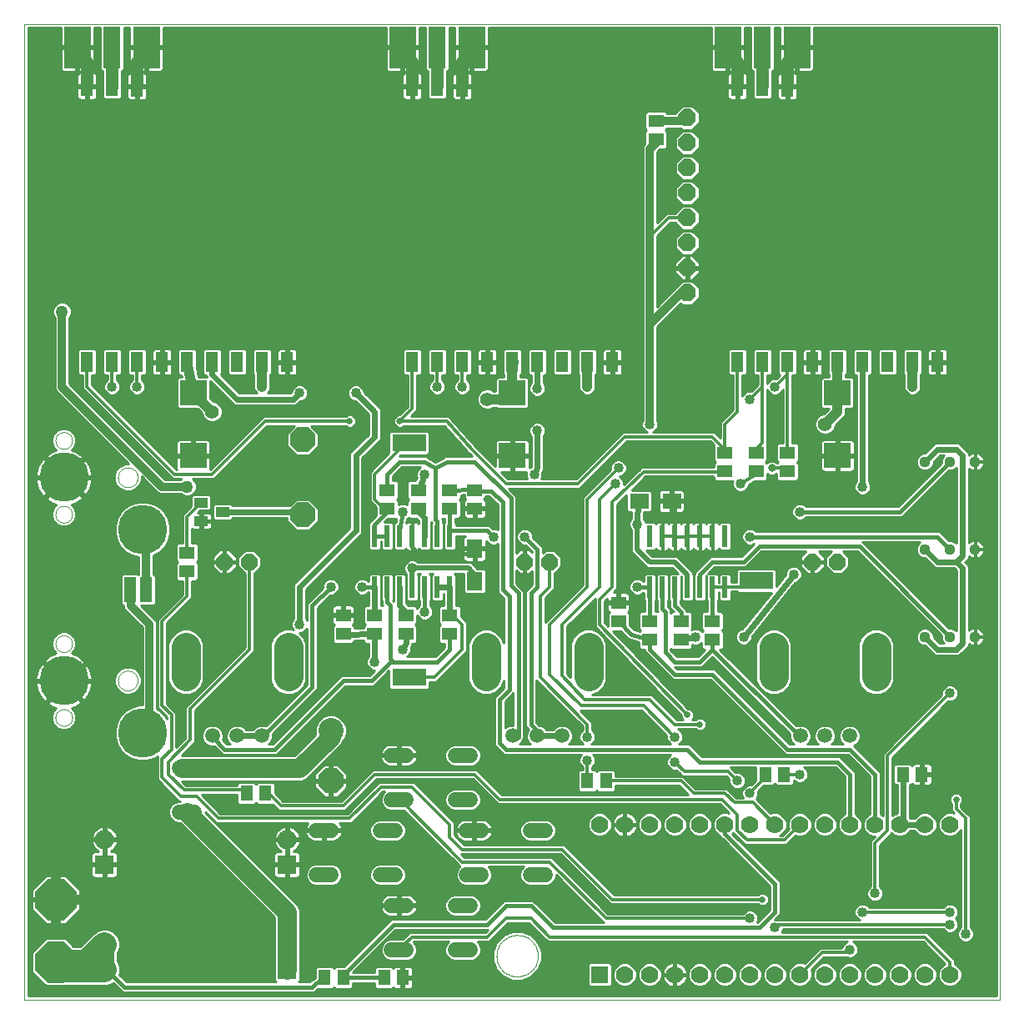
<source format=gtl>
G75*
%MOIN*%
%OFA0B0*%
%FSLAX24Y24*%
%IPPOS*%
%LPD*%
%AMOC8*
5,1,8,0,0,1.08239X$1,22.5*
%
%ADD10C,0.0000*%
%ADD11R,0.0236X0.0866*%
%ADD12R,0.0630X0.0748*%
%ADD13R,0.0630X0.0512*%
%ADD14C,0.0440*%
%ADD15R,0.0700X0.0700*%
%ADD16C,0.0700*%
%ADD17R,0.1063X0.1004*%
%ADD18OC8,0.1000*%
%ADD19R,0.0512X0.0630*%
%ADD20OC8,0.0660*%
%ADD21R,0.0748X0.0630*%
%ADD22R,0.0512X0.0787*%
%ADD23C,0.0594*%
%ADD24R,0.0760X0.0760*%
%ADD25C,0.0760*%
%ADD26OC8,0.0700*%
%ADD27OC8,0.1640*%
%ADD28R,0.1350X0.0700*%
%ADD29C,0.1181*%
%ADD30C,0.0594*%
%ADD31C,0.1969*%
%ADD32R,0.0700X0.1650*%
%ADD33R,0.1050X0.1650*%
%ADD34R,0.0500X0.1000*%
%ADD35R,0.0591X0.0512*%
%ADD36R,0.0512X0.0591*%
%ADD37C,0.1000*%
%ADD38C,0.0600*%
%ADD39R,0.0551X0.0394*%
%ADD40C,0.0100*%
%ADD41C,0.0120*%
%ADD42C,0.0160*%
%ADD43C,0.0500*%
%ADD44C,0.0317*%
%ADD45C,0.0400*%
%ADD46C,0.0320*%
%ADD47C,0.0250*%
%ADD48C,0.0240*%
%ADD49C,0.0400*%
%ADD50C,0.0200*%
%ADD51C,0.0560*%
%ADD52C,0.0560*%
%ADD53C,0.0500*%
%ADD54C,0.0760*%
%ADD55C,0.1000*%
%ADD56C,0.0660*%
%ADD57C,0.0515*%
%ADD58C,0.0320*%
D10*
X003644Y000150D02*
X003644Y039150D01*
X042644Y039150D01*
X042644Y000150D01*
X003644Y000150D01*
X004884Y011424D02*
X004886Y011460D01*
X004892Y011496D01*
X004902Y011531D01*
X004915Y011565D01*
X004932Y011597D01*
X004952Y011627D01*
X004976Y011654D01*
X005002Y011679D01*
X005031Y011701D01*
X005062Y011720D01*
X005095Y011735D01*
X005129Y011747D01*
X005165Y011755D01*
X005201Y011759D01*
X005237Y011759D01*
X005273Y011755D01*
X005309Y011747D01*
X005343Y011735D01*
X005376Y011720D01*
X005407Y011701D01*
X005436Y011679D01*
X005462Y011654D01*
X005486Y011627D01*
X005506Y011597D01*
X005523Y011565D01*
X005536Y011531D01*
X005546Y011496D01*
X005552Y011460D01*
X005554Y011424D01*
X005552Y011388D01*
X005546Y011352D01*
X005536Y011317D01*
X005523Y011283D01*
X005506Y011251D01*
X005486Y011221D01*
X005462Y011194D01*
X005436Y011169D01*
X005407Y011147D01*
X005376Y011128D01*
X005343Y011113D01*
X005309Y011101D01*
X005273Y011093D01*
X005237Y011089D01*
X005201Y011089D01*
X005165Y011093D01*
X005129Y011101D01*
X005095Y011113D01*
X005062Y011128D01*
X005031Y011147D01*
X005002Y011169D01*
X004976Y011194D01*
X004952Y011221D01*
X004932Y011251D01*
X004915Y011283D01*
X004902Y011317D01*
X004892Y011352D01*
X004886Y011388D01*
X004884Y011424D01*
X007384Y012900D02*
X007386Y012939D01*
X007392Y012978D01*
X007402Y013016D01*
X007415Y013053D01*
X007432Y013088D01*
X007452Y013122D01*
X007476Y013153D01*
X007503Y013182D01*
X007532Y013208D01*
X007564Y013231D01*
X007598Y013251D01*
X007634Y013267D01*
X007671Y013279D01*
X007710Y013288D01*
X007749Y013293D01*
X007788Y013294D01*
X007827Y013291D01*
X007866Y013284D01*
X007903Y013273D01*
X007940Y013259D01*
X007975Y013241D01*
X008008Y013220D01*
X008039Y013195D01*
X008067Y013168D01*
X008092Y013138D01*
X008114Y013105D01*
X008133Y013071D01*
X008148Y013035D01*
X008160Y012997D01*
X008168Y012959D01*
X008172Y012920D01*
X008172Y012880D01*
X008168Y012841D01*
X008160Y012803D01*
X008148Y012765D01*
X008133Y012729D01*
X008114Y012695D01*
X008092Y012662D01*
X008067Y012632D01*
X008039Y012605D01*
X008008Y012580D01*
X007975Y012559D01*
X007940Y012541D01*
X007903Y012527D01*
X007866Y012516D01*
X007827Y012509D01*
X007788Y012506D01*
X007749Y012507D01*
X007710Y012512D01*
X007671Y012521D01*
X007634Y012533D01*
X007598Y012549D01*
X007564Y012569D01*
X007532Y012592D01*
X007503Y012618D01*
X007476Y012647D01*
X007452Y012678D01*
X007432Y012712D01*
X007415Y012747D01*
X007402Y012784D01*
X007392Y012822D01*
X007386Y012861D01*
X007384Y012900D01*
X004884Y014376D02*
X004886Y014412D01*
X004892Y014448D01*
X004902Y014483D01*
X004915Y014517D01*
X004932Y014549D01*
X004952Y014579D01*
X004976Y014606D01*
X005002Y014631D01*
X005031Y014653D01*
X005062Y014672D01*
X005095Y014687D01*
X005129Y014699D01*
X005165Y014707D01*
X005201Y014711D01*
X005237Y014711D01*
X005273Y014707D01*
X005309Y014699D01*
X005343Y014687D01*
X005376Y014672D01*
X005407Y014653D01*
X005436Y014631D01*
X005462Y014606D01*
X005486Y014579D01*
X005506Y014549D01*
X005523Y014517D01*
X005536Y014483D01*
X005546Y014448D01*
X005552Y014412D01*
X005554Y014376D01*
X005552Y014340D01*
X005546Y014304D01*
X005536Y014269D01*
X005523Y014235D01*
X005506Y014203D01*
X005486Y014173D01*
X005462Y014146D01*
X005436Y014121D01*
X005407Y014099D01*
X005376Y014080D01*
X005343Y014065D01*
X005309Y014053D01*
X005273Y014045D01*
X005237Y014041D01*
X005201Y014041D01*
X005165Y014045D01*
X005129Y014053D01*
X005095Y014065D01*
X005062Y014080D01*
X005031Y014099D01*
X005002Y014121D01*
X004976Y014146D01*
X004952Y014173D01*
X004932Y014203D01*
X004915Y014235D01*
X004902Y014269D01*
X004892Y014304D01*
X004886Y014340D01*
X004884Y014376D01*
X004884Y019549D02*
X004886Y019585D01*
X004892Y019621D01*
X004902Y019656D01*
X004915Y019690D01*
X004932Y019722D01*
X004952Y019752D01*
X004976Y019779D01*
X005002Y019804D01*
X005031Y019826D01*
X005062Y019845D01*
X005095Y019860D01*
X005129Y019872D01*
X005165Y019880D01*
X005201Y019884D01*
X005237Y019884D01*
X005273Y019880D01*
X005309Y019872D01*
X005343Y019860D01*
X005376Y019845D01*
X005407Y019826D01*
X005436Y019804D01*
X005462Y019779D01*
X005486Y019752D01*
X005506Y019722D01*
X005523Y019690D01*
X005536Y019656D01*
X005546Y019621D01*
X005552Y019585D01*
X005554Y019549D01*
X005552Y019513D01*
X005546Y019477D01*
X005536Y019442D01*
X005523Y019408D01*
X005506Y019376D01*
X005486Y019346D01*
X005462Y019319D01*
X005436Y019294D01*
X005407Y019272D01*
X005376Y019253D01*
X005343Y019238D01*
X005309Y019226D01*
X005273Y019218D01*
X005237Y019214D01*
X005201Y019214D01*
X005165Y019218D01*
X005129Y019226D01*
X005095Y019238D01*
X005062Y019253D01*
X005031Y019272D01*
X005002Y019294D01*
X004976Y019319D01*
X004952Y019346D01*
X004932Y019376D01*
X004915Y019408D01*
X004902Y019442D01*
X004892Y019477D01*
X004886Y019513D01*
X004884Y019549D01*
X007384Y021025D02*
X007386Y021064D01*
X007392Y021103D01*
X007402Y021141D01*
X007415Y021178D01*
X007432Y021213D01*
X007452Y021247D01*
X007476Y021278D01*
X007503Y021307D01*
X007532Y021333D01*
X007564Y021356D01*
X007598Y021376D01*
X007634Y021392D01*
X007671Y021404D01*
X007710Y021413D01*
X007749Y021418D01*
X007788Y021419D01*
X007827Y021416D01*
X007866Y021409D01*
X007903Y021398D01*
X007940Y021384D01*
X007975Y021366D01*
X008008Y021345D01*
X008039Y021320D01*
X008067Y021293D01*
X008092Y021263D01*
X008114Y021230D01*
X008133Y021196D01*
X008148Y021160D01*
X008160Y021122D01*
X008168Y021084D01*
X008172Y021045D01*
X008172Y021005D01*
X008168Y020966D01*
X008160Y020928D01*
X008148Y020890D01*
X008133Y020854D01*
X008114Y020820D01*
X008092Y020787D01*
X008067Y020757D01*
X008039Y020730D01*
X008008Y020705D01*
X007975Y020684D01*
X007940Y020666D01*
X007903Y020652D01*
X007866Y020641D01*
X007827Y020634D01*
X007788Y020631D01*
X007749Y020632D01*
X007710Y020637D01*
X007671Y020646D01*
X007634Y020658D01*
X007598Y020674D01*
X007564Y020694D01*
X007532Y020717D01*
X007503Y020743D01*
X007476Y020772D01*
X007452Y020803D01*
X007432Y020837D01*
X007415Y020872D01*
X007402Y020909D01*
X007392Y020947D01*
X007386Y020986D01*
X007384Y021025D01*
X004884Y022501D02*
X004886Y022537D01*
X004892Y022573D01*
X004902Y022608D01*
X004915Y022642D01*
X004932Y022674D01*
X004952Y022704D01*
X004976Y022731D01*
X005002Y022756D01*
X005031Y022778D01*
X005062Y022797D01*
X005095Y022812D01*
X005129Y022824D01*
X005165Y022832D01*
X005201Y022836D01*
X005237Y022836D01*
X005273Y022832D01*
X005309Y022824D01*
X005343Y022812D01*
X005376Y022797D01*
X005407Y022778D01*
X005436Y022756D01*
X005462Y022731D01*
X005486Y022704D01*
X005506Y022674D01*
X005523Y022642D01*
X005536Y022608D01*
X005546Y022573D01*
X005552Y022537D01*
X005554Y022501D01*
X005552Y022465D01*
X005546Y022429D01*
X005536Y022394D01*
X005523Y022360D01*
X005506Y022328D01*
X005486Y022298D01*
X005462Y022271D01*
X005436Y022246D01*
X005407Y022224D01*
X005376Y022205D01*
X005343Y022190D01*
X005309Y022178D01*
X005273Y022170D01*
X005237Y022166D01*
X005201Y022166D01*
X005165Y022170D01*
X005129Y022178D01*
X005095Y022190D01*
X005062Y022205D01*
X005031Y022224D01*
X005002Y022246D01*
X004976Y022271D01*
X004952Y022298D01*
X004932Y022328D01*
X004915Y022360D01*
X004902Y022394D01*
X004892Y022429D01*
X004886Y022465D01*
X004884Y022501D01*
X022517Y001900D02*
X022519Y001957D01*
X022525Y002014D01*
X022535Y002070D01*
X022548Y002126D01*
X022566Y002180D01*
X022587Y002233D01*
X022612Y002284D01*
X022640Y002334D01*
X022672Y002381D01*
X022706Y002427D01*
X022744Y002469D01*
X022785Y002509D01*
X022828Y002547D01*
X022874Y002581D01*
X022922Y002611D01*
X022972Y002639D01*
X023024Y002663D01*
X023078Y002683D01*
X023132Y002699D01*
X023188Y002712D01*
X023244Y002721D01*
X023301Y002726D01*
X023358Y002727D01*
X023415Y002724D01*
X023472Y002717D01*
X023528Y002706D01*
X023583Y002692D01*
X023637Y002673D01*
X023690Y002651D01*
X023741Y002626D01*
X023790Y002596D01*
X023837Y002564D01*
X023882Y002528D01*
X023924Y002490D01*
X023963Y002448D01*
X023999Y002404D01*
X024033Y002358D01*
X024063Y002309D01*
X024089Y002259D01*
X024112Y002207D01*
X024131Y002153D01*
X024147Y002098D01*
X024159Y002042D01*
X024167Y001985D01*
X024171Y001929D01*
X024171Y001871D01*
X024167Y001815D01*
X024159Y001758D01*
X024147Y001702D01*
X024131Y001647D01*
X024112Y001593D01*
X024089Y001541D01*
X024063Y001491D01*
X024033Y001442D01*
X023999Y001396D01*
X023963Y001352D01*
X023924Y001310D01*
X023882Y001272D01*
X023837Y001236D01*
X023790Y001204D01*
X023741Y001174D01*
X023690Y001149D01*
X023637Y001127D01*
X023583Y001108D01*
X023528Y001094D01*
X023472Y001083D01*
X023415Y001076D01*
X023358Y001073D01*
X023301Y001074D01*
X023244Y001079D01*
X023188Y001088D01*
X023132Y001101D01*
X023078Y001117D01*
X023024Y001137D01*
X022972Y001161D01*
X022922Y001189D01*
X022874Y001219D01*
X022828Y001253D01*
X022785Y001291D01*
X022744Y001331D01*
X022706Y001373D01*
X022672Y001419D01*
X022640Y001466D01*
X022612Y001516D01*
X022587Y001567D01*
X022566Y001620D01*
X022548Y001674D01*
X022535Y001730D01*
X022525Y001786D01*
X022519Y001843D01*
X022517Y001900D01*
D11*
X020644Y016626D03*
X020144Y016626D03*
X019644Y016626D03*
X019144Y016626D03*
X018644Y016626D03*
X018144Y016626D03*
X017644Y016626D03*
X017644Y018674D03*
X018144Y018674D03*
X018644Y018674D03*
X019144Y018674D03*
X019644Y018674D03*
X020144Y018674D03*
X020644Y018674D03*
X028644Y018674D03*
X029144Y018674D03*
X029644Y018674D03*
X030144Y018674D03*
X030644Y018674D03*
X031144Y018674D03*
X031644Y018674D03*
X031644Y016626D03*
X031144Y016626D03*
X030644Y016626D03*
X030144Y016626D03*
X029644Y016626D03*
X029144Y016626D03*
X028644Y016626D03*
D12*
X021644Y016875D03*
X021644Y018175D03*
D13*
X020644Y019776D03*
X020644Y020524D03*
X019394Y020524D03*
X019394Y019776D03*
X018144Y019776D03*
X018144Y020524D03*
X017644Y015524D03*
X017644Y014776D03*
X018894Y014776D03*
X018894Y015524D03*
X020644Y015524D03*
X020644Y014776D03*
X028644Y014526D03*
X028644Y015274D03*
X029894Y015274D03*
X029894Y014526D03*
X031144Y014526D03*
X031144Y015274D03*
X031644Y021276D03*
X031644Y022024D03*
X032894Y022024D03*
X032894Y021276D03*
X034144Y021276D03*
X034144Y022024D03*
X028894Y034526D03*
X028894Y035274D03*
X010144Y018024D03*
X010144Y017276D03*
D14*
X039644Y018150D03*
X040644Y018150D03*
X041644Y018150D03*
X041644Y014650D03*
X040644Y014650D03*
X039644Y014650D03*
X039644Y021650D03*
X040644Y021650D03*
X041644Y021650D03*
D15*
X026644Y001150D03*
D16*
X027644Y001150D03*
X028644Y001150D03*
X029644Y001150D03*
X030644Y001150D03*
X031644Y001150D03*
X032644Y001150D03*
X033644Y001150D03*
X034644Y001150D03*
X035644Y001150D03*
X036644Y001150D03*
X037644Y001150D03*
X038644Y001150D03*
X039644Y001150D03*
X040644Y001150D03*
X040644Y007150D03*
X039644Y007150D03*
X038644Y007150D03*
X037644Y007150D03*
X036644Y007150D03*
X035644Y007150D03*
X034644Y007150D03*
X033644Y007150D03*
X032644Y007150D03*
X031644Y007150D03*
X030644Y007150D03*
X029644Y007150D03*
X028644Y007150D03*
X027644Y007150D03*
X026644Y007150D03*
D17*
X023144Y021902D03*
X023144Y024398D03*
X010394Y024398D03*
X010394Y021902D03*
X036144Y021902D03*
X036144Y024398D03*
D18*
X015894Y008900D03*
X014769Y019525D03*
X014769Y022525D03*
D19*
X026145Y008900D03*
X026893Y008900D03*
X033270Y009150D03*
X034018Y009150D03*
X018768Y001025D03*
X018020Y001025D03*
X016393Y001025D03*
X015645Y001025D03*
X013268Y008400D03*
X012520Y008400D03*
D20*
X012644Y017650D03*
X011644Y017650D03*
X023644Y017650D03*
X024644Y017650D03*
X035144Y017650D03*
X036144Y017650D03*
D21*
X029519Y020075D03*
X028219Y020075D03*
D22*
X027144Y025638D03*
X026144Y025638D03*
X025144Y025638D03*
X024144Y025638D03*
X023144Y025638D03*
X022144Y025638D03*
X021144Y025638D03*
X020144Y025638D03*
X019144Y025638D03*
X014144Y025638D03*
X013144Y025638D03*
X012144Y025638D03*
X011144Y025638D03*
X010144Y025638D03*
X009144Y025638D03*
X008144Y025638D03*
X007144Y025638D03*
X006144Y025638D03*
X006144Y036662D03*
X007144Y036662D03*
X008144Y036650D03*
X019144Y036662D03*
X020144Y036662D03*
X021144Y036650D03*
X032144Y036662D03*
X033144Y036662D03*
X034144Y036650D03*
X034144Y025638D03*
X035144Y025638D03*
X036144Y025638D03*
X037144Y025638D03*
X038144Y025638D03*
X039144Y025638D03*
X040144Y025638D03*
X033144Y025638D03*
X032144Y025638D03*
D23*
X021470Y009911D02*
X020877Y009911D01*
X018911Y009911D02*
X018318Y009911D01*
X018318Y008139D02*
X018911Y008139D01*
X018470Y006911D02*
X017877Y006911D01*
X017877Y005139D02*
X018470Y005139D01*
X018318Y003911D02*
X018911Y003911D01*
X020877Y003911D02*
X021470Y003911D01*
X021318Y005139D02*
X021911Y005139D01*
X023877Y005139D02*
X024470Y005139D01*
X024470Y006911D02*
X023877Y006911D01*
X021911Y006911D02*
X021318Y006911D01*
X021470Y008139D02*
X020877Y008139D01*
X015911Y006911D02*
X015318Y006911D01*
X015318Y005139D02*
X015911Y005139D01*
X018318Y002139D02*
X018911Y002139D01*
X020877Y002139D02*
X021470Y002139D01*
D24*
X014144Y001350D03*
X014144Y005550D03*
X006844Y005550D03*
X006844Y001350D03*
D25*
X006844Y002350D03*
X006844Y006550D03*
X014144Y006550D03*
X014144Y002350D03*
D26*
X030144Y028400D03*
X030144Y029400D03*
X030144Y030400D03*
X030144Y031400D03*
X030144Y032400D03*
X030144Y033400D03*
X030144Y034400D03*
X030144Y035400D03*
D27*
X004894Y004150D03*
X004894Y001650D03*
D28*
X019019Y013025D03*
X019019Y022400D03*
X032894Y016900D03*
D29*
X033597Y014241D02*
X033597Y013059D01*
X037691Y013059D02*
X037691Y014241D01*
X026191Y014241D02*
X026191Y013059D01*
X022097Y013059D02*
X022097Y014241D01*
X014191Y014241D02*
X014191Y013059D01*
X010097Y013059D02*
X010097Y014241D01*
D30*
X011160Y010697D03*
X012144Y010697D03*
X013128Y010697D03*
X023160Y010697D03*
X024144Y010697D03*
X025128Y010697D03*
X034660Y010697D03*
X035644Y010697D03*
X036628Y010697D03*
D31*
X008368Y010813D03*
X005219Y012900D03*
X008368Y018938D03*
X005219Y021025D03*
D32*
X007144Y038222D03*
X020144Y038222D03*
X033144Y038222D03*
D33*
X034520Y038222D03*
X031768Y038222D03*
X021520Y038222D03*
X018768Y038222D03*
X008520Y038222D03*
X005768Y038222D03*
D34*
X007874Y016530D03*
X008514Y016525D03*
D35*
X016394Y015524D03*
X016394Y014776D03*
X021644Y019776D03*
X021644Y020524D03*
X027394Y016024D03*
X027394Y015276D03*
D36*
X038770Y009150D03*
X039518Y009150D03*
D37*
X015894Y010900D03*
D38*
X010444Y009400D02*
X009844Y009400D01*
X009844Y007650D02*
X010444Y007650D01*
D39*
X010711Y019276D03*
X010711Y020024D03*
X011577Y019650D03*
D40*
X011171Y019653D02*
X010609Y019653D01*
X010578Y019623D02*
X010653Y019697D01*
X011040Y019697D01*
X011116Y019773D01*
X011116Y020275D01*
X011040Y020351D01*
X010382Y020351D01*
X010466Y020435D01*
X010524Y020574D01*
X010524Y020726D01*
X010466Y020865D01*
X010371Y020960D01*
X011223Y020960D01*
X011334Y021071D01*
X011334Y021071D01*
X013348Y023085D01*
X014438Y023085D01*
X014139Y022786D01*
X014139Y022264D01*
X014508Y021895D01*
X015030Y021895D01*
X015399Y022264D01*
X015399Y022786D01*
X015100Y023085D01*
X016473Y023085D01*
X016499Y023059D01*
X016593Y023020D01*
X016695Y023020D01*
X016788Y023059D01*
X016860Y023131D01*
X016899Y023224D01*
X016899Y023326D01*
X016860Y023419D01*
X016788Y023491D01*
X016695Y023530D01*
X016593Y023530D01*
X016499Y023491D01*
X016473Y023465D01*
X013190Y023465D01*
X011065Y021340D01*
X011064Y021340D01*
X011065Y021342D01*
X011075Y021380D01*
X011075Y021852D01*
X010444Y021852D01*
X010444Y021952D01*
X011075Y021952D01*
X011075Y022424D01*
X011065Y022462D01*
X011045Y022496D01*
X011018Y022524D01*
X010983Y022544D01*
X010945Y022554D01*
X010444Y022554D01*
X010444Y021952D01*
X010344Y021952D01*
X010344Y022554D01*
X009843Y022554D01*
X009805Y022544D01*
X009770Y022524D01*
X009742Y022496D01*
X009723Y022462D01*
X009712Y022424D01*
X009712Y021952D01*
X010344Y021952D01*
X010344Y021852D01*
X009712Y021852D01*
X009712Y021380D01*
X009723Y021342D01*
X009724Y021340D01*
X009723Y021340D01*
X006334Y024729D01*
X006334Y025114D01*
X006454Y025114D01*
X006530Y025191D01*
X006530Y026086D01*
X006454Y026162D01*
X005834Y026162D01*
X005758Y026086D01*
X005758Y025191D01*
X005834Y025114D01*
X005954Y025114D01*
X005954Y024571D01*
X009565Y020960D01*
X009917Y020960D01*
X009897Y020940D01*
X009264Y020940D01*
X005434Y024770D01*
X005434Y027403D01*
X005466Y027435D01*
X005524Y027574D01*
X005524Y027726D01*
X005466Y027865D01*
X005359Y027972D01*
X005220Y028030D01*
X005068Y028030D01*
X004929Y027972D01*
X004822Y027865D01*
X004764Y027726D01*
X004764Y027574D01*
X004822Y027435D01*
X004854Y027403D01*
X004854Y024592D01*
X004898Y024486D01*
X007815Y021569D01*
X007670Y021569D01*
X007470Y021486D01*
X007317Y021333D01*
X007234Y021133D01*
X007234Y020917D01*
X007317Y020717D01*
X007470Y020564D01*
X007670Y020481D01*
X007886Y020481D01*
X008086Y020564D01*
X008239Y020717D01*
X008321Y020917D01*
X008321Y021062D01*
X008898Y020486D01*
X008980Y020404D01*
X009086Y020360D01*
X009897Y020360D01*
X009929Y020328D01*
X010068Y020270D01*
X010220Y020270D01*
X010358Y020327D01*
X010305Y020275D01*
X010305Y019887D01*
X009954Y019536D01*
X009954Y018410D01*
X009775Y018410D01*
X009699Y018334D01*
X009699Y017714D01*
X009763Y017650D01*
X009699Y017586D01*
X009699Y016966D01*
X009775Y016890D01*
X009954Y016890D01*
X009954Y016354D01*
X008954Y015354D01*
X008954Y011821D01*
X009329Y011446D01*
X009329Y011378D01*
X009260Y011498D01*
X009053Y011705D01*
X008934Y011773D01*
X008934Y015208D01*
X008890Y015314D01*
X008309Y015895D01*
X008818Y015895D01*
X008894Y015971D01*
X008894Y017079D01*
X008818Y017155D01*
X008794Y017155D01*
X008794Y017899D01*
X008798Y017900D01*
X009053Y018047D01*
X009260Y018254D01*
X009407Y018508D01*
X009483Y018792D01*
X009483Y019085D01*
X009407Y019368D01*
X009260Y019623D01*
X009053Y019830D01*
X008798Y019977D01*
X008515Y020053D01*
X008222Y020053D01*
X007938Y019977D01*
X007684Y019830D01*
X007477Y019623D01*
X007330Y019368D01*
X007254Y019085D01*
X007254Y018792D01*
X007330Y018508D01*
X007477Y018254D01*
X007684Y018047D01*
X007938Y017900D01*
X008214Y017826D01*
X008214Y017155D01*
X008210Y017155D01*
X008196Y017141D01*
X008178Y017160D01*
X007570Y017160D01*
X007494Y017084D01*
X007494Y015976D01*
X007570Y015900D01*
X007604Y015900D01*
X007604Y015842D01*
X007648Y015736D01*
X007730Y015654D01*
X008354Y015030D01*
X008354Y011928D01*
X008222Y011928D01*
X007938Y011852D01*
X007684Y011705D01*
X007477Y011498D01*
X007330Y011243D01*
X007254Y010960D01*
X007254Y010667D01*
X007330Y010383D01*
X007477Y010129D01*
X007684Y009922D01*
X007938Y009775D01*
X008222Y009699D01*
X008515Y009699D01*
X008798Y009775D01*
X008980Y009880D01*
X008954Y009854D01*
X008954Y008946D01*
X009065Y008835D01*
X009815Y008085D01*
X009861Y008085D01*
X009855Y008082D01*
X009853Y008080D01*
X009758Y008080D01*
X009600Y008015D01*
X009479Y007894D01*
X009414Y007736D01*
X009414Y007564D01*
X009479Y007406D01*
X009600Y007285D01*
X009758Y007220D01*
X009853Y007220D01*
X013634Y003439D01*
X013634Y000916D01*
X013690Y000860D01*
X007731Y000860D01*
X007442Y001149D01*
X007474Y001225D01*
X007474Y001475D01*
X007378Y001707D01*
X007354Y001731D01*
X007354Y001969D01*
X007378Y001993D01*
X007474Y002225D01*
X007474Y002475D01*
X007378Y002707D01*
X007201Y002884D01*
X006969Y002980D01*
X006719Y002980D01*
X006487Y002884D01*
X005883Y002280D01*
X005607Y002280D01*
X005287Y002600D01*
X004500Y002600D01*
X003944Y002044D01*
X003944Y001256D01*
X004500Y000700D01*
X005287Y000700D01*
X005307Y000720D01*
X006969Y000720D01*
X007187Y000810D01*
X007434Y000563D01*
X007557Y000440D01*
X015231Y000440D01*
X015354Y000563D01*
X015371Y000580D01*
X015955Y000580D01*
X016019Y000644D01*
X016083Y000580D01*
X016703Y000580D01*
X016779Y000656D01*
X016779Y000815D01*
X017634Y000815D01*
X017634Y000656D01*
X017710Y000580D01*
X018330Y000580D01*
X018383Y000633D01*
X018392Y000618D01*
X018420Y000590D01*
X018454Y000570D01*
X018492Y000560D01*
X018718Y000560D01*
X018718Y000975D01*
X018818Y000975D01*
X018818Y001075D01*
X019174Y001075D01*
X019174Y001360D01*
X019164Y001398D01*
X019144Y001432D01*
X019116Y001460D01*
X019082Y001480D01*
X019044Y001490D01*
X018818Y001490D01*
X018818Y001075D01*
X018718Y001075D01*
X018718Y001490D01*
X018492Y001490D01*
X018454Y001480D01*
X018420Y001460D01*
X018392Y001432D01*
X018383Y001417D01*
X018330Y001470D01*
X017710Y001470D01*
X017634Y001394D01*
X017634Y001235D01*
X016779Y001235D01*
X016779Y001238D01*
X018481Y002940D01*
X022165Y002940D01*
X022065Y002840D01*
X019047Y002840D01*
X018773Y002566D01*
X018233Y002566D01*
X018076Y002501D01*
X017956Y002381D01*
X017891Y002224D01*
X017891Y002054D01*
X017956Y001897D01*
X018076Y001777D01*
X018233Y001712D01*
X018996Y001712D01*
X019153Y001777D01*
X019273Y001897D01*
X019338Y002054D01*
X019338Y002224D01*
X019273Y002381D01*
X019199Y002455D01*
X019204Y002460D01*
X020594Y002460D01*
X020515Y002381D01*
X020450Y002224D01*
X020450Y002054D01*
X020515Y001897D01*
X020635Y001777D01*
X020792Y001712D01*
X021555Y001712D01*
X021712Y001777D01*
X021832Y001897D01*
X021897Y002054D01*
X021897Y002224D01*
X021832Y002381D01*
X021753Y002460D01*
X022223Y002460D01*
X022334Y002571D01*
X022973Y003210D01*
X023815Y003210D01*
X024565Y002460D01*
X036530Y002460D01*
X036457Y002430D01*
X036364Y002337D01*
X036314Y002216D01*
X036314Y002215D01*
X035440Y002215D01*
X034821Y001596D01*
X034739Y001630D01*
X034548Y001630D01*
X034372Y001557D01*
X034237Y001422D01*
X034164Y001245D01*
X034164Y001055D01*
X034237Y000878D01*
X034372Y000743D01*
X034548Y000670D01*
X034739Y000670D01*
X034916Y000743D01*
X035051Y000878D01*
X035124Y001055D01*
X035124Y001245D01*
X035090Y001327D01*
X035598Y001835D01*
X036542Y001835D01*
X036578Y001820D01*
X036710Y001820D01*
X036831Y001870D01*
X036924Y001963D01*
X036974Y002084D01*
X036974Y002216D01*
X036924Y002337D01*
X036831Y002430D01*
X036758Y002460D01*
X039565Y002460D01*
X040440Y001585D01*
X040372Y001557D01*
X040237Y001422D01*
X040164Y001245D01*
X040164Y001055D01*
X040237Y000878D01*
X040372Y000743D01*
X040548Y000670D01*
X040739Y000670D01*
X040916Y000743D01*
X041051Y000878D01*
X041124Y001055D01*
X041124Y001245D01*
X041051Y001422D01*
X040916Y001557D01*
X040834Y001591D01*
X040834Y001729D01*
X039834Y002729D01*
X039723Y002840D01*
X033924Y002840D01*
X033974Y002959D01*
X033974Y002960D01*
X040367Y002960D01*
X040457Y002870D01*
X040578Y002820D01*
X040710Y002820D01*
X040831Y002870D01*
X040924Y002963D01*
X040974Y003084D01*
X040974Y003216D01*
X040924Y003337D01*
X040861Y003400D01*
X040924Y003463D01*
X040974Y003584D01*
X040974Y003716D01*
X040924Y003837D01*
X040831Y003930D01*
X040710Y003980D01*
X040578Y003980D01*
X040457Y003930D01*
X040367Y003840D01*
X037421Y003840D01*
X037331Y003930D01*
X037210Y003980D01*
X037078Y003980D01*
X036957Y003930D01*
X036864Y003837D01*
X036814Y003716D01*
X036814Y003584D01*
X036864Y003463D01*
X036957Y003370D01*
X037030Y003340D01*
X033746Y003340D01*
X033710Y003355D01*
X033646Y003355D01*
X033731Y003440D01*
X033854Y003563D01*
X033854Y004862D01*
X031944Y006772D01*
X031974Y006801D01*
X032329Y006446D01*
X032440Y006335D01*
X034098Y006335D01*
X034467Y006704D01*
X034548Y006670D01*
X034739Y006670D01*
X034916Y006743D01*
X035051Y006878D01*
X035124Y007055D01*
X035124Y007245D01*
X035051Y007422D01*
X034916Y007557D01*
X034739Y007630D01*
X034548Y007630D01*
X034372Y007557D01*
X034237Y007422D01*
X034164Y007245D01*
X034164Y007055D01*
X034198Y006973D01*
X033940Y006715D01*
X033848Y006715D01*
X033916Y006743D01*
X034051Y006878D01*
X034124Y007055D01*
X034124Y007245D01*
X034051Y007422D01*
X033916Y007557D01*
X033739Y007630D01*
X033548Y007630D01*
X033467Y007596D01*
X032887Y008176D01*
X032924Y008213D01*
X032974Y008334D01*
X032974Y008461D01*
X033218Y008705D01*
X033580Y008705D01*
X033644Y008769D01*
X033708Y008705D01*
X034328Y008705D01*
X034404Y008781D01*
X034404Y008923D01*
X034457Y008870D01*
X034578Y008820D01*
X034710Y008820D01*
X034831Y008870D01*
X034924Y008963D01*
X034974Y009084D01*
X034974Y009216D01*
X034924Y009337D01*
X034831Y009430D01*
X034806Y009440D01*
X036057Y009440D01*
X036434Y009063D01*
X036434Y007583D01*
X036372Y007557D01*
X036237Y007422D01*
X036164Y007245D01*
X036164Y007055D01*
X036237Y006878D01*
X036372Y006743D01*
X036548Y006670D01*
X036739Y006670D01*
X036916Y006743D01*
X037051Y006878D01*
X037124Y007055D01*
X037124Y007245D01*
X037051Y007422D01*
X036916Y007557D01*
X036854Y007583D01*
X036854Y009237D01*
X036354Y009737D01*
X036231Y009860D01*
X030731Y009860D01*
X030231Y010360D01*
X029806Y010360D01*
X029831Y010370D01*
X029924Y010463D01*
X029974Y010584D01*
X029974Y010716D01*
X029924Y010837D01*
X029831Y010930D01*
X029758Y010960D01*
X030473Y010960D01*
X030499Y010934D01*
X030593Y010895D01*
X030695Y010895D01*
X030788Y010934D01*
X030860Y011006D01*
X030899Y011099D01*
X030899Y011201D01*
X030860Y011294D01*
X030788Y011366D01*
X030695Y011405D01*
X030593Y011405D01*
X030499Y011366D01*
X030473Y011340D01*
X030320Y011340D01*
X030360Y011381D01*
X030399Y011474D01*
X030399Y011576D01*
X032421Y011576D01*
X032519Y011478D02*
X030399Y011478D01*
X030399Y011576D02*
X030360Y011669D01*
X030288Y011741D01*
X030195Y011780D01*
X030162Y011780D01*
X027159Y014890D01*
X027482Y014890D01*
X027741Y014631D01*
X027767Y014582D01*
X027801Y014571D01*
X027826Y014546D01*
X027880Y014546D01*
X028199Y014446D01*
X028199Y014216D01*
X028275Y014140D01*
X028434Y014140D01*
X028434Y014063D01*
X029434Y013063D01*
X029557Y012940D01*
X031057Y012940D01*
X033934Y010063D01*
X034057Y009940D01*
X036557Y009940D01*
X037434Y009063D01*
X037434Y007583D01*
X037372Y007557D01*
X037237Y007422D01*
X037164Y007245D01*
X037164Y007055D01*
X037237Y006878D01*
X037372Y006743D01*
X037548Y006670D01*
X037645Y006670D01*
X037454Y006479D01*
X037454Y004677D01*
X037364Y004587D01*
X037314Y004466D01*
X037314Y004334D01*
X037364Y004213D01*
X037457Y004120D01*
X037578Y004070D01*
X037710Y004070D01*
X037831Y004120D01*
X037924Y004213D01*
X037974Y004334D01*
X037974Y004466D01*
X037924Y004587D01*
X037834Y004677D01*
X037834Y006321D01*
X038223Y006710D01*
X038314Y006801D01*
X038372Y006743D01*
X038548Y006670D01*
X038739Y006670D01*
X038916Y006743D01*
X039051Y006878D01*
X039060Y006900D01*
X039228Y006900D01*
X039237Y006878D01*
X039372Y006743D01*
X039548Y006670D01*
X039739Y006670D01*
X039916Y006743D01*
X040051Y006878D01*
X040124Y007055D01*
X040124Y007245D01*
X040051Y007422D01*
X039916Y007557D01*
X039739Y007630D01*
X039548Y007630D01*
X039372Y007557D01*
X039237Y007422D01*
X039228Y007400D01*
X039060Y007400D01*
X039051Y007422D01*
X039020Y007453D01*
X039020Y008725D01*
X039080Y008725D01*
X039133Y008778D01*
X039142Y008763D01*
X039170Y008735D01*
X039204Y008715D01*
X039242Y008705D01*
X039468Y008705D01*
X039468Y009100D01*
X039568Y009100D01*
X039568Y009200D01*
X039924Y009200D01*
X039924Y009465D01*
X039914Y009503D01*
X039894Y009537D01*
X039866Y009565D01*
X039832Y009585D01*
X039794Y009595D01*
X039568Y009595D01*
X039568Y009200D01*
X039468Y009200D01*
X039468Y009595D01*
X039242Y009595D01*
X039204Y009585D01*
X039170Y009565D01*
X039142Y009537D01*
X039133Y009522D01*
X039080Y009575D01*
X038460Y009575D01*
X038384Y009499D01*
X038384Y008801D01*
X038460Y008725D01*
X038520Y008725D01*
X038520Y007618D01*
X038372Y007557D01*
X038334Y007519D01*
X038334Y009821D01*
X040583Y012070D01*
X040710Y012070D01*
X040831Y012120D01*
X040924Y012213D01*
X040974Y012334D01*
X040974Y012466D01*
X040924Y012587D01*
X040831Y012680D01*
X040710Y012730D01*
X040578Y012730D01*
X040457Y012680D01*
X040364Y012587D01*
X040314Y012466D01*
X040314Y012339D01*
X038065Y010090D01*
X037954Y009979D01*
X037954Y007519D01*
X037916Y007557D01*
X037854Y007583D01*
X037854Y009237D01*
X036789Y010302D01*
X036870Y010335D01*
X036990Y010455D01*
X037055Y010612D01*
X037055Y010782D01*
X036990Y010939D01*
X036870Y011059D01*
X036713Y011124D01*
X036543Y011124D01*
X036386Y011059D01*
X036266Y010939D01*
X036201Y010782D01*
X036201Y010612D01*
X036266Y010455D01*
X036362Y010360D01*
X035910Y010360D01*
X036006Y010455D01*
X036071Y010612D01*
X036071Y010782D01*
X036006Y010939D01*
X035886Y011059D01*
X035729Y011124D01*
X035559Y011124D01*
X035402Y011059D01*
X035282Y010939D01*
X035217Y010782D01*
X035217Y010612D01*
X035282Y010455D01*
X035378Y010360D01*
X034926Y010360D01*
X035022Y010455D01*
X035087Y010612D01*
X035087Y010782D01*
X035022Y010939D01*
X034901Y011059D01*
X034745Y011124D01*
X034575Y011124D01*
X034498Y011092D01*
X031451Y014140D01*
X031513Y014140D01*
X031589Y014216D01*
X031589Y014836D01*
X031525Y014900D01*
X031589Y014964D01*
X031589Y015584D01*
X031513Y015660D01*
X031354Y015660D01*
X031354Y016101D01*
X031392Y016139D01*
X031392Y016436D01*
X031396Y016436D01*
X031396Y016139D01*
X031472Y016063D01*
X031816Y016063D01*
X031892Y016139D01*
X031892Y016460D01*
X032125Y016460D01*
X032165Y016420D01*
X033490Y016420D01*
X032338Y014980D01*
X032328Y014980D01*
X032207Y014930D01*
X032114Y014837D01*
X032064Y014716D01*
X032064Y014584D01*
X032114Y014463D01*
X032207Y014370D01*
X032328Y014320D01*
X032460Y014320D01*
X032581Y014370D01*
X032674Y014463D01*
X032724Y014584D01*
X032724Y014662D01*
X034450Y016820D01*
X034460Y016820D01*
X034581Y016870D01*
X034674Y016963D01*
X034724Y017084D01*
X034724Y017216D01*
X034674Y017337D01*
X034581Y017430D01*
X034460Y017480D01*
X034328Y017480D01*
X034207Y017430D01*
X034114Y017337D01*
X034064Y017216D01*
X034064Y017138D01*
X033699Y016681D01*
X033699Y017304D01*
X033623Y017380D01*
X032165Y017380D01*
X032089Y017304D01*
X032089Y016840D01*
X031892Y016840D01*
X031892Y017113D01*
X031816Y017189D01*
X031472Y017189D01*
X031396Y017113D01*
X031396Y016816D01*
X031392Y016816D01*
X031392Y017113D01*
X031316Y017189D01*
X030980Y017189D01*
X031231Y017440D01*
X032481Y017440D01*
X033106Y018065D01*
X034880Y018065D01*
X034664Y017849D01*
X034664Y017680D01*
X035114Y017680D01*
X035114Y017620D01*
X035174Y017620D01*
X035174Y017680D01*
X035624Y017680D01*
X035624Y017849D01*
X035408Y018065D01*
X035908Y018065D01*
X035684Y017841D01*
X035684Y017459D01*
X035953Y017190D01*
X036334Y017190D01*
X036604Y017459D01*
X036604Y017841D01*
X036379Y018065D01*
X036932Y018065D01*
X040294Y014703D01*
X040294Y014580D01*
X040347Y014452D01*
X040399Y014400D01*
X040247Y014400D01*
X039994Y014654D01*
X039994Y014720D01*
X039941Y014848D01*
X039842Y014947D01*
X039714Y015000D01*
X039574Y015000D01*
X039446Y014947D01*
X039347Y014848D01*
X039294Y014720D01*
X039294Y014580D01*
X039347Y014452D01*
X039446Y014353D01*
X039574Y014300D01*
X039640Y014300D01*
X040002Y013938D01*
X040094Y013900D01*
X040944Y013900D01*
X041036Y013938D01*
X041106Y014008D01*
X041356Y014258D01*
X041394Y014350D01*
X041394Y014377D01*
X041408Y014363D01*
X041469Y014322D01*
X041536Y014294D01*
X041607Y014280D01*
X041634Y014280D01*
X041634Y014640D01*
X041654Y014640D01*
X041654Y014660D01*
X042014Y014660D01*
X042014Y014686D01*
X042000Y014758D01*
X041972Y014825D01*
X041931Y014886D01*
X041880Y014937D01*
X041819Y014978D01*
X041752Y015006D01*
X041680Y015020D01*
X041654Y015020D01*
X041654Y014660D01*
X041634Y014660D01*
X041634Y015020D01*
X041607Y015020D01*
X041536Y015006D01*
X041469Y014978D01*
X041408Y014937D01*
X041394Y014923D01*
X041394Y017450D01*
X041356Y017542D01*
X041286Y017612D01*
X041247Y017650D01*
X041356Y017758D01*
X041394Y017850D01*
X041394Y017877D01*
X041408Y017863D01*
X041469Y017822D01*
X041536Y017794D01*
X041607Y017780D01*
X041634Y017780D01*
X041634Y018140D01*
X041654Y018140D01*
X041654Y018160D01*
X042014Y018160D01*
X042014Y018186D01*
X042000Y018258D01*
X041972Y018325D01*
X041931Y018386D01*
X041880Y018437D01*
X041819Y018478D01*
X041752Y018506D01*
X041680Y018520D01*
X041654Y018520D01*
X041654Y018160D01*
X041634Y018160D01*
X041634Y018520D01*
X041607Y018520D01*
X041536Y018506D01*
X041469Y018478D01*
X041408Y018437D01*
X041394Y018423D01*
X041394Y021377D01*
X041408Y021363D01*
X041469Y021322D01*
X041536Y021294D01*
X041607Y021280D01*
X041634Y021280D01*
X041634Y021640D01*
X041654Y021640D01*
X041654Y021660D01*
X042014Y021660D01*
X042014Y021686D01*
X042000Y021758D01*
X041972Y021825D01*
X041931Y021886D01*
X041880Y021937D01*
X041819Y021978D01*
X041752Y022006D01*
X041680Y022020D01*
X041654Y022020D01*
X041654Y021660D01*
X041634Y021660D01*
X041634Y022020D01*
X041607Y022020D01*
X041536Y022006D01*
X041469Y021978D01*
X041408Y021937D01*
X041394Y021923D01*
X041394Y021950D01*
X041356Y022042D01*
X041286Y022112D01*
X041036Y022362D01*
X040944Y022400D01*
X040094Y022400D01*
X040002Y022362D01*
X039932Y022292D01*
X039640Y022000D01*
X039574Y022000D01*
X039446Y021947D01*
X039347Y021848D01*
X039294Y021720D01*
X039294Y021580D01*
X039347Y021452D01*
X039446Y021353D01*
X039574Y021300D01*
X039714Y021300D01*
X039842Y021353D01*
X039941Y021452D01*
X039994Y021580D01*
X039994Y021646D01*
X040247Y021900D01*
X040399Y021900D01*
X040347Y021848D01*
X040294Y021720D01*
X040294Y021597D01*
X038557Y019860D01*
X034901Y019860D01*
X034831Y019930D01*
X034710Y019980D01*
X034578Y019980D01*
X034457Y019930D01*
X034364Y019837D01*
X034314Y019716D01*
X034314Y019584D01*
X034364Y019463D01*
X034457Y019370D01*
X034578Y019320D01*
X034710Y019320D01*
X034831Y019370D01*
X034901Y019440D01*
X038731Y019440D01*
X040591Y021300D01*
X040714Y021300D01*
X040842Y021353D01*
X040894Y021405D01*
X040894Y018395D01*
X040842Y018447D01*
X040714Y018500D01*
X040591Y018500D01*
X040354Y018737D01*
X040231Y018860D01*
X032901Y018860D01*
X032831Y018930D01*
X032710Y018980D01*
X032578Y018980D01*
X032457Y018930D01*
X032364Y018837D01*
X032314Y018716D01*
X032314Y018584D01*
X032364Y018463D01*
X032457Y018370D01*
X032578Y018320D01*
X032710Y018320D01*
X032808Y018361D01*
X032307Y017860D01*
X031057Y017860D01*
X030934Y017737D01*
X030434Y017237D01*
X030434Y017151D01*
X030396Y017113D01*
X030396Y016139D01*
X030472Y016063D01*
X030816Y016063D01*
X030892Y016139D01*
X030892Y017101D01*
X030896Y017105D01*
X030896Y016139D01*
X030934Y016101D01*
X030934Y015660D01*
X030775Y015660D01*
X030699Y015584D01*
X030699Y014964D01*
X030763Y014900D01*
X030728Y014864D01*
X030662Y014930D01*
X030541Y014980D01*
X030409Y014980D01*
X030316Y014941D01*
X030339Y014964D01*
X030339Y015584D01*
X030263Y015660D01*
X030104Y015660D01*
X030104Y015737D01*
X029981Y015860D01*
X029854Y015987D01*
X029854Y016101D01*
X029892Y016139D01*
X029892Y017077D01*
X029896Y017073D01*
X029896Y016139D01*
X029972Y016063D01*
X030316Y016063D01*
X030392Y016139D01*
X030392Y017113D01*
X030374Y017131D01*
X030374Y017245D01*
X029874Y017745D01*
X029739Y017880D01*
X028739Y017880D01*
X032327Y017880D01*
X032425Y017979D02*
X028641Y017979D01*
X028542Y018077D02*
X032524Y018077D01*
X032622Y018176D02*
X031881Y018176D01*
X031892Y018187D02*
X031892Y019161D01*
X040894Y019161D01*
X040894Y019259D02*
X028456Y019259D01*
X028472Y019237D02*
X028467Y019232D01*
X028424Y019337D01*
X028394Y019367D01*
X028394Y019523D01*
X028409Y019630D01*
X028647Y019630D01*
X028723Y019706D01*
X028723Y020444D01*
X028647Y020520D01*
X027920Y020520D01*
X028472Y021060D01*
X031179Y021060D01*
X031184Y021055D01*
X031199Y021056D01*
X031199Y020966D01*
X031275Y020890D01*
X031959Y020890D01*
X031939Y020841D01*
X031939Y020709D01*
X031989Y020588D01*
X032082Y020495D01*
X032203Y020445D01*
X032335Y020445D01*
X032456Y020495D01*
X032549Y020588D01*
X032599Y020709D01*
X032599Y020751D01*
X032830Y020890D01*
X033263Y020890D01*
X033339Y020966D01*
X033339Y021170D01*
X033355Y021154D01*
X033461Y021110D01*
X033577Y021110D01*
X033683Y021154D01*
X033699Y021170D01*
X033699Y020966D01*
X033775Y020890D01*
X034513Y020890D01*
X034589Y020966D01*
X034589Y021586D01*
X034525Y021650D01*
X034589Y021714D01*
X034589Y022334D01*
X034513Y022410D01*
X034334Y022410D01*
X034334Y025114D01*
X034454Y025114D01*
X034530Y025191D01*
X034530Y026086D01*
X034454Y026162D01*
X033834Y026162D01*
X033758Y026086D01*
X033758Y025191D01*
X033834Y025114D01*
X033840Y025114D01*
X033705Y024980D01*
X033578Y024980D01*
X033457Y024930D01*
X033364Y024837D01*
X033334Y024764D01*
X033334Y025114D01*
X033454Y025114D01*
X033530Y025191D01*
X033530Y026086D01*
X033454Y026162D01*
X032834Y026162D01*
X032758Y026086D01*
X032758Y025191D01*
X032834Y025114D01*
X032954Y025114D01*
X032954Y024729D01*
X032705Y024480D01*
X032578Y024480D01*
X032457Y024430D01*
X032364Y024337D01*
X032334Y024264D01*
X032334Y025114D01*
X032454Y025114D01*
X032530Y025191D01*
X032530Y026086D01*
X032454Y026162D01*
X031834Y026162D01*
X031758Y026086D01*
X031758Y025191D01*
X031834Y025114D01*
X031954Y025114D01*
X031954Y023729D01*
X031454Y023229D01*
X031454Y022609D01*
X031334Y022729D01*
X031223Y022840D01*
X028758Y022840D01*
X028831Y022870D01*
X028924Y022963D01*
X028974Y023084D01*
X028974Y023216D01*
X028934Y023312D01*
X028934Y027030D01*
X029885Y027981D01*
X029945Y027920D01*
X030343Y027920D01*
X030624Y028201D01*
X030624Y028599D01*
X030343Y028880D01*
X029945Y028880D01*
X029664Y028599D01*
X029664Y028580D01*
X029648Y028564D01*
X028934Y027850D01*
X028934Y030671D01*
X029473Y031210D01*
X029664Y031210D01*
X029664Y031201D01*
X029945Y030920D01*
X030343Y030920D01*
X030624Y031201D01*
X030624Y031599D01*
X030343Y031880D01*
X029945Y031880D01*
X029664Y031599D01*
X029664Y031590D01*
X029315Y031590D01*
X028934Y031209D01*
X028934Y034030D01*
X029044Y034140D01*
X029263Y034140D01*
X029339Y034216D01*
X029339Y034836D01*
X029275Y034900D01*
X029339Y034964D01*
X029339Y034982D01*
X029885Y034981D01*
X029945Y034920D01*
X030343Y034920D01*
X030624Y035201D01*
X030624Y035599D01*
X030343Y035880D01*
X029945Y035880D01*
X029664Y035599D01*
X029664Y035561D01*
X029339Y035562D01*
X029339Y035584D01*
X029263Y035660D01*
X028525Y035660D01*
X028449Y035584D01*
X028449Y034964D01*
X028513Y034900D01*
X028449Y034836D01*
X028449Y034365D01*
X028398Y034314D01*
X028354Y034208D01*
X028354Y023312D01*
X028314Y023216D01*
X028314Y023084D01*
X028364Y022963D01*
X028457Y022870D01*
X028530Y022840D01*
X027565Y022840D01*
X025690Y020965D01*
X024299Y020965D01*
X024349Y021084D01*
X024349Y021216D01*
X024341Y021235D01*
X024349Y021252D01*
X024356Y021258D01*
X024372Y021296D01*
X024390Y021333D01*
X024390Y021342D01*
X024394Y021350D01*
X024394Y021391D01*
X024397Y021432D01*
X024394Y021441D01*
X024394Y022683D01*
X024424Y022713D01*
X024474Y022834D01*
X024474Y022966D01*
X024424Y023087D01*
X024331Y023180D01*
X024210Y023230D01*
X024078Y023230D01*
X023957Y023180D01*
X023864Y023087D01*
X023814Y022966D01*
X023814Y022834D01*
X023864Y022713D01*
X023894Y022683D01*
X023894Y021459D01*
X023892Y021454D01*
X023832Y021430D01*
X023825Y021423D01*
X023825Y021852D01*
X023194Y021852D01*
X023194Y021952D01*
X023825Y021952D01*
X023825Y022424D01*
X023815Y022462D01*
X023795Y022496D01*
X023768Y022524D01*
X023733Y022544D01*
X023695Y022554D01*
X023194Y022554D01*
X023194Y021952D01*
X023094Y021952D01*
X023094Y022554D01*
X022593Y022554D01*
X022555Y022544D01*
X022520Y022524D01*
X022492Y022496D01*
X022473Y022462D01*
X022462Y022424D01*
X022462Y021952D01*
X023094Y021952D01*
X023094Y021852D01*
X023194Y021852D01*
X023194Y021250D01*
X023695Y021250D01*
X023704Y021252D01*
X023689Y021216D01*
X023689Y021084D01*
X023738Y020965D01*
X022973Y020965D01*
X022688Y021250D01*
X023094Y021250D01*
X023094Y021852D01*
X022462Y021852D01*
X022462Y021475D01*
X021657Y022280D01*
X020709Y023347D01*
X020709Y023354D01*
X020657Y023405D01*
X020609Y023460D01*
X020602Y023460D01*
X020598Y023465D01*
X020525Y023465D01*
X020452Y023469D01*
X020447Y023465D01*
X019103Y023465D01*
X019334Y023696D01*
X019334Y025114D01*
X019454Y025114D01*
X019530Y025191D01*
X019530Y026086D01*
X019454Y026162D01*
X018834Y026162D01*
X018758Y026086D01*
X018758Y025191D01*
X018834Y025114D01*
X018954Y025114D01*
X018954Y023854D01*
X018630Y023530D01*
X018593Y023530D01*
X018499Y023491D01*
X018428Y023419D01*
X018389Y023326D01*
X018389Y023224D01*
X018428Y023131D01*
X018499Y023059D01*
X018593Y023020D01*
X018695Y023020D01*
X018788Y023059D01*
X018815Y023085D01*
X020434Y023085D01*
X021329Y022078D01*
X021329Y022071D01*
X021381Y022020D01*
X021429Y021965D01*
X021436Y021965D01*
X021540Y021860D01*
X020547Y021860D01*
X020490Y021875D01*
X020463Y021860D01*
X020432Y021860D01*
X020390Y021818D01*
X020081Y021642D01*
X019773Y021818D01*
X019731Y021860D01*
X019700Y021860D01*
X019673Y021875D01*
X019616Y021860D01*
X018623Y021860D01*
X018683Y021920D01*
X019748Y021920D01*
X019824Y021996D01*
X019824Y022804D01*
X019748Y022880D01*
X018290Y022880D01*
X018214Y022804D01*
X018214Y021996D01*
X018218Y021992D01*
X017454Y021229D01*
X017144Y021229D01*
X017144Y021131D02*
X017454Y021131D01*
X017454Y021229D02*
X017454Y020071D01*
X017565Y019960D01*
X017565Y019960D01*
X017699Y019826D01*
X017699Y019502D01*
X017434Y019237D01*
X017434Y019199D01*
X017396Y019161D01*
X017144Y019161D01*
X017144Y019259D02*
X017456Y019259D01*
X017396Y019161D02*
X017396Y018187D01*
X017472Y018111D01*
X017816Y018111D01*
X017892Y018187D01*
X017892Y018464D01*
X017896Y018464D01*
X017896Y018187D01*
X017972Y018111D01*
X018316Y018111D01*
X018392Y018187D01*
X018392Y019161D01*
X018396Y019161D01*
X018396Y018187D01*
X018472Y018111D01*
X018816Y018111D01*
X018887Y018181D01*
X018906Y018148D01*
X018934Y018121D01*
X018968Y018101D01*
X019006Y018091D01*
X019135Y018091D01*
X019135Y018665D01*
X019153Y018665D01*
X019153Y018091D01*
X019282Y018091D01*
X019320Y018101D01*
X019354Y018121D01*
X019382Y018148D01*
X019401Y018181D01*
X019472Y018111D01*
X019816Y018111D01*
X019892Y018187D01*
X019892Y018619D01*
X019894Y018624D01*
X019894Y019228D01*
X019929Y019193D01*
X019896Y019161D01*
X019894Y019161D01*
X019896Y019161D02*
X019896Y018187D01*
X019972Y018111D01*
X020316Y018111D01*
X020392Y018187D01*
X020392Y019161D01*
X020396Y019161D01*
X020396Y018187D01*
X020472Y018111D01*
X020816Y018111D01*
X020892Y018187D01*
X020892Y018690D01*
X021277Y018690D01*
X021271Y018688D01*
X021237Y018669D01*
X021209Y018641D01*
X021189Y018607D01*
X021179Y018568D01*
X021179Y018225D01*
X021594Y018225D01*
X021594Y018125D01*
X021179Y018125D01*
X021179Y017781D01*
X021189Y017743D01*
X021209Y017708D01*
X021237Y017681D01*
X021271Y017661D01*
X021309Y017651D01*
X021594Y017651D01*
X021594Y018125D01*
X021694Y018125D01*
X021694Y018225D01*
X022109Y018225D01*
X022109Y018476D01*
X022114Y018463D01*
X022207Y018370D01*
X022328Y018320D01*
X022460Y018320D01*
X022559Y018361D01*
X022559Y016438D01*
X022682Y016315D01*
X022809Y016188D01*
X022809Y014404D01*
X022708Y014649D01*
X022505Y014851D01*
X022240Y014961D01*
X021953Y014961D01*
X021689Y014851D01*
X021486Y014649D01*
X021376Y014384D01*
X021376Y012916D01*
X021486Y012651D01*
X021689Y012449D01*
X021953Y012339D01*
X022240Y012339D01*
X022505Y012449D01*
X022708Y012651D01*
X022809Y012896D01*
X022809Y012612D01*
X022434Y012237D01*
X022434Y010313D01*
X022684Y010063D01*
X022807Y009940D01*
X025905Y009940D01*
X025864Y009899D01*
X025814Y009778D01*
X025814Y009647D01*
X025864Y009526D01*
X025954Y009435D01*
X025954Y009345D01*
X025835Y009345D01*
X025759Y009269D01*
X025759Y008531D01*
X025835Y008455D01*
X026455Y008455D01*
X026519Y008519D01*
X026583Y008455D01*
X027203Y008455D01*
X027279Y008531D01*
X027279Y008710D01*
X029815Y008710D01*
X030185Y008340D01*
X022723Y008340D01*
X021834Y009229D01*
X021723Y009340D01*
X017565Y009340D01*
X017454Y009229D01*
X016315Y008090D01*
X013973Y008090D01*
X013654Y008409D01*
X013654Y008769D01*
X013578Y008845D01*
X012958Y008845D01*
X012894Y008781D01*
X012830Y008845D01*
X012210Y008845D01*
X012134Y008769D01*
X012134Y008715D01*
X010098Y008715D01*
X009923Y008890D01*
X014745Y008890D01*
X014933Y008968D01*
X016183Y010218D01*
X016326Y010361D01*
X016383Y010498D01*
X016428Y010543D01*
X016524Y010775D01*
X016524Y011025D01*
X016428Y011257D01*
X016251Y011434D01*
X016019Y011530D01*
X015769Y011530D01*
X015537Y011434D01*
X015360Y011257D01*
X015264Y011025D01*
X015264Y010775D01*
X015274Y010751D01*
X014433Y009910D01*
X009923Y009910D01*
X010459Y010446D01*
X010459Y011696D01*
X012723Y013960D01*
X012834Y014071D01*
X012834Y017190D01*
X012834Y017190D01*
X013104Y017459D01*
X013104Y017841D01*
X012834Y018110D01*
X012453Y018110D01*
X012184Y017841D01*
X012184Y017459D01*
X012453Y017190D01*
X012454Y017190D01*
X012454Y014229D01*
X010079Y011854D01*
X010079Y010604D01*
X009709Y010234D01*
X009709Y011604D01*
X009598Y011715D01*
X009598Y011715D01*
X009334Y011979D01*
X009334Y015196D01*
X010334Y016196D01*
X010334Y016890D01*
X010513Y016890D01*
X010589Y016966D01*
X010589Y017586D01*
X010525Y017650D01*
X010589Y017714D01*
X010589Y018334D01*
X010513Y018410D01*
X010334Y018410D01*
X010334Y018968D01*
X010343Y018959D01*
X010377Y018939D01*
X010416Y018929D01*
X010662Y018929D01*
X010662Y019228D01*
X010759Y019228D01*
X010759Y019324D01*
X011136Y019324D01*
X011136Y019493D01*
X011126Y019531D01*
X011106Y019565D01*
X011079Y019593D01*
X011044Y019613D01*
X011006Y019623D01*
X010759Y019623D01*
X010759Y019324D01*
X010662Y019324D01*
X010662Y019623D01*
X010578Y019623D01*
X010662Y019555D02*
X010759Y019555D01*
X010759Y019456D02*
X010662Y019456D01*
X010662Y019358D02*
X010759Y019358D01*
X010759Y019259D02*
X014144Y019259D01*
X014139Y019264D02*
X014508Y018895D01*
X015030Y018895D01*
X015399Y019264D01*
X015399Y019786D01*
X015030Y020155D01*
X014508Y020155D01*
X014253Y019900D01*
X011983Y019900D01*
X011983Y019901D01*
X011906Y019977D01*
X011248Y019977D01*
X011171Y019901D01*
X011171Y019399D01*
X011248Y019323D01*
X011906Y019323D01*
X011983Y019399D01*
X011983Y019400D01*
X014139Y019400D01*
X014139Y019264D01*
X014139Y019358D02*
X011941Y019358D01*
X011935Y019949D02*
X014302Y019949D01*
X014400Y020047D02*
X011116Y020047D01*
X011116Y019949D02*
X011219Y019949D01*
X011171Y019850D02*
X011116Y019850D01*
X011095Y019752D02*
X011171Y019752D01*
X011171Y019555D02*
X011112Y019555D01*
X011136Y019456D02*
X011171Y019456D01*
X011136Y019358D02*
X011213Y019358D01*
X011136Y019228D02*
X010759Y019228D01*
X010759Y018929D01*
X011006Y018929D01*
X011044Y018939D01*
X011079Y018959D01*
X011106Y018987D01*
X011126Y019021D01*
X011136Y019059D01*
X011136Y019228D01*
X011136Y019161D02*
X014242Y019161D01*
X014341Y019062D02*
X011136Y019062D01*
X011083Y018964D02*
X014439Y018964D01*
X015098Y018964D02*
X016604Y018964D01*
X016644Y019004D02*
X014432Y016792D01*
X014394Y016700D01*
X014394Y015367D01*
X014364Y015337D01*
X014314Y015216D01*
X014314Y015084D01*
X014364Y014963D01*
X014389Y014939D01*
X014335Y014961D01*
X014048Y014961D01*
X013783Y014851D01*
X013580Y014649D01*
X013471Y014384D01*
X013471Y012916D01*
X013580Y012651D01*
X013783Y012449D01*
X014048Y012339D01*
X014335Y012339D01*
X014599Y012449D01*
X014802Y012651D01*
X014912Y012916D01*
X014912Y014384D01*
X014802Y014649D01*
X014631Y014820D01*
X014710Y014820D01*
X014831Y014870D01*
X014924Y014963D01*
X014934Y014988D01*
X014934Y012737D01*
X013289Y011092D01*
X013213Y011124D01*
X013043Y011124D01*
X012886Y011059D01*
X012775Y010947D01*
X012498Y010947D01*
X012386Y011059D01*
X012229Y011124D01*
X012059Y011124D01*
X011902Y011059D01*
X011782Y010939D01*
X011717Y010782D01*
X011717Y010612D01*
X011782Y010455D01*
X011878Y010360D01*
X011731Y010360D01*
X011555Y010536D01*
X011587Y010612D01*
X011587Y010782D01*
X011522Y010939D01*
X011401Y011059D01*
X011245Y011124D01*
X011075Y011124D01*
X010918Y011059D01*
X010798Y010939D01*
X010733Y010782D01*
X010733Y010612D01*
X010798Y010455D01*
X010918Y010335D01*
X011075Y010270D01*
X011227Y010270D01*
X011557Y009940D01*
X013731Y009940D01*
X016481Y012690D01*
X017606Y012690D01*
X018214Y013298D01*
X018214Y012621D01*
X018290Y012545D01*
X019748Y012545D01*
X019824Y012621D01*
X019824Y012835D01*
X020098Y012835D01*
X020209Y012946D01*
X021223Y013960D01*
X021334Y014071D01*
X021334Y015229D01*
X021089Y015474D01*
X021089Y015834D01*
X021013Y015910D01*
X020894Y015910D01*
X022809Y015910D01*
X022809Y015812D02*
X021089Y015812D01*
X021089Y015713D02*
X022809Y015713D01*
X022809Y015615D02*
X021089Y015615D01*
X021089Y015516D02*
X022809Y015516D01*
X022809Y015418D02*
X021145Y015418D01*
X021244Y015319D02*
X022809Y015319D01*
X022809Y015221D02*
X021334Y015221D01*
X021334Y015122D02*
X022809Y015122D01*
X022809Y015024D02*
X021334Y015024D01*
X021334Y014925D02*
X021866Y014925D01*
X021664Y014827D02*
X021334Y014827D01*
X021334Y014728D02*
X021565Y014728D01*
X021478Y014630D02*
X021334Y014630D01*
X021334Y014531D02*
X021437Y014531D01*
X021396Y014433D02*
X021334Y014433D01*
X021334Y014334D02*
X021376Y014334D01*
X021376Y014236D02*
X021334Y014236D01*
X021334Y014137D02*
X021376Y014137D01*
X021376Y014039D02*
X021301Y014039D01*
X021376Y013940D02*
X021203Y013940D01*
X021104Y013842D02*
X021376Y013842D01*
X021376Y013743D02*
X021006Y013743D01*
X020907Y013645D02*
X021376Y013645D01*
X021376Y013546D02*
X020809Y013546D01*
X020710Y013448D02*
X021376Y013448D01*
X021376Y013349D02*
X020612Y013349D01*
X020513Y013251D02*
X021376Y013251D01*
X021376Y013152D02*
X020415Y013152D01*
X020316Y013054D02*
X021376Y013054D01*
X021376Y012955D02*
X020218Y012955D01*
X020119Y012857D02*
X021401Y012857D01*
X021442Y012758D02*
X019824Y012758D01*
X019824Y012660D02*
X021482Y012660D01*
X021576Y012561D02*
X019764Y012561D01*
X020057Y013860D02*
X018931Y013860D01*
X018956Y013870D01*
X019049Y013963D01*
X019099Y014084D01*
X019099Y014216D01*
X019091Y014235D01*
X019099Y014252D01*
X019106Y014258D01*
X019122Y014296D01*
X019140Y014333D01*
X019140Y014342D01*
X019144Y014350D01*
X019144Y014390D01*
X019263Y014390D01*
X019339Y014466D01*
X019339Y015086D01*
X019275Y015150D01*
X019339Y015214D01*
X019339Y015524D01*
X019364Y015463D01*
X019457Y015370D01*
X019578Y015320D01*
X019710Y015320D01*
X019831Y015370D01*
X019924Y015463D01*
X019974Y015584D01*
X019974Y015716D01*
X019924Y015837D01*
X019854Y015907D01*
X019854Y016101D01*
X019892Y016139D01*
X019892Y017113D01*
X019835Y017170D01*
X019953Y017170D01*
X019896Y017113D01*
X019896Y016681D01*
X019894Y016676D01*
X019894Y016577D01*
X019896Y016572D01*
X019896Y016139D01*
X019972Y016063D01*
X020316Y016063D01*
X020392Y016139D01*
X020392Y016376D01*
X020394Y016376D01*
X020394Y015910D01*
X019854Y015910D01*
X019854Y016009D02*
X020394Y016009D01*
X020394Y016107D02*
X020360Y016107D01*
X020392Y016206D02*
X020394Y016206D01*
X020392Y016304D02*
X020394Y016304D01*
X020394Y015910D02*
X020275Y015910D01*
X020199Y015834D01*
X020199Y015214D01*
X020263Y015150D01*
X020199Y015086D01*
X020199Y014466D01*
X020275Y014390D01*
X020434Y014390D01*
X020434Y014237D01*
X020057Y013860D01*
X020137Y013940D02*
X019026Y013940D01*
X019080Y014039D02*
X020235Y014039D01*
X020334Y014137D02*
X019099Y014137D01*
X019091Y014236D02*
X020432Y014236D01*
X020434Y014334D02*
X019140Y014334D01*
X019305Y014433D02*
X020233Y014433D01*
X020199Y014531D02*
X019339Y014531D01*
X019339Y014630D02*
X020199Y014630D01*
X020199Y014728D02*
X019339Y014728D01*
X019339Y014827D02*
X020199Y014827D01*
X020199Y014925D02*
X019339Y014925D01*
X019339Y015024D02*
X020199Y015024D01*
X020235Y015122D02*
X019303Y015122D01*
X019339Y015221D02*
X020199Y015221D01*
X020199Y015319D02*
X019339Y015319D01*
X019339Y015418D02*
X019410Y015418D01*
X019342Y015516D02*
X019339Y015516D01*
X019339Y015776D02*
X019339Y015834D01*
X019263Y015910D01*
X018988Y015910D01*
X018894Y016004D01*
X018894Y016676D01*
X018892Y016681D01*
X018892Y017113D01*
X018816Y017189D01*
X018472Y017189D01*
X018396Y017113D01*
X018396Y016681D01*
X018394Y016676D01*
X018394Y016072D01*
X018359Y016107D01*
X018392Y016139D01*
X018392Y017113D01*
X018316Y017189D01*
X017972Y017189D01*
X017896Y017113D01*
X017896Y016139D01*
X017934Y016101D01*
X017934Y015938D01*
X017962Y015910D01*
X017894Y015910D01*
X017962Y015910D01*
X017894Y015910D02*
X017894Y016676D01*
X017892Y016681D01*
X017892Y017113D01*
X017816Y017189D01*
X017472Y017189D01*
X017396Y017113D01*
X017396Y016865D01*
X017331Y016930D01*
X017210Y016980D01*
X017078Y016980D01*
X016957Y016930D01*
X016864Y016837D01*
X016814Y016716D01*
X016814Y016584D01*
X016864Y016463D01*
X016957Y016370D01*
X017078Y016320D01*
X017210Y016320D01*
X017331Y016370D01*
X017394Y016433D01*
X017394Y015910D01*
X016764Y015910D01*
X016747Y015920D02*
X016709Y015930D01*
X016444Y015930D01*
X016444Y015574D01*
X016839Y015574D01*
X016839Y015800D01*
X016829Y015838D01*
X016809Y015872D01*
X016781Y015900D01*
X016747Y015920D01*
X016836Y015812D02*
X017199Y015812D01*
X017199Y015834D02*
X017199Y015214D01*
X017263Y015150D01*
X017199Y015086D01*
X017199Y015019D01*
X016819Y015013D01*
X016819Y015086D01*
X016766Y015139D01*
X016781Y015148D01*
X016809Y015176D01*
X016829Y015210D01*
X016839Y015248D01*
X016839Y015474D01*
X016444Y015474D01*
X016444Y015574D01*
X016344Y015574D01*
X016344Y015930D01*
X016079Y015930D01*
X016041Y015920D01*
X016007Y015900D01*
X015979Y015872D01*
X015959Y015838D01*
X015949Y015800D01*
X015949Y015574D01*
X016344Y015574D01*
X016344Y015474D01*
X015949Y015474D01*
X015949Y015248D01*
X015959Y015210D01*
X015979Y015176D01*
X016007Y015148D01*
X016022Y015139D01*
X015969Y015086D01*
X015969Y014466D01*
X016045Y014390D01*
X016743Y014390D01*
X016819Y014466D01*
X016819Y014513D01*
X017199Y014519D01*
X017199Y014466D01*
X017275Y014390D01*
X017394Y014390D01*
X017394Y013867D01*
X017364Y013837D01*
X017314Y013716D01*
X017314Y013584D01*
X017364Y013463D01*
X017457Y013370D01*
X017578Y013320D01*
X017642Y013320D01*
X017432Y013110D01*
X016307Y013110D01*
X016184Y012987D01*
X013557Y010360D01*
X013395Y010360D01*
X013490Y010455D01*
X013555Y010612D01*
X013555Y010764D01*
X015354Y012563D01*
X015354Y015813D01*
X015861Y016320D01*
X015960Y016320D01*
X016081Y016370D01*
X016174Y016463D01*
X016224Y016584D01*
X016224Y016716D01*
X016174Y016837D01*
X016081Y016930D01*
X015960Y016980D01*
X015828Y016980D01*
X015707Y016930D01*
X015614Y016837D01*
X015564Y016716D01*
X015564Y016617D01*
X014934Y015987D01*
X014934Y015312D01*
X014924Y015337D01*
X014894Y015367D01*
X014894Y016546D01*
X017106Y018758D01*
X017144Y018850D01*
X017144Y021796D01*
X017786Y022438D01*
X017856Y022508D01*
X017894Y022600D01*
X017894Y023700D01*
X017856Y023792D01*
X017224Y024424D01*
X017224Y024466D01*
X017174Y024587D01*
X017081Y024680D01*
X016960Y024730D01*
X016828Y024730D01*
X016707Y024680D01*
X016614Y024587D01*
X016564Y024466D01*
X016564Y024334D01*
X016614Y024213D01*
X016707Y024120D01*
X016828Y024070D01*
X016870Y024070D01*
X017394Y023546D01*
X017394Y022754D01*
X016682Y022042D01*
X016644Y021950D01*
X016644Y019004D01*
X016644Y019062D02*
X015197Y019062D01*
X015295Y019161D02*
X016644Y019161D01*
X016644Y019259D02*
X015394Y019259D01*
X015399Y019358D02*
X016644Y019358D01*
X016644Y019456D02*
X015399Y019456D01*
X015399Y019555D02*
X016644Y019555D01*
X016644Y019653D02*
X015399Y019653D01*
X015399Y019752D02*
X016644Y019752D01*
X016644Y019850D02*
X015335Y019850D01*
X015236Y019949D02*
X016644Y019949D01*
X016644Y020047D02*
X015138Y020047D01*
X015039Y020146D02*
X016644Y020146D01*
X016644Y020244D02*
X011116Y020244D01*
X011116Y020146D02*
X014499Y020146D01*
X016111Y018471D02*
X010334Y018471D01*
X010334Y018570D02*
X016210Y018570D01*
X016308Y018668D02*
X010334Y018668D01*
X010334Y018767D02*
X016407Y018767D01*
X016505Y018865D02*
X010334Y018865D01*
X010334Y018964D02*
X010339Y018964D01*
X010662Y018964D02*
X010759Y018964D01*
X010759Y019062D02*
X010662Y019062D01*
X010662Y019161D02*
X010759Y019161D01*
X010071Y019653D02*
X009229Y019653D01*
X009299Y019555D02*
X009973Y019555D01*
X009954Y019456D02*
X009356Y019456D01*
X009410Y019358D02*
X009954Y019358D01*
X009954Y019259D02*
X009436Y019259D01*
X009462Y019161D02*
X009954Y019161D01*
X009954Y019062D02*
X009483Y019062D01*
X009483Y018964D02*
X009954Y018964D01*
X009954Y018865D02*
X009483Y018865D01*
X009476Y018767D02*
X009954Y018767D01*
X009954Y018668D02*
X009449Y018668D01*
X009423Y018570D02*
X009954Y018570D01*
X009954Y018471D02*
X009385Y018471D01*
X009328Y018373D02*
X009738Y018373D01*
X009699Y018274D02*
X009271Y018274D01*
X009181Y018176D02*
X009699Y018176D01*
X009699Y018077D02*
X009083Y018077D01*
X008934Y017979D02*
X009699Y017979D01*
X009699Y017880D02*
X008794Y017880D01*
X008794Y017782D02*
X009699Y017782D01*
X009730Y017683D02*
X008794Y017683D01*
X008794Y017585D02*
X009699Y017585D01*
X009699Y017486D02*
X008794Y017486D01*
X008794Y017388D02*
X009699Y017388D01*
X009699Y017289D02*
X008794Y017289D01*
X008794Y017191D02*
X009699Y017191D01*
X009699Y017092D02*
X008881Y017092D01*
X008894Y016994D02*
X009699Y016994D01*
X009770Y016895D02*
X008894Y016895D01*
X008894Y016797D02*
X009954Y016797D01*
X009954Y016698D02*
X008894Y016698D01*
X008894Y016600D02*
X009954Y016600D01*
X009954Y016501D02*
X008894Y016501D01*
X008894Y016403D02*
X009954Y016403D01*
X009904Y016304D02*
X008894Y016304D01*
X008894Y016206D02*
X009806Y016206D01*
X009707Y016107D02*
X008894Y016107D01*
X008894Y016009D02*
X009609Y016009D01*
X009510Y015910D02*
X008833Y015910D01*
X008590Y015615D02*
X009215Y015615D01*
X009313Y015713D02*
X008491Y015713D01*
X008393Y015812D02*
X009412Y015812D01*
X009654Y015516D02*
X012454Y015516D01*
X012454Y015418D02*
X009555Y015418D01*
X009457Y015319D02*
X012454Y015319D01*
X012454Y015221D02*
X009358Y015221D01*
X009334Y015122D02*
X012454Y015122D01*
X012454Y015024D02*
X009334Y015024D01*
X009334Y014925D02*
X009866Y014925D01*
X009953Y014961D02*
X009689Y014851D01*
X009486Y014649D01*
X009376Y014384D01*
X009376Y012916D01*
X009486Y012651D01*
X009689Y012449D01*
X009953Y012339D01*
X010240Y012339D01*
X010505Y012449D01*
X010708Y012651D01*
X010817Y012916D01*
X010817Y014384D01*
X010708Y014649D01*
X010505Y014851D01*
X010240Y014961D01*
X009953Y014961D01*
X009664Y014827D02*
X009334Y014827D01*
X009334Y014728D02*
X009565Y014728D01*
X009478Y014630D02*
X009334Y014630D01*
X009334Y014531D02*
X009437Y014531D01*
X009396Y014433D02*
X009334Y014433D01*
X009334Y014334D02*
X009376Y014334D01*
X009376Y014236D02*
X009334Y014236D01*
X009334Y014137D02*
X009376Y014137D01*
X009376Y014039D02*
X009334Y014039D01*
X009334Y013940D02*
X009376Y013940D01*
X009376Y013842D02*
X009334Y013842D01*
X009334Y013743D02*
X009376Y013743D01*
X009376Y013645D02*
X009334Y013645D01*
X009334Y013546D02*
X009376Y013546D01*
X009376Y013448D02*
X009334Y013448D01*
X009334Y013349D02*
X009376Y013349D01*
X009376Y013251D02*
X009334Y013251D01*
X009334Y013152D02*
X009376Y013152D01*
X009376Y013054D02*
X009334Y013054D01*
X009334Y012955D02*
X009376Y012955D01*
X009401Y012857D02*
X009334Y012857D01*
X009334Y012758D02*
X009442Y012758D01*
X009482Y012660D02*
X009334Y012660D01*
X009334Y012561D02*
X009576Y012561D01*
X009675Y012463D02*
X009334Y012463D01*
X009334Y012364D02*
X009893Y012364D01*
X010301Y012364D02*
X010589Y012364D01*
X010519Y012463D02*
X010688Y012463D01*
X010617Y012561D02*
X010786Y012561D01*
X010711Y012660D02*
X010885Y012660D01*
X010983Y012758D02*
X010752Y012758D01*
X010793Y012857D02*
X011082Y012857D01*
X011180Y012955D02*
X010817Y012955D01*
X010817Y013054D02*
X011279Y013054D01*
X011377Y013152D02*
X010817Y013152D01*
X010817Y013251D02*
X011476Y013251D01*
X011574Y013349D02*
X010817Y013349D01*
X010817Y013448D02*
X011673Y013448D01*
X011771Y013546D02*
X010817Y013546D01*
X010817Y013645D02*
X011870Y013645D01*
X011968Y013743D02*
X010817Y013743D01*
X010817Y013842D02*
X012067Y013842D01*
X012165Y013940D02*
X010817Y013940D01*
X010817Y014039D02*
X012264Y014039D01*
X012362Y014137D02*
X010817Y014137D01*
X010817Y014236D02*
X012454Y014236D01*
X012454Y014334D02*
X010817Y014334D01*
X010797Y014433D02*
X012454Y014433D01*
X012454Y014531D02*
X010756Y014531D01*
X010715Y014630D02*
X012454Y014630D01*
X012454Y014728D02*
X010628Y014728D01*
X010530Y014827D02*
X012454Y014827D01*
X012454Y014925D02*
X010327Y014925D01*
X009752Y015615D02*
X012454Y015615D01*
X012454Y015713D02*
X009851Y015713D01*
X009949Y015812D02*
X012454Y015812D01*
X012454Y015910D02*
X010048Y015910D01*
X010146Y016009D02*
X012454Y016009D01*
X012454Y016107D02*
X010245Y016107D01*
X010334Y016206D02*
X012454Y016206D01*
X012454Y016304D02*
X010334Y016304D01*
X010334Y016403D02*
X012454Y016403D01*
X012454Y016501D02*
X010334Y016501D01*
X010334Y016600D02*
X012454Y016600D01*
X012454Y016698D02*
X010334Y016698D01*
X010334Y016797D02*
X012454Y016797D01*
X012454Y016895D02*
X010518Y016895D01*
X010589Y016994D02*
X012454Y016994D01*
X012454Y017092D02*
X010589Y017092D01*
X010589Y017191D02*
X011425Y017191D01*
X011445Y017170D02*
X011614Y017170D01*
X011614Y017620D01*
X011674Y017620D01*
X011674Y017680D01*
X012124Y017680D01*
X012124Y017849D01*
X011843Y018130D01*
X011674Y018130D01*
X011674Y017680D01*
X011614Y017680D01*
X011614Y018130D01*
X011445Y018130D01*
X011164Y017849D01*
X011164Y017680D01*
X011614Y017680D01*
X011614Y017620D01*
X011164Y017620D01*
X011164Y017451D01*
X011445Y017170D01*
X011326Y017289D02*
X010589Y017289D01*
X010589Y017388D02*
X011228Y017388D01*
X011164Y017486D02*
X010589Y017486D01*
X010589Y017585D02*
X011164Y017585D01*
X011164Y017683D02*
X010558Y017683D01*
X010589Y017782D02*
X011164Y017782D01*
X011195Y017880D02*
X010589Y017880D01*
X010589Y017979D02*
X011294Y017979D01*
X011392Y018077D02*
X010589Y018077D01*
X010589Y018176D02*
X015816Y018176D01*
X015914Y018274D02*
X010589Y018274D01*
X010550Y018373D02*
X016013Y018373D01*
X015717Y018077D02*
X012867Y018077D01*
X012966Y017979D02*
X015619Y017979D01*
X015520Y017880D02*
X013064Y017880D01*
X013104Y017782D02*
X015422Y017782D01*
X015323Y017683D02*
X013104Y017683D01*
X013104Y017585D02*
X015225Y017585D01*
X015126Y017486D02*
X013104Y017486D01*
X013032Y017388D02*
X015028Y017388D01*
X014929Y017289D02*
X012934Y017289D01*
X012835Y017191D02*
X014831Y017191D01*
X014732Y017092D02*
X012834Y017092D01*
X012834Y016994D02*
X014634Y016994D01*
X014535Y016895D02*
X012834Y016895D01*
X012834Y016797D02*
X014437Y016797D01*
X014394Y016698D02*
X012834Y016698D01*
X012834Y016600D02*
X014394Y016600D01*
X014394Y016501D02*
X012834Y016501D01*
X012834Y016403D02*
X014394Y016403D01*
X014394Y016304D02*
X012834Y016304D01*
X012834Y016206D02*
X014394Y016206D01*
X014394Y016107D02*
X012834Y016107D01*
X012834Y016009D02*
X014394Y016009D01*
X014394Y015910D02*
X012834Y015910D01*
X012834Y015812D02*
X014394Y015812D01*
X014394Y015713D02*
X012834Y015713D01*
X012834Y015615D02*
X014394Y015615D01*
X014394Y015516D02*
X012834Y015516D01*
X012834Y015418D02*
X014394Y015418D01*
X014357Y015319D02*
X012834Y015319D01*
X012834Y015221D02*
X014316Y015221D01*
X014314Y015122D02*
X012834Y015122D01*
X012834Y015024D02*
X014339Y015024D01*
X013961Y014925D02*
X012834Y014925D01*
X012834Y014827D02*
X013758Y014827D01*
X013660Y014728D02*
X012834Y014728D01*
X012834Y014630D02*
X013572Y014630D01*
X013532Y014531D02*
X012834Y014531D01*
X012834Y014433D02*
X013491Y014433D01*
X013471Y014334D02*
X012834Y014334D01*
X012834Y014236D02*
X013471Y014236D01*
X013471Y014137D02*
X012834Y014137D01*
X012801Y014039D02*
X013471Y014039D01*
X013471Y013940D02*
X012703Y013940D01*
X012604Y013842D02*
X013471Y013842D01*
X013471Y013743D02*
X012506Y013743D01*
X012407Y013645D02*
X013471Y013645D01*
X013471Y013546D02*
X012309Y013546D01*
X012210Y013448D02*
X013471Y013448D01*
X013471Y013349D02*
X012112Y013349D01*
X012013Y013251D02*
X013471Y013251D01*
X013471Y013152D02*
X011915Y013152D01*
X011816Y013054D02*
X013471Y013054D01*
X013471Y012955D02*
X011718Y012955D01*
X011619Y012857D02*
X013495Y012857D01*
X013536Y012758D02*
X011521Y012758D01*
X011422Y012660D02*
X013577Y012660D01*
X013671Y012561D02*
X011324Y012561D01*
X011225Y012463D02*
X013769Y012463D01*
X013987Y012364D02*
X011127Y012364D01*
X011028Y012266D02*
X014462Y012266D01*
X014395Y012364D02*
X014561Y012364D01*
X014613Y012463D02*
X014659Y012463D01*
X014712Y012561D02*
X014758Y012561D01*
X014805Y012660D02*
X014856Y012660D01*
X014846Y012758D02*
X014934Y012758D01*
X014934Y012857D02*
X014887Y012857D01*
X014912Y012955D02*
X014934Y012955D01*
X014934Y013054D02*
X014912Y013054D01*
X014912Y013152D02*
X014934Y013152D01*
X014934Y013251D02*
X014912Y013251D01*
X014912Y013349D02*
X014934Y013349D01*
X014934Y013448D02*
X014912Y013448D01*
X014912Y013546D02*
X014934Y013546D01*
X014934Y013645D02*
X014912Y013645D01*
X014912Y013743D02*
X014934Y013743D01*
X014934Y013842D02*
X014912Y013842D01*
X014912Y013940D02*
X014934Y013940D01*
X014934Y014039D02*
X014912Y014039D01*
X014912Y014137D02*
X014934Y014137D01*
X014934Y014236D02*
X014912Y014236D01*
X014912Y014334D02*
X014934Y014334D01*
X014934Y014433D02*
X014892Y014433D01*
X014851Y014531D02*
X014934Y014531D01*
X014934Y014630D02*
X014810Y014630D01*
X014723Y014728D02*
X014934Y014728D01*
X014934Y014827D02*
X014725Y014827D01*
X014886Y014925D02*
X014934Y014925D01*
X014931Y015319D02*
X014934Y015319D01*
X014934Y015418D02*
X014894Y015418D01*
X014894Y015516D02*
X014934Y015516D01*
X014934Y015615D02*
X014894Y015615D01*
X014894Y015713D02*
X014934Y015713D01*
X014934Y015812D02*
X014894Y015812D01*
X014894Y015910D02*
X014934Y015910D01*
X014955Y016009D02*
X014894Y016009D01*
X014894Y016107D02*
X015054Y016107D01*
X015152Y016206D02*
X014894Y016206D01*
X014894Y016304D02*
X015251Y016304D01*
X015349Y016403D02*
X014894Y016403D01*
X014894Y016501D02*
X015448Y016501D01*
X015546Y016600D02*
X014947Y016600D01*
X015046Y016698D02*
X015564Y016698D01*
X015597Y016797D02*
X015144Y016797D01*
X015243Y016895D02*
X015672Y016895D01*
X015440Y017092D02*
X017396Y017092D01*
X017396Y016994D02*
X015341Y016994D01*
X015538Y017191D02*
X018887Y017191D01*
X018864Y017213D02*
X018914Y017163D01*
X018914Y017131D01*
X018896Y017113D01*
X018896Y016139D01*
X018972Y016063D01*
X019316Y016063D01*
X019392Y016139D01*
X019392Y017113D01*
X019374Y017131D01*
X019374Y017163D01*
X019381Y017170D01*
X019453Y017170D01*
X019396Y017113D01*
X019396Y016139D01*
X019434Y016101D01*
X019434Y015907D01*
X019364Y015837D01*
X019339Y015776D01*
X019339Y015812D02*
X019354Y015812D01*
X019434Y015910D02*
X018987Y015910D01*
X018894Y016009D02*
X019434Y016009D01*
X019428Y016107D02*
X019360Y016107D01*
X019392Y016206D02*
X019396Y016206D01*
X019392Y016304D02*
X019396Y016304D01*
X019392Y016403D02*
X019396Y016403D01*
X019392Y016501D02*
X019396Y016501D01*
X019392Y016600D02*
X019396Y016600D01*
X019392Y016698D02*
X019396Y016698D01*
X019392Y016797D02*
X019396Y016797D01*
X019392Y016895D02*
X019396Y016895D01*
X019392Y016994D02*
X019396Y016994D01*
X019392Y017092D02*
X019396Y017092D01*
X019892Y017092D02*
X019896Y017092D01*
X019892Y016994D02*
X019896Y016994D01*
X019892Y016895D02*
X019896Y016895D01*
X019892Y016797D02*
X019896Y016797D01*
X019892Y016698D02*
X019896Y016698D01*
X019892Y016600D02*
X019894Y016600D01*
X019892Y016501D02*
X019896Y016501D01*
X019892Y016403D02*
X019896Y016403D01*
X019892Y016304D02*
X019896Y016304D01*
X019892Y016206D02*
X019896Y016206D01*
X019928Y016107D02*
X019860Y016107D01*
X019934Y015812D02*
X020199Y015812D01*
X020199Y015713D02*
X019974Y015713D01*
X019974Y015615D02*
X020199Y015615D01*
X020199Y015516D02*
X019946Y015516D01*
X019878Y015418D02*
X020199Y015418D01*
X020894Y015910D02*
X020894Y016676D01*
X020892Y016681D01*
X020892Y017113D01*
X020835Y017170D01*
X021199Y017170D01*
X021199Y016448D01*
X021275Y016371D01*
X022013Y016371D01*
X022089Y016448D01*
X022089Y017303D01*
X022013Y017379D01*
X021743Y017379D01*
X021737Y017382D01*
X021624Y017495D01*
X021489Y017630D01*
X019381Y017630D01*
X019331Y017680D01*
X019210Y017730D01*
X019078Y017730D01*
X018957Y017680D01*
X018864Y017587D01*
X018814Y017466D01*
X018814Y017334D01*
X018864Y017213D01*
X018833Y017289D02*
X015637Y017289D01*
X015735Y017388D02*
X018814Y017388D01*
X018822Y017486D02*
X015834Y017486D01*
X015932Y017585D02*
X018863Y017585D01*
X018965Y017683D02*
X016031Y017683D01*
X016129Y017782D02*
X021179Y017782D01*
X021179Y017880D02*
X016228Y017880D01*
X016326Y017979D02*
X021179Y017979D01*
X021179Y018077D02*
X016425Y018077D01*
X016523Y018176D02*
X017407Y018176D01*
X017396Y018274D02*
X016622Y018274D01*
X016720Y018373D02*
X017396Y018373D01*
X017396Y018471D02*
X016819Y018471D01*
X016917Y018570D02*
X017396Y018570D01*
X017396Y018668D02*
X017016Y018668D01*
X017109Y018767D02*
X017396Y018767D01*
X017396Y018865D02*
X017144Y018865D01*
X017144Y018964D02*
X017396Y018964D01*
X017396Y019062D02*
X017144Y019062D01*
X017144Y019358D02*
X017555Y019358D01*
X017653Y019456D02*
X017144Y019456D01*
X017144Y019555D02*
X017699Y019555D01*
X017699Y019653D02*
X017144Y019653D01*
X017144Y019752D02*
X017699Y019752D01*
X017675Y019850D02*
X017144Y019850D01*
X017144Y019949D02*
X017577Y019949D01*
X017478Y020047D02*
X017144Y020047D01*
X017144Y020146D02*
X017454Y020146D01*
X017454Y020244D02*
X017144Y020244D01*
X017144Y020343D02*
X017454Y020343D01*
X017454Y020441D02*
X017144Y020441D01*
X017144Y020540D02*
X017454Y020540D01*
X017454Y020638D02*
X017144Y020638D01*
X017144Y020737D02*
X017454Y020737D01*
X017454Y020835D02*
X017144Y020835D01*
X017144Y020934D02*
X017454Y020934D01*
X017454Y021032D02*
X017144Y021032D01*
X017144Y021328D02*
X017553Y021328D01*
X017651Y021426D02*
X017144Y021426D01*
X017144Y021525D02*
X017750Y021525D01*
X017848Y021623D02*
X017144Y021623D01*
X017144Y021722D02*
X017947Y021722D01*
X018045Y021820D02*
X017168Y021820D01*
X017266Y021919D02*
X018144Y021919D01*
X018214Y022017D02*
X017365Y022017D01*
X017463Y022116D02*
X018214Y022116D01*
X018214Y022214D02*
X017562Y022214D01*
X017660Y022313D02*
X018214Y022313D01*
X018214Y022411D02*
X017759Y022411D01*
X017856Y022510D02*
X018214Y022510D01*
X018214Y022608D02*
X017894Y022608D01*
X017894Y022707D02*
X018214Y022707D01*
X018215Y022805D02*
X017894Y022805D01*
X017894Y022904D02*
X020595Y022904D01*
X020507Y023002D02*
X017894Y023002D01*
X017894Y023101D02*
X018458Y023101D01*
X018399Y023199D02*
X017894Y023199D01*
X017894Y023298D02*
X018389Y023298D01*
X018418Y023396D02*
X017894Y023396D01*
X017894Y023495D02*
X018508Y023495D01*
X018693Y023593D02*
X017894Y023593D01*
X017894Y023692D02*
X018792Y023692D01*
X018890Y023790D02*
X017857Y023790D01*
X017759Y023889D02*
X018954Y023889D01*
X018954Y023987D02*
X017660Y023987D01*
X017562Y024086D02*
X018954Y024086D01*
X018954Y024184D02*
X017463Y024184D01*
X017365Y024283D02*
X018954Y024283D01*
X018954Y024381D02*
X017266Y024381D01*
X017218Y024480D02*
X018954Y024480D01*
X018954Y024578D02*
X017177Y024578D01*
X017084Y024677D02*
X018954Y024677D01*
X018954Y024775D02*
X013474Y024775D01*
X013474Y024677D02*
X014454Y024677D01*
X014457Y024680D02*
X014364Y024587D01*
X014314Y024466D01*
X014314Y024424D01*
X014290Y024400D01*
X013361Y024400D01*
X013424Y024463D01*
X013474Y024584D01*
X013474Y025135D01*
X013530Y025191D01*
X013530Y026086D01*
X013454Y026162D01*
X012834Y026162D01*
X012758Y026086D01*
X012758Y025191D01*
X012814Y025135D01*
X012814Y024584D01*
X012864Y024463D01*
X012927Y024400D01*
X012247Y024400D01*
X011493Y025154D01*
X011530Y025191D01*
X011530Y026086D01*
X011454Y026162D01*
X010834Y026162D01*
X010758Y026086D01*
X010758Y025191D01*
X010834Y025114D01*
X010894Y025114D01*
X010894Y025100D01*
X010923Y025030D01*
X010603Y025030D01*
X010530Y025394D01*
X010530Y026086D01*
X010454Y026162D01*
X009834Y026162D01*
X009758Y026086D01*
X009758Y025191D01*
X009834Y025114D01*
X009913Y025114D01*
X009930Y025030D01*
X009809Y025030D01*
X009732Y024954D01*
X009732Y023842D01*
X009809Y023766D01*
X010561Y023766D01*
X010734Y023593D01*
X007470Y023593D01*
X007568Y023495D02*
X010765Y023495D01*
X010734Y023568D02*
X010796Y023418D01*
X010912Y023302D01*
X011062Y023240D01*
X011225Y023240D01*
X011376Y023302D01*
X011492Y023418D01*
X011554Y023568D01*
X011554Y023732D01*
X011492Y023882D01*
X011376Y023998D01*
X011225Y024060D01*
X011201Y024060D01*
X011055Y024205D01*
X011055Y024885D01*
X011932Y024008D01*
X012002Y023938D01*
X012094Y023900D01*
X014444Y023900D01*
X014536Y023938D01*
X014667Y024070D01*
X014710Y024070D01*
X014831Y024120D01*
X014924Y024213D01*
X014974Y024334D01*
X014974Y024466D01*
X014924Y024587D01*
X014831Y024680D01*
X014710Y024730D01*
X014578Y024730D01*
X014457Y024680D01*
X014361Y024578D02*
X013471Y024578D01*
X013431Y024480D02*
X014320Y024480D01*
X014747Y024086D02*
X016791Y024086D01*
X016643Y024184D02*
X014895Y024184D01*
X014952Y024283D02*
X016585Y024283D01*
X016564Y024381D02*
X014974Y024381D01*
X014968Y024480D02*
X016570Y024480D01*
X016611Y024578D02*
X014927Y024578D01*
X014834Y024677D02*
X016704Y024677D01*
X016953Y023987D02*
X014585Y023987D01*
X014355Y023002D02*
X013265Y023002D01*
X013166Y022904D02*
X014257Y022904D01*
X014158Y022805D02*
X013068Y022805D01*
X012969Y022707D02*
X014139Y022707D01*
X014139Y022608D02*
X012871Y022608D01*
X012772Y022510D02*
X014139Y022510D01*
X014139Y022411D02*
X012674Y022411D01*
X012575Y022313D02*
X014139Y022313D01*
X014189Y022214D02*
X012477Y022214D01*
X012378Y022116D02*
X014287Y022116D01*
X014386Y022017D02*
X012280Y022017D01*
X012181Y021919D02*
X014484Y021919D01*
X015053Y021919D02*
X016644Y021919D01*
X016644Y021820D02*
X012083Y021820D01*
X011984Y021722D02*
X016644Y021722D01*
X016644Y021623D02*
X011886Y021623D01*
X011787Y021525D02*
X016644Y021525D01*
X016644Y021426D02*
X011689Y021426D01*
X011590Y021328D02*
X016644Y021328D01*
X016644Y021229D02*
X011492Y021229D01*
X011393Y021131D02*
X016644Y021131D01*
X016644Y021032D02*
X011295Y021032D01*
X011151Y021426D02*
X011075Y021426D01*
X011075Y021525D02*
X011250Y021525D01*
X011348Y021623D02*
X011075Y021623D01*
X011075Y021722D02*
X011447Y021722D01*
X011545Y021820D02*
X011075Y021820D01*
X011075Y022017D02*
X011742Y022017D01*
X011644Y021919D02*
X010444Y021919D01*
X010444Y022017D02*
X010344Y022017D01*
X010344Y021919D02*
X009144Y021919D01*
X009046Y022017D02*
X009712Y022017D01*
X009712Y022116D02*
X008947Y022116D01*
X008849Y022214D02*
X009712Y022214D01*
X009712Y022313D02*
X008750Y022313D01*
X008652Y022411D02*
X009712Y022411D01*
X009756Y022510D02*
X008553Y022510D01*
X008455Y022608D02*
X012333Y022608D01*
X012235Y022510D02*
X011032Y022510D01*
X011075Y022411D02*
X012136Y022411D01*
X012038Y022313D02*
X011075Y022313D01*
X011075Y022214D02*
X011939Y022214D01*
X011841Y022116D02*
X011075Y022116D01*
X010444Y022116D02*
X010344Y022116D01*
X010344Y022214D02*
X010444Y022214D01*
X010444Y022313D02*
X010344Y022313D01*
X010344Y022411D02*
X010444Y022411D01*
X010444Y022510D02*
X010344Y022510D01*
X009712Y021820D02*
X009243Y021820D01*
X009341Y021722D02*
X009712Y021722D01*
X009712Y021623D02*
X009440Y021623D01*
X009538Y021525D02*
X009712Y021525D01*
X009712Y021426D02*
X009637Y021426D01*
X009395Y021131D02*
X009074Y021131D01*
X009172Y021032D02*
X009493Y021032D01*
X009296Y021229D02*
X008975Y021229D01*
X008877Y021328D02*
X009198Y021328D01*
X009099Y021426D02*
X008778Y021426D01*
X008680Y021525D02*
X009001Y021525D01*
X008902Y021623D02*
X008581Y021623D01*
X008483Y021722D02*
X008804Y021722D01*
X008705Y021820D02*
X008384Y021820D01*
X008286Y021919D02*
X008607Y021919D01*
X008508Y022017D02*
X008187Y022017D01*
X008089Y022116D02*
X008410Y022116D01*
X008311Y022214D02*
X007990Y022214D01*
X007892Y022313D02*
X008213Y022313D01*
X008114Y022411D02*
X007793Y022411D01*
X007695Y022510D02*
X008016Y022510D01*
X007917Y022608D02*
X007596Y022608D01*
X007498Y022707D02*
X007819Y022707D01*
X007720Y022805D02*
X007399Y022805D01*
X007301Y022904D02*
X007622Y022904D01*
X007523Y023002D02*
X007202Y023002D01*
X007104Y023101D02*
X007425Y023101D01*
X007326Y023199D02*
X007005Y023199D01*
X006906Y023298D02*
X007228Y023298D01*
X007129Y023396D02*
X006808Y023396D01*
X006709Y023495D02*
X007031Y023495D01*
X006932Y023593D02*
X006611Y023593D01*
X006512Y023692D02*
X006834Y023692D01*
X006735Y023790D02*
X006414Y023790D01*
X006315Y023889D02*
X006637Y023889D01*
X006538Y023987D02*
X006217Y023987D01*
X006118Y024086D02*
X006440Y024086D01*
X006341Y024184D02*
X006020Y024184D01*
X005921Y024283D02*
X006243Y024283D01*
X006144Y024381D02*
X005823Y024381D01*
X005724Y024480D02*
X006046Y024480D01*
X005954Y024578D02*
X005626Y024578D01*
X005527Y024677D02*
X005954Y024677D01*
X005954Y024775D02*
X005434Y024775D01*
X005434Y024874D02*
X005954Y024874D01*
X005954Y024972D02*
X005434Y024972D01*
X005434Y025071D02*
X005954Y025071D01*
X005780Y025169D02*
X005434Y025169D01*
X005434Y025268D02*
X005758Y025268D01*
X005758Y025366D02*
X005434Y025366D01*
X005434Y025465D02*
X005758Y025465D01*
X005758Y025563D02*
X005434Y025563D01*
X005434Y025662D02*
X005758Y025662D01*
X005758Y025760D02*
X005434Y025760D01*
X005434Y025859D02*
X005758Y025859D01*
X005758Y025957D02*
X005434Y025957D01*
X005434Y026056D02*
X005758Y026056D01*
X005826Y026154D02*
X005434Y026154D01*
X005434Y026253D02*
X028354Y026253D01*
X028354Y026351D02*
X005434Y026351D01*
X005434Y026450D02*
X028354Y026450D01*
X028354Y026548D02*
X005434Y026548D01*
X005434Y026647D02*
X028354Y026647D01*
X028354Y026745D02*
X005434Y026745D01*
X005434Y026844D02*
X028354Y026844D01*
X028354Y026942D02*
X005434Y026942D01*
X005434Y027041D02*
X028354Y027041D01*
X028354Y027139D02*
X005434Y027139D01*
X005434Y027238D02*
X028354Y027238D01*
X028354Y027336D02*
X005434Y027336D01*
X005466Y027435D02*
X028354Y027435D01*
X028354Y027533D02*
X005507Y027533D01*
X005524Y027632D02*
X028354Y027632D01*
X028354Y027730D02*
X005522Y027730D01*
X005481Y027829D02*
X028354Y027829D01*
X028354Y027927D02*
X005404Y027927D01*
X005230Y028026D02*
X028354Y028026D01*
X028354Y028124D02*
X003794Y028124D01*
X003794Y028026D02*
X005058Y028026D01*
X004884Y027927D02*
X003794Y027927D01*
X003794Y027829D02*
X004807Y027829D01*
X004766Y027730D02*
X003794Y027730D01*
X003794Y027632D02*
X004764Y027632D01*
X004781Y027533D02*
X003794Y027533D01*
X003794Y027435D02*
X004822Y027435D01*
X004854Y027336D02*
X003794Y027336D01*
X003794Y027238D02*
X004854Y027238D01*
X004854Y027139D02*
X003794Y027139D01*
X003794Y027041D02*
X004854Y027041D01*
X004854Y026942D02*
X003794Y026942D01*
X003794Y026844D02*
X004854Y026844D01*
X004854Y026745D02*
X003794Y026745D01*
X003794Y026647D02*
X004854Y026647D01*
X004854Y026548D02*
X003794Y026548D01*
X003794Y026450D02*
X004854Y026450D01*
X004854Y026351D02*
X003794Y026351D01*
X003794Y026253D02*
X004854Y026253D01*
X004854Y026154D02*
X003794Y026154D01*
X003794Y026056D02*
X004854Y026056D01*
X004854Y025957D02*
X003794Y025957D01*
X003794Y025859D02*
X004854Y025859D01*
X004854Y025760D02*
X003794Y025760D01*
X003794Y025662D02*
X004854Y025662D01*
X004854Y025563D02*
X003794Y025563D01*
X003794Y025465D02*
X004854Y025465D01*
X004854Y025366D02*
X003794Y025366D01*
X003794Y025268D02*
X004854Y025268D01*
X004854Y025169D02*
X003794Y025169D01*
X003794Y025071D02*
X004854Y025071D01*
X004854Y024972D02*
X003794Y024972D01*
X003794Y024874D02*
X004854Y024874D01*
X004854Y024775D02*
X003794Y024775D01*
X003794Y024677D02*
X004854Y024677D01*
X004860Y024578D02*
X003794Y024578D01*
X003794Y024480D02*
X004904Y024480D01*
X005003Y024381D02*
X003794Y024381D01*
X003794Y024283D02*
X005101Y024283D01*
X005200Y024184D02*
X003794Y024184D01*
X003794Y024086D02*
X005298Y024086D01*
X005397Y023987D02*
X003794Y023987D01*
X003794Y023889D02*
X005495Y023889D01*
X005594Y023790D02*
X003794Y023790D01*
X003794Y023692D02*
X005692Y023692D01*
X005791Y023593D02*
X003794Y023593D01*
X003794Y023495D02*
X005889Y023495D01*
X005988Y023396D02*
X003794Y023396D01*
X003794Y023298D02*
X006086Y023298D01*
X006185Y023199D02*
X003794Y023199D01*
X003794Y023101D02*
X006283Y023101D01*
X006382Y023002D02*
X003794Y023002D01*
X003794Y022904D02*
X004936Y022904D01*
X004944Y022912D02*
X004808Y022776D01*
X004734Y022598D01*
X004734Y022405D01*
X004808Y022227D01*
X004916Y022119D01*
X004904Y022117D01*
X004784Y022075D01*
X004669Y022019D01*
X004561Y021952D01*
X004462Y021872D01*
X004372Y021782D01*
X004292Y021682D01*
X004224Y021575D01*
X004169Y021460D01*
X004127Y021339D01*
X004099Y021215D01*
X004084Y021089D01*
X004084Y021075D01*
X005169Y021075D01*
X005169Y020975D01*
X004084Y020975D01*
X004084Y020961D01*
X004099Y020835D01*
X003794Y020835D01*
X003794Y020737D02*
X004121Y020737D01*
X004127Y020711D02*
X004169Y020590D01*
X004224Y020475D01*
X004292Y020368D01*
X004372Y020268D01*
X004462Y020178D01*
X004561Y020098D01*
X004669Y020031D01*
X004784Y019975D01*
X004904Y019933D01*
X004916Y019931D01*
X004808Y019823D01*
X004734Y019645D01*
X004734Y019452D01*
X004808Y019274D01*
X004944Y019138D01*
X005122Y019064D01*
X005315Y019064D01*
X005493Y019138D01*
X005630Y019274D01*
X005703Y019452D01*
X005703Y019645D01*
X005630Y019823D01*
X005522Y019931D01*
X005533Y019933D01*
X005653Y019975D01*
X005768Y020031D01*
X005876Y020098D01*
X005976Y020178D01*
X006066Y020268D01*
X006145Y020368D01*
X006213Y020475D01*
X006268Y020590D01*
X006310Y020711D01*
X006339Y020835D01*
X007268Y020835D01*
X007234Y020934D02*
X006350Y020934D01*
X006353Y020961D02*
X006353Y020975D01*
X005269Y020975D01*
X005269Y021075D01*
X006353Y021075D01*
X006353Y021089D01*
X006339Y021215D01*
X006310Y021339D01*
X006268Y021460D01*
X006213Y021575D01*
X006145Y021682D01*
X006066Y021782D01*
X005976Y021872D01*
X005876Y021952D01*
X005768Y022019D01*
X005653Y022075D01*
X005533Y022117D01*
X005522Y022119D01*
X005630Y022227D01*
X005703Y022405D01*
X005703Y022598D01*
X005630Y022776D01*
X005493Y022912D01*
X005315Y022986D01*
X005122Y022986D01*
X004944Y022912D01*
X004837Y022805D02*
X003794Y022805D01*
X003794Y022707D02*
X004779Y022707D01*
X004738Y022608D02*
X003794Y022608D01*
X003794Y022510D02*
X004734Y022510D01*
X004734Y022411D02*
X003794Y022411D01*
X003794Y022313D02*
X004772Y022313D01*
X004821Y022214D02*
X003794Y022214D01*
X003794Y022116D02*
X004901Y022116D01*
X004666Y022017D02*
X003794Y022017D01*
X003794Y021919D02*
X004520Y021919D01*
X004410Y021820D02*
X003794Y021820D01*
X003794Y021722D02*
X004323Y021722D01*
X004255Y021623D02*
X003794Y021623D01*
X003794Y021525D02*
X004200Y021525D01*
X004157Y021426D02*
X003794Y021426D01*
X003794Y021328D02*
X004124Y021328D01*
X004102Y021229D02*
X003794Y021229D01*
X003794Y021131D02*
X004089Y021131D01*
X004088Y020934D02*
X003794Y020934D01*
X003794Y021032D02*
X005169Y021032D01*
X005269Y021032D02*
X007234Y021032D01*
X007234Y021131D02*
X006348Y021131D01*
X006336Y021229D02*
X007274Y021229D01*
X007315Y021328D02*
X006313Y021328D01*
X006280Y021426D02*
X007410Y021426D01*
X007563Y021525D02*
X006237Y021525D01*
X006183Y021623D02*
X007761Y021623D01*
X007662Y021722D02*
X006114Y021722D01*
X006028Y021820D02*
X007564Y021820D01*
X007465Y021919D02*
X005917Y021919D01*
X005772Y022017D02*
X007367Y022017D01*
X007268Y022116D02*
X005536Y022116D01*
X005617Y022214D02*
X007170Y022214D01*
X007071Y022313D02*
X005665Y022313D01*
X005703Y022411D02*
X006973Y022411D01*
X006874Y022510D02*
X005703Y022510D01*
X005699Y022608D02*
X006776Y022608D01*
X006677Y022707D02*
X005658Y022707D01*
X005600Y022805D02*
X006579Y022805D01*
X006480Y022904D02*
X005502Y022904D01*
X006879Y024184D02*
X009732Y024184D01*
X009732Y024086D02*
X006977Y024086D01*
X007076Y023987D02*
X009732Y023987D01*
X009732Y023889D02*
X007174Y023889D01*
X007273Y023790D02*
X009785Y023790D01*
X009732Y024283D02*
X006780Y024283D01*
X006682Y024381D02*
X006946Y024381D01*
X006957Y024370D02*
X007078Y024320D01*
X007210Y024320D01*
X007331Y024370D01*
X007424Y024463D01*
X007474Y024584D01*
X007474Y024716D01*
X007424Y024837D01*
X007334Y024927D01*
X007334Y025114D01*
X007454Y025114D01*
X007530Y025191D01*
X007530Y026086D01*
X007454Y026162D01*
X006834Y026162D01*
X006758Y026086D01*
X006758Y025191D01*
X006834Y025114D01*
X006954Y025114D01*
X006954Y024927D01*
X006864Y024837D01*
X006814Y024716D01*
X006814Y024584D01*
X006864Y024463D01*
X006957Y024370D01*
X006857Y024480D02*
X006583Y024480D01*
X006485Y024578D02*
X006817Y024578D01*
X006814Y024677D02*
X006386Y024677D01*
X006334Y024775D02*
X006839Y024775D01*
X006901Y024874D02*
X006334Y024874D01*
X006334Y024972D02*
X006954Y024972D01*
X006954Y025071D02*
X006334Y025071D01*
X006508Y025169D02*
X006780Y025169D01*
X006758Y025268D02*
X006530Y025268D01*
X006530Y025366D02*
X006758Y025366D01*
X006758Y025465D02*
X006530Y025465D01*
X006530Y025563D02*
X006758Y025563D01*
X006758Y025662D02*
X006530Y025662D01*
X006530Y025760D02*
X006758Y025760D01*
X006758Y025859D02*
X006530Y025859D01*
X006530Y025957D02*
X006758Y025957D01*
X006758Y026056D02*
X006530Y026056D01*
X006462Y026154D02*
X006826Y026154D01*
X007462Y026154D02*
X007826Y026154D01*
X007834Y026162D02*
X007758Y026086D01*
X007758Y025191D01*
X007834Y025114D01*
X007954Y025114D01*
X007954Y024927D01*
X007864Y024837D01*
X007814Y024716D01*
X007814Y024584D01*
X007864Y024463D01*
X007957Y024370D01*
X008078Y024320D01*
X008210Y024320D01*
X008331Y024370D01*
X008424Y024463D01*
X008474Y024584D01*
X008474Y024716D01*
X008424Y024837D01*
X008334Y024927D01*
X008334Y025114D01*
X008454Y025114D01*
X008530Y025191D01*
X008530Y026086D01*
X008454Y026162D01*
X007834Y026162D01*
X007758Y026056D02*
X007530Y026056D01*
X007530Y025957D02*
X007758Y025957D01*
X007758Y025859D02*
X007530Y025859D01*
X007530Y025760D02*
X007758Y025760D01*
X007758Y025662D02*
X007530Y025662D01*
X007530Y025563D02*
X007758Y025563D01*
X007758Y025465D02*
X007530Y025465D01*
X007530Y025366D02*
X007758Y025366D01*
X007758Y025268D02*
X007530Y025268D01*
X007508Y025169D02*
X007780Y025169D01*
X007954Y025071D02*
X007334Y025071D01*
X007334Y024972D02*
X007954Y024972D01*
X007901Y024874D02*
X007387Y024874D01*
X007449Y024775D02*
X007839Y024775D01*
X007814Y024677D02*
X007474Y024677D01*
X007471Y024578D02*
X007817Y024578D01*
X007857Y024480D02*
X007431Y024480D01*
X007342Y024381D02*
X007946Y024381D01*
X008342Y024381D02*
X009732Y024381D01*
X009732Y024480D02*
X008431Y024480D01*
X008471Y024578D02*
X009732Y024578D01*
X009732Y024677D02*
X008474Y024677D01*
X008449Y024775D02*
X009732Y024775D01*
X009732Y024874D02*
X008387Y024874D01*
X008334Y024972D02*
X009751Y024972D01*
X009922Y025071D02*
X008334Y025071D01*
X008508Y025169D02*
X008758Y025169D01*
X008768Y025152D02*
X008796Y025124D01*
X008830Y025105D01*
X008868Y025094D01*
X009094Y025094D01*
X009094Y025588D01*
X009194Y025588D01*
X009194Y025094D01*
X009420Y025094D01*
X009458Y025105D01*
X009492Y025124D01*
X009520Y025152D01*
X009540Y025187D01*
X009550Y025225D01*
X009550Y025588D01*
X009194Y025588D01*
X009194Y025688D01*
X009550Y025688D01*
X009550Y026052D01*
X009540Y026090D01*
X009520Y026124D01*
X009492Y026152D01*
X009458Y026172D01*
X009420Y026182D01*
X009194Y026182D01*
X009194Y025688D01*
X009094Y025688D01*
X009094Y025588D01*
X008738Y025588D01*
X008738Y025225D01*
X008748Y025187D01*
X008768Y025152D01*
X008738Y025268D02*
X008530Y025268D01*
X008530Y025366D02*
X008738Y025366D01*
X008738Y025465D02*
X008530Y025465D01*
X008530Y025563D02*
X008738Y025563D01*
X008738Y025688D02*
X009094Y025688D01*
X009094Y026182D01*
X008868Y026182D01*
X008830Y026172D01*
X008796Y026152D01*
X008768Y026124D01*
X008748Y026090D01*
X008738Y026052D01*
X008738Y025688D01*
X008738Y025760D02*
X008530Y025760D01*
X008530Y025662D02*
X009094Y025662D01*
X009094Y025760D02*
X009194Y025760D01*
X009194Y025662D02*
X009758Y025662D01*
X009758Y025760D02*
X009550Y025760D01*
X009550Y025859D02*
X009758Y025859D01*
X009758Y025957D02*
X009550Y025957D01*
X009549Y026056D02*
X009758Y026056D01*
X009826Y026154D02*
X009488Y026154D01*
X009194Y026154D02*
X009094Y026154D01*
X009094Y026056D02*
X009194Y026056D01*
X009194Y025957D02*
X009094Y025957D01*
X009094Y025859D02*
X009194Y025859D01*
X009194Y025563D02*
X009094Y025563D01*
X009094Y025465D02*
X009194Y025465D01*
X009194Y025366D02*
X009094Y025366D01*
X009094Y025268D02*
X009194Y025268D01*
X009194Y025169D02*
X009094Y025169D01*
X009529Y025169D02*
X009780Y025169D01*
X009758Y025268D02*
X009550Y025268D01*
X009550Y025366D02*
X009758Y025366D01*
X009758Y025465D02*
X009550Y025465D01*
X009550Y025563D02*
X009758Y025563D01*
X010530Y025563D02*
X010758Y025563D01*
X010758Y025465D02*
X010530Y025465D01*
X010535Y025366D02*
X010758Y025366D01*
X010758Y025268D02*
X010555Y025268D01*
X010575Y025169D02*
X010780Y025169D01*
X010906Y025071D02*
X010595Y025071D01*
X011055Y024874D02*
X011067Y024874D01*
X011055Y024775D02*
X011165Y024775D01*
X011264Y024677D02*
X011055Y024677D01*
X011055Y024578D02*
X011362Y024578D01*
X011461Y024480D02*
X011055Y024480D01*
X011055Y024381D02*
X011559Y024381D01*
X011658Y024283D02*
X011055Y024283D01*
X011077Y024184D02*
X011756Y024184D01*
X011855Y024086D02*
X011175Y024086D01*
X011387Y023987D02*
X011953Y023987D01*
X011932Y024008D02*
X011932Y024008D01*
X011530Y023790D02*
X017150Y023790D01*
X017052Y023889D02*
X011485Y023889D01*
X011554Y023692D02*
X017249Y023692D01*
X017347Y023593D02*
X011554Y023593D01*
X011523Y023495D02*
X016508Y023495D01*
X016780Y023495D02*
X017394Y023495D01*
X017394Y023396D02*
X016870Y023396D01*
X016899Y023298D02*
X017394Y023298D01*
X017394Y023199D02*
X016888Y023199D01*
X016830Y023101D02*
X017394Y023101D01*
X017394Y023002D02*
X015183Y023002D01*
X015281Y022904D02*
X017394Y022904D01*
X017394Y022805D02*
X015380Y022805D01*
X015399Y022707D02*
X017347Y022707D01*
X017248Y022608D02*
X015399Y022608D01*
X015399Y022510D02*
X017150Y022510D01*
X017051Y022411D02*
X015399Y022411D01*
X015399Y022313D02*
X016953Y022313D01*
X016854Y022214D02*
X015349Y022214D01*
X015250Y022116D02*
X016756Y022116D01*
X016672Y022017D02*
X015152Y022017D01*
X016644Y020934D02*
X010398Y020934D01*
X010479Y020835D02*
X016644Y020835D01*
X016644Y020737D02*
X010519Y020737D01*
X010524Y020638D02*
X016644Y020638D01*
X016644Y020540D02*
X010509Y020540D01*
X010469Y020441D02*
X016644Y020441D01*
X016644Y020343D02*
X011049Y020343D01*
X010305Y020244D02*
X006042Y020244D01*
X006125Y020343D02*
X009914Y020343D01*
X010305Y020146D02*
X005935Y020146D01*
X005794Y020047D02*
X008201Y020047D01*
X007889Y019949D02*
X005577Y019949D01*
X005603Y019850D02*
X007719Y019850D01*
X007606Y019752D02*
X005659Y019752D01*
X005700Y019653D02*
X007507Y019653D01*
X007437Y019555D02*
X005703Y019555D01*
X005703Y019456D02*
X007381Y019456D01*
X007327Y019358D02*
X005664Y019358D01*
X005615Y019259D02*
X007301Y019259D01*
X007274Y019161D02*
X005516Y019161D01*
X004921Y019161D02*
X003794Y019161D01*
X003794Y019259D02*
X004823Y019259D01*
X004773Y019358D02*
X003794Y019358D01*
X003794Y019456D02*
X004734Y019456D01*
X004734Y019555D02*
X003794Y019555D01*
X003794Y019653D02*
X004737Y019653D01*
X004778Y019752D02*
X003794Y019752D01*
X003794Y019850D02*
X004835Y019850D01*
X004861Y019949D02*
X003794Y019949D01*
X003794Y020047D02*
X004643Y020047D01*
X004502Y020146D02*
X003794Y020146D01*
X003794Y020244D02*
X004396Y020244D01*
X004312Y020343D02*
X003794Y020343D01*
X003794Y020441D02*
X004246Y020441D01*
X004194Y020540D02*
X003794Y020540D01*
X003794Y020638D02*
X004152Y020638D01*
X004127Y020711D02*
X004099Y020835D01*
X003794Y019062D02*
X007254Y019062D01*
X007254Y018964D02*
X003794Y018964D01*
X003794Y018865D02*
X007254Y018865D01*
X007261Y018767D02*
X003794Y018767D01*
X003794Y018668D02*
X007287Y018668D01*
X007314Y018570D02*
X003794Y018570D01*
X003794Y018471D02*
X007352Y018471D01*
X007408Y018373D02*
X003794Y018373D01*
X003794Y018274D02*
X007465Y018274D01*
X007555Y018176D02*
X003794Y018176D01*
X003794Y018077D02*
X007654Y018077D01*
X007802Y017979D02*
X003794Y017979D01*
X003794Y017880D02*
X008013Y017880D01*
X008214Y017782D02*
X003794Y017782D01*
X003794Y017683D02*
X008214Y017683D01*
X008214Y017585D02*
X003794Y017585D01*
X003794Y017486D02*
X008214Y017486D01*
X008214Y017388D02*
X003794Y017388D01*
X003794Y017289D02*
X008214Y017289D01*
X008214Y017191D02*
X003794Y017191D01*
X003794Y017092D02*
X007502Y017092D01*
X007494Y016994D02*
X003794Y016994D01*
X003794Y016895D02*
X007494Y016895D01*
X007494Y016797D02*
X003794Y016797D01*
X003794Y016698D02*
X007494Y016698D01*
X007494Y016600D02*
X003794Y016600D01*
X003794Y016501D02*
X007494Y016501D01*
X007494Y016403D02*
X003794Y016403D01*
X003794Y016304D02*
X007494Y016304D01*
X007494Y016206D02*
X003794Y016206D01*
X003794Y016107D02*
X007494Y016107D01*
X007494Y016009D02*
X003794Y016009D01*
X003794Y015910D02*
X007560Y015910D01*
X007617Y015812D02*
X003794Y015812D01*
X003794Y015713D02*
X007671Y015713D01*
X007769Y015615D02*
X003794Y015615D01*
X003794Y015516D02*
X007868Y015516D01*
X007966Y015418D02*
X003794Y015418D01*
X003794Y015319D02*
X008065Y015319D01*
X008163Y015221D02*
X003794Y015221D01*
X003794Y015122D02*
X008262Y015122D01*
X008354Y015024D02*
X003794Y015024D01*
X003794Y014925D02*
X008354Y014925D01*
X008354Y014827D02*
X005398Y014827D01*
X005315Y014861D02*
X005122Y014861D01*
X004944Y014787D01*
X004808Y014651D01*
X004734Y014473D01*
X004734Y014280D01*
X004808Y014102D01*
X004916Y013994D01*
X004904Y013992D01*
X004784Y013950D01*
X004669Y013894D01*
X004561Y013827D01*
X004462Y013747D01*
X004372Y013657D01*
X004292Y013557D01*
X004224Y013450D01*
X004169Y013335D01*
X004127Y013214D01*
X004099Y013090D01*
X004084Y012964D01*
X004084Y012950D01*
X005169Y012950D01*
X005169Y012850D01*
X004084Y012850D01*
X004084Y012836D01*
X004099Y012710D01*
X004127Y012586D01*
X004169Y012465D01*
X004224Y012350D01*
X004292Y012243D01*
X004372Y012143D01*
X004462Y012053D01*
X004561Y011973D01*
X004669Y011906D01*
X004784Y011850D01*
X004904Y011808D01*
X004916Y011806D01*
X004808Y011698D01*
X004734Y011520D01*
X004734Y011327D01*
X004808Y011149D01*
X004944Y011013D01*
X005122Y010939D01*
X005315Y010939D01*
X005493Y011013D01*
X005630Y011149D01*
X005703Y011327D01*
X005703Y011520D01*
X005630Y011698D01*
X005522Y011806D01*
X005533Y011808D01*
X005653Y011850D01*
X005768Y011906D01*
X005876Y011973D01*
X005976Y012053D01*
X006066Y012143D01*
X006145Y012243D01*
X006213Y012350D01*
X006268Y012465D01*
X006310Y012586D01*
X006339Y012710D01*
X006353Y012836D01*
X006353Y012850D01*
X005269Y012850D01*
X005269Y012950D01*
X006353Y012950D01*
X006353Y012964D01*
X006339Y013090D01*
X006310Y013214D01*
X006268Y013335D01*
X006213Y013450D01*
X006145Y013557D01*
X006066Y013657D01*
X005976Y013747D01*
X005876Y013827D01*
X005768Y013894D01*
X005653Y013950D01*
X005533Y013992D01*
X005522Y013994D01*
X005630Y014102D01*
X005703Y014280D01*
X005703Y014473D01*
X005630Y014651D01*
X005493Y014787D01*
X005315Y014861D01*
X005552Y014728D02*
X008354Y014728D01*
X008354Y014630D02*
X005638Y014630D01*
X005679Y014531D02*
X008354Y014531D01*
X008354Y014433D02*
X005703Y014433D01*
X005703Y014334D02*
X008354Y014334D01*
X008354Y014236D02*
X005685Y014236D01*
X005644Y014137D02*
X008354Y014137D01*
X008354Y014039D02*
X005566Y014039D01*
X005673Y013940D02*
X008354Y013940D01*
X008354Y013842D02*
X005852Y013842D01*
X005980Y013743D02*
X008354Y013743D01*
X008354Y013645D02*
X006076Y013645D01*
X006152Y013546D02*
X008354Y013546D01*
X008354Y013448D02*
X006214Y013448D01*
X006261Y013349D02*
X007458Y013349D01*
X007470Y013361D02*
X007317Y013208D01*
X007234Y013008D01*
X007234Y012792D01*
X007317Y012592D01*
X007470Y012439D01*
X007670Y012356D01*
X007886Y012356D01*
X008086Y012439D01*
X008239Y012592D01*
X008321Y012792D01*
X008321Y013008D01*
X008239Y013208D01*
X008086Y013361D01*
X007886Y013444D01*
X007670Y013444D01*
X007470Y013361D01*
X007359Y013251D02*
X006298Y013251D01*
X006325Y013152D02*
X007294Y013152D01*
X007253Y013054D02*
X006343Y013054D01*
X006353Y012955D02*
X007234Y012955D01*
X007234Y012857D02*
X005269Y012857D01*
X005169Y012857D02*
X003794Y012857D01*
X003794Y012955D02*
X004084Y012955D01*
X004095Y013054D02*
X003794Y013054D01*
X003794Y013152D02*
X004113Y013152D01*
X004140Y013251D02*
X003794Y013251D01*
X003794Y013349D02*
X004176Y013349D01*
X004223Y013448D02*
X003794Y013448D01*
X003794Y013546D02*
X004285Y013546D01*
X004362Y013645D02*
X003794Y013645D01*
X003794Y013743D02*
X004458Y013743D01*
X004585Y013842D02*
X003794Y013842D01*
X003794Y013940D02*
X004764Y013940D01*
X004871Y014039D02*
X003794Y014039D01*
X003794Y014137D02*
X004793Y014137D01*
X004753Y014236D02*
X003794Y014236D01*
X003794Y014334D02*
X004734Y014334D01*
X004734Y014433D02*
X003794Y014433D01*
X003794Y014531D02*
X004758Y014531D01*
X004799Y014630D02*
X003794Y014630D01*
X003794Y014728D02*
X004885Y014728D01*
X005039Y014827D02*
X003794Y014827D01*
X003794Y012758D02*
X004093Y012758D01*
X004110Y012660D02*
X003794Y012660D01*
X003794Y012561D02*
X004136Y012561D01*
X004170Y012463D02*
X003794Y012463D01*
X003794Y012364D02*
X004218Y012364D01*
X004278Y012266D02*
X003794Y012266D01*
X003794Y012167D02*
X004353Y012167D01*
X004446Y012069D02*
X003794Y012069D01*
X003794Y011970D02*
X004567Y011970D01*
X004740Y011872D02*
X003794Y011872D01*
X003794Y011773D02*
X004883Y011773D01*
X004798Y011675D02*
X003794Y011675D01*
X003794Y011576D02*
X004757Y011576D01*
X004734Y011478D02*
X003794Y011478D01*
X003794Y011379D02*
X004734Y011379D01*
X004753Y011281D02*
X003794Y011281D01*
X003794Y011182D02*
X004794Y011182D01*
X004873Y011084D02*
X003794Y011084D01*
X003794Y010985D02*
X005011Y010985D01*
X005426Y010985D02*
X007261Y010985D01*
X007254Y010887D02*
X003794Y010887D01*
X003794Y010788D02*
X007254Y010788D01*
X007254Y010690D02*
X003794Y010690D01*
X003794Y010591D02*
X007274Y010591D01*
X007301Y010493D02*
X003794Y010493D01*
X003794Y010394D02*
X007327Y010394D01*
X007381Y010296D02*
X003794Y010296D01*
X003794Y010197D02*
X007438Y010197D01*
X007507Y010099D02*
X003794Y010099D01*
X003794Y010000D02*
X007606Y010000D01*
X007719Y009902D02*
X003794Y009902D01*
X003794Y009803D02*
X007890Y009803D01*
X008202Y009705D02*
X003794Y009705D01*
X003794Y009606D02*
X008954Y009606D01*
X008954Y009508D02*
X003794Y009508D01*
X003794Y009409D02*
X008954Y009409D01*
X008954Y009311D02*
X003794Y009311D01*
X003794Y009212D02*
X008954Y009212D01*
X008954Y009114D02*
X003794Y009114D01*
X003794Y009015D02*
X008954Y009015D01*
X008984Y008917D02*
X003794Y008917D01*
X003794Y008818D02*
X009082Y008818D01*
X009181Y008720D02*
X003794Y008720D01*
X003794Y008621D02*
X009279Y008621D01*
X009378Y008523D02*
X003794Y008523D01*
X003794Y008424D02*
X009476Y008424D01*
X009575Y008326D02*
X003794Y008326D01*
X003794Y008227D02*
X009673Y008227D01*
X009772Y008129D02*
X003794Y008129D01*
X003794Y008030D02*
X009638Y008030D01*
X009517Y007932D02*
X003794Y007932D01*
X003794Y007833D02*
X009454Y007833D01*
X009414Y007735D02*
X003794Y007735D01*
X003794Y007636D02*
X009414Y007636D01*
X009425Y007538D02*
X003794Y007538D01*
X003794Y007439D02*
X009466Y007439D01*
X009545Y007341D02*
X003794Y007341D01*
X003794Y007242D02*
X009705Y007242D01*
X009929Y007144D02*
X003794Y007144D01*
X003794Y007045D02*
X006652Y007045D01*
X006640Y007041D02*
X006566Y007003D01*
X006499Y006954D01*
X006440Y006895D01*
X006391Y006828D01*
X006353Y006753D01*
X006327Y006674D01*
X006315Y006600D01*
X006794Y006600D01*
X006794Y007079D01*
X006720Y007067D01*
X006640Y007041D01*
X006794Y007045D02*
X006894Y007045D01*
X006894Y007079D02*
X006894Y006600D01*
X007373Y006600D01*
X007361Y006674D01*
X007335Y006753D01*
X007297Y006828D01*
X007248Y006895D01*
X007189Y006954D01*
X007122Y007003D01*
X007047Y007041D01*
X006968Y007067D01*
X006894Y007079D01*
X006894Y006947D02*
X006794Y006947D01*
X006794Y006848D02*
X006894Y006848D01*
X006894Y006750D02*
X006794Y006750D01*
X006794Y006651D02*
X006894Y006651D01*
X006894Y006600D02*
X006794Y006600D01*
X006794Y006500D01*
X006894Y006500D01*
X006894Y006600D01*
X006894Y006553D02*
X010520Y006553D01*
X010422Y006651D02*
X007365Y006651D01*
X007336Y006750D02*
X010323Y006750D01*
X010225Y006848D02*
X007283Y006848D01*
X007197Y006947D02*
X010126Y006947D01*
X010028Y007045D02*
X007036Y007045D01*
X006794Y006553D02*
X003794Y006553D01*
X003794Y006651D02*
X006323Y006651D01*
X006351Y006750D02*
X003794Y006750D01*
X003794Y006848D02*
X006405Y006848D01*
X006491Y006947D02*
X003794Y006947D01*
X003794Y006454D02*
X006323Y006454D01*
X006327Y006426D02*
X006315Y006500D01*
X006794Y006500D01*
X006794Y006021D01*
X006794Y005600D01*
X006894Y005600D01*
X007374Y005600D01*
X007374Y005950D01*
X007364Y005988D01*
X007344Y006022D01*
X007316Y006050D01*
X007282Y006070D01*
X007244Y006080D01*
X007089Y006080D01*
X007122Y006097D01*
X007189Y006146D01*
X007248Y006205D01*
X007297Y006272D01*
X007335Y006347D01*
X007361Y006426D01*
X007373Y006500D01*
X006894Y006500D01*
X006894Y005600D01*
X006894Y005500D01*
X007374Y005500D01*
X007374Y005150D01*
X007364Y005112D01*
X007344Y005078D01*
X007316Y005050D01*
X007282Y005030D01*
X007244Y005020D01*
X006894Y005020D01*
X006894Y005500D01*
X006794Y005500D01*
X006794Y005020D01*
X006444Y005020D01*
X006406Y005030D01*
X006372Y005050D01*
X006344Y005078D01*
X006324Y005112D01*
X006314Y005150D01*
X006314Y005500D01*
X006794Y005500D01*
X006794Y005600D01*
X006314Y005600D01*
X006314Y005950D01*
X006324Y005988D01*
X006344Y006022D01*
X006372Y006050D01*
X006406Y006070D01*
X006444Y006080D01*
X006599Y006080D01*
X006566Y006097D01*
X006499Y006146D01*
X006440Y006205D01*
X006391Y006272D01*
X006353Y006347D01*
X006327Y006426D01*
X006350Y006356D02*
X003794Y006356D01*
X003794Y006257D02*
X006402Y006257D01*
X006486Y006159D02*
X003794Y006159D01*
X003794Y006060D02*
X006389Y006060D01*
X006317Y005962D02*
X003794Y005962D01*
X003794Y005863D02*
X006314Y005863D01*
X006314Y005765D02*
X003794Y005765D01*
X003794Y005666D02*
X006314Y005666D01*
X006314Y005469D02*
X003794Y005469D01*
X003794Y005371D02*
X006314Y005371D01*
X006314Y005272D02*
X003794Y005272D01*
X003794Y005174D02*
X006314Y005174D01*
X006347Y005075D02*
X005341Y005075D01*
X005296Y005120D02*
X004944Y005120D01*
X004944Y004200D01*
X005864Y004200D01*
X005864Y004552D01*
X005296Y005120D01*
X005439Y004977D02*
X012096Y004977D01*
X011998Y005075D02*
X007341Y005075D01*
X007374Y005174D02*
X011899Y005174D01*
X011801Y005272D02*
X007374Y005272D01*
X007374Y005371D02*
X011702Y005371D01*
X011604Y005469D02*
X007374Y005469D01*
X007374Y005666D02*
X011407Y005666D01*
X011505Y005568D02*
X006894Y005568D01*
X006894Y005666D02*
X006794Y005666D01*
X006794Y005568D02*
X003794Y005568D01*
X003794Y005075D02*
X004447Y005075D01*
X004492Y005120D02*
X003924Y004552D01*
X003924Y004200D01*
X004844Y004200D01*
X004844Y005120D01*
X004492Y005120D01*
X004349Y004977D02*
X003794Y004977D01*
X003794Y004878D02*
X004250Y004878D01*
X004152Y004780D02*
X003794Y004780D01*
X003794Y004681D02*
X004053Y004681D01*
X003955Y004583D02*
X003794Y004583D01*
X003794Y004484D02*
X003924Y004484D01*
X003924Y004386D02*
X003794Y004386D01*
X003794Y004287D02*
X003924Y004287D01*
X003794Y004189D02*
X004844Y004189D01*
X004844Y004200D02*
X004844Y004100D01*
X004944Y004100D01*
X004944Y004200D01*
X004844Y004200D01*
X004844Y004287D02*
X004944Y004287D01*
X004944Y004189D02*
X012884Y004189D01*
X012786Y004287D02*
X005864Y004287D01*
X005864Y004386D02*
X012687Y004386D01*
X012589Y004484D02*
X005864Y004484D01*
X005833Y004583D02*
X012490Y004583D01*
X012392Y004681D02*
X005735Y004681D01*
X005636Y004780D02*
X012293Y004780D01*
X012195Y004878D02*
X005538Y004878D01*
X004944Y004878D02*
X004844Y004878D01*
X004844Y004780D02*
X004944Y004780D01*
X004944Y004681D02*
X004844Y004681D01*
X004844Y004583D02*
X004944Y004583D01*
X004944Y004484D02*
X004844Y004484D01*
X004844Y004386D02*
X004944Y004386D01*
X004944Y004100D02*
X005864Y004100D01*
X005864Y003748D01*
X005296Y003180D01*
X004944Y003180D01*
X004944Y004100D01*
X004944Y004090D02*
X004844Y004090D01*
X004844Y004100D02*
X004844Y003180D01*
X004492Y003180D01*
X003924Y003748D01*
X003924Y004100D01*
X004844Y004100D01*
X004844Y003992D02*
X004944Y003992D01*
X004944Y003893D02*
X004844Y003893D01*
X004844Y003795D02*
X004944Y003795D01*
X004944Y003696D02*
X004844Y003696D01*
X004844Y003598D02*
X004944Y003598D01*
X004944Y003499D02*
X004844Y003499D01*
X004844Y003401D02*
X004944Y003401D01*
X004944Y003302D02*
X004844Y003302D01*
X004844Y003204D02*
X004944Y003204D01*
X005319Y003204D02*
X013634Y003204D01*
X013634Y003302D02*
X005418Y003302D01*
X005516Y003401D02*
X013634Y003401D01*
X013574Y003499D02*
X005615Y003499D01*
X005713Y003598D02*
X013475Y003598D01*
X013377Y003696D02*
X005812Y003696D01*
X005864Y003795D02*
X013278Y003795D01*
X013180Y003893D02*
X005864Y003893D01*
X005864Y003992D02*
X013081Y003992D01*
X012983Y004090D02*
X005864Y004090D01*
X004944Y004977D02*
X004844Y004977D01*
X004844Y005075D02*
X004944Y005075D01*
X003924Y004090D02*
X003794Y004090D01*
X003794Y003992D02*
X003924Y003992D01*
X003924Y003893D02*
X003794Y003893D01*
X003794Y003795D02*
X003924Y003795D01*
X003976Y003696D02*
X003794Y003696D01*
X003794Y003598D02*
X004075Y003598D01*
X004173Y003499D02*
X003794Y003499D01*
X003794Y003401D02*
X004272Y003401D01*
X004370Y003302D02*
X003794Y003302D01*
X003794Y003204D02*
X004469Y003204D01*
X003794Y003105D02*
X013634Y003105D01*
X013634Y003007D02*
X003794Y003007D01*
X003794Y002908D02*
X006545Y002908D01*
X006412Y002810D02*
X003794Y002810D01*
X003794Y002711D02*
X006314Y002711D01*
X006215Y002613D02*
X003794Y002613D01*
X003794Y002514D02*
X004414Y002514D01*
X004316Y002416D02*
X003794Y002416D01*
X003794Y002317D02*
X004217Y002317D01*
X004119Y002219D02*
X003794Y002219D01*
X003794Y002120D02*
X004020Y002120D01*
X003944Y002022D02*
X003794Y002022D01*
X003794Y001923D02*
X003944Y001923D01*
X003944Y001825D02*
X003794Y001825D01*
X003794Y001726D02*
X003944Y001726D01*
X003944Y001628D02*
X003794Y001628D01*
X003794Y001529D02*
X003944Y001529D01*
X003944Y001431D02*
X003794Y001431D01*
X003794Y001332D02*
X003944Y001332D01*
X003967Y001234D02*
X003794Y001234D01*
X003794Y001135D02*
X004065Y001135D01*
X004164Y001037D02*
X003794Y001037D01*
X003794Y000938D02*
X004262Y000938D01*
X004361Y000840D02*
X003794Y000840D01*
X003794Y000741D02*
X004459Y000741D01*
X003794Y000643D02*
X007354Y000643D01*
X007256Y000741D02*
X007020Y000741D01*
X007453Y000544D02*
X003794Y000544D01*
X003794Y000446D02*
X007551Y000446D01*
X007653Y000938D02*
X013634Y000938D01*
X013634Y001037D02*
X007554Y001037D01*
X007456Y001135D02*
X013634Y001135D01*
X013634Y001234D02*
X007474Y001234D01*
X007474Y001332D02*
X013634Y001332D01*
X013634Y001431D02*
X007474Y001431D01*
X007452Y001529D02*
X013634Y001529D01*
X013634Y001628D02*
X007411Y001628D01*
X007359Y001726D02*
X013634Y001726D01*
X013634Y001825D02*
X007354Y001825D01*
X007354Y001923D02*
X013634Y001923D01*
X013634Y002022D02*
X007390Y002022D01*
X007431Y002120D02*
X013634Y002120D01*
X013634Y002219D02*
X007471Y002219D01*
X007474Y002317D02*
X013634Y002317D01*
X013634Y002416D02*
X007474Y002416D01*
X007458Y002514D02*
X013634Y002514D01*
X013634Y002613D02*
X007417Y002613D01*
X007374Y002711D02*
X013634Y002711D01*
X013634Y002810D02*
X007275Y002810D01*
X007143Y002908D02*
X013634Y002908D01*
X014654Y002908D02*
X017855Y002908D01*
X017953Y003007D02*
X014654Y003007D01*
X014654Y003105D02*
X018052Y003105D01*
X018150Y003204D02*
X014654Y003204D01*
X014654Y003302D02*
X018249Y003302D01*
X018307Y003360D02*
X016417Y001470D01*
X016083Y001470D01*
X016019Y001406D01*
X015955Y001470D01*
X015335Y001470D01*
X015259Y001394D01*
X015259Y001021D01*
X015205Y000985D01*
X015182Y000985D01*
X015135Y000938D01*
X014654Y000938D01*
X014654Y000916D02*
X014654Y003751D01*
X014576Y003939D01*
X010874Y007641D01*
X010874Y007651D01*
X011315Y007210D01*
X014985Y007210D01*
X014977Y007202D01*
X014935Y007145D01*
X014903Y007082D01*
X014882Y007015D01*
X014873Y006959D01*
X015566Y006959D01*
X015566Y006862D01*
X015663Y006862D01*
X015663Y006464D01*
X015946Y006464D01*
X016016Y006475D01*
X016083Y006497D01*
X016145Y006529D01*
X016202Y006570D01*
X016252Y006620D01*
X016293Y006677D01*
X016325Y006739D01*
X016347Y006806D01*
X016356Y006862D01*
X015663Y006862D01*
X015663Y006959D01*
X016356Y006959D01*
X016347Y007015D01*
X016325Y007082D01*
X016293Y007145D01*
X016252Y007202D01*
X016244Y007210D01*
X016723Y007210D01*
X017973Y008460D01*
X018035Y008460D01*
X017956Y008381D01*
X017891Y008224D01*
X017891Y008054D01*
X017956Y007897D01*
X018076Y007777D01*
X018233Y007712D01*
X018813Y007712D01*
X020954Y005571D01*
X021050Y005475D01*
X020956Y005381D01*
X020891Y005224D01*
X020891Y005054D01*
X020956Y004897D01*
X021076Y004777D01*
X021233Y004712D01*
X021996Y004712D01*
X022153Y004777D01*
X022273Y004897D01*
X022338Y005054D01*
X022338Y005224D01*
X022273Y005381D01*
X022194Y005460D01*
X023594Y005460D01*
X023515Y005381D01*
X023450Y005224D01*
X023450Y005054D01*
X023515Y004897D01*
X023635Y004777D01*
X023792Y004712D01*
X024555Y004712D01*
X024712Y004777D01*
X024832Y004897D01*
X024897Y005054D01*
X024897Y005128D01*
X026704Y003321D01*
X026790Y003235D01*
X024856Y003235D01*
X023981Y004110D01*
X022807Y004110D01*
X022684Y003987D01*
X022057Y003360D01*
X018307Y003360D01*
X018282Y003464D02*
X018566Y003464D01*
X018566Y003862D01*
X018663Y003862D01*
X018663Y003464D01*
X018946Y003464D01*
X019016Y003475D01*
X019083Y003497D01*
X019145Y003529D01*
X019202Y003570D01*
X019252Y003620D01*
X019293Y003677D01*
X019325Y003739D01*
X019347Y003806D01*
X019356Y003862D01*
X018663Y003862D01*
X018663Y003959D01*
X019356Y003959D01*
X019347Y004015D01*
X019325Y004082D01*
X019293Y004145D01*
X019252Y004202D01*
X019202Y004252D01*
X019145Y004293D01*
X019083Y004325D01*
X019016Y004347D01*
X018946Y004358D01*
X018663Y004358D01*
X018663Y003959D01*
X018566Y003959D01*
X018566Y003862D01*
X017873Y003862D01*
X017882Y003806D01*
X017903Y003739D01*
X017935Y003677D01*
X017977Y003620D01*
X018026Y003570D01*
X018083Y003529D01*
X018146Y003497D01*
X018213Y003475D01*
X018282Y003464D01*
X018142Y003499D02*
X014654Y003499D01*
X014654Y003401D02*
X022097Y003401D01*
X022196Y003499D02*
X021592Y003499D01*
X021555Y003484D02*
X021712Y003549D01*
X021832Y003669D01*
X021897Y003826D01*
X021897Y003996D01*
X021832Y004153D01*
X021712Y004273D01*
X021555Y004338D01*
X020792Y004338D01*
X020635Y004273D01*
X020515Y004153D01*
X020450Y003996D01*
X020450Y003826D01*
X020515Y003669D01*
X020635Y003549D01*
X020792Y003484D01*
X021555Y003484D01*
X021761Y003598D02*
X022294Y003598D01*
X022393Y003696D02*
X021843Y003696D01*
X021884Y003795D02*
X022491Y003795D01*
X022590Y003893D02*
X021897Y003893D01*
X021897Y003992D02*
X022688Y003992D01*
X022787Y004090D02*
X021858Y004090D01*
X021796Y004189D02*
X025837Y004189D01*
X025738Y004287D02*
X021678Y004287D01*
X022155Y004780D02*
X023633Y004780D01*
X023534Y004878D02*
X022254Y004878D01*
X022306Y004977D02*
X023482Y004977D01*
X023450Y005075D02*
X022338Y005075D01*
X022338Y005174D02*
X023450Y005174D01*
X023470Y005272D02*
X022318Y005272D01*
X022277Y005371D02*
X023510Y005371D01*
X023792Y006484D02*
X024555Y006484D01*
X024712Y006549D01*
X024832Y006669D01*
X024897Y006826D01*
X024897Y006996D01*
X024832Y007153D01*
X024712Y007273D01*
X024555Y007338D01*
X023792Y007338D01*
X023635Y007273D01*
X023515Y007153D01*
X023450Y006996D01*
X023450Y006826D01*
X023515Y006669D01*
X023635Y006549D01*
X023792Y006484D01*
X023631Y006553D02*
X022178Y006553D01*
X022202Y006570D02*
X022252Y006620D01*
X022293Y006677D01*
X022325Y006739D01*
X022347Y006806D01*
X022356Y006862D01*
X021663Y006862D01*
X021663Y006464D01*
X021946Y006464D01*
X022016Y006475D01*
X022083Y006497D01*
X022145Y006529D01*
X022202Y006570D01*
X022275Y006651D02*
X023533Y006651D01*
X023481Y006750D02*
X022329Y006750D01*
X022354Y006848D02*
X023450Y006848D01*
X023450Y006947D02*
X021663Y006947D01*
X021663Y006959D02*
X022356Y006959D01*
X022347Y007015D01*
X022325Y007082D01*
X022293Y007145D01*
X022252Y007202D01*
X022202Y007252D01*
X022145Y007293D01*
X022083Y007325D01*
X022016Y007347D01*
X021946Y007358D01*
X021663Y007358D01*
X021663Y006959D01*
X021663Y006862D01*
X021566Y006862D01*
X021566Y006464D01*
X021282Y006464D01*
X021213Y006475D01*
X021146Y006497D01*
X021083Y006529D01*
X021026Y006570D01*
X020977Y006620D01*
X020935Y006677D01*
X020903Y006739D01*
X020882Y006806D01*
X020873Y006862D01*
X021566Y006862D01*
X021566Y006959D01*
X020873Y006959D01*
X020882Y007015D01*
X020903Y007082D01*
X020935Y007145D01*
X020977Y007202D01*
X021026Y007252D01*
X021083Y007293D01*
X021146Y007325D01*
X021213Y007347D01*
X021282Y007358D01*
X021566Y007358D01*
X021566Y006959D01*
X021663Y006959D01*
X021663Y007045D02*
X021566Y007045D01*
X021566Y006947D02*
X020834Y006947D01*
X020834Y007045D02*
X020891Y007045D01*
X020935Y007144D02*
X020834Y007144D01*
X020834Y007229D02*
X020723Y007340D01*
X019223Y008840D01*
X017815Y008840D01*
X017704Y008729D01*
X016565Y007590D01*
X011473Y007590D01*
X010728Y008335D01*
X012134Y008335D01*
X012134Y008031D01*
X012210Y007955D01*
X012830Y007955D01*
X012894Y008019D01*
X012958Y007955D01*
X013570Y007955D01*
X013815Y007710D01*
X016473Y007710D01*
X017723Y008960D01*
X021565Y008960D01*
X022565Y007960D01*
X031440Y007960D01*
X031792Y007608D01*
X031739Y007630D01*
X031548Y007630D01*
X031372Y007557D01*
X031237Y007422D01*
X031164Y007245D01*
X031164Y007055D01*
X031237Y006878D01*
X031372Y006743D01*
X031434Y006717D01*
X031434Y006688D01*
X031557Y006565D01*
X033434Y004688D01*
X033434Y003737D01*
X032933Y003236D01*
X032974Y003334D01*
X032974Y003466D01*
X032924Y003587D01*
X032831Y003680D01*
X032710Y003730D01*
X032578Y003730D01*
X032457Y003680D01*
X032367Y003590D01*
X026973Y003590D01*
X024723Y005840D01*
X024565Y005840D01*
X021223Y005840D01*
X021103Y005960D01*
X025065Y005960D01*
X026954Y004071D01*
X027065Y003960D01*
X032973Y003960D01*
X032999Y003934D01*
X033093Y003895D01*
X033195Y003895D01*
X033288Y003934D01*
X033360Y004006D01*
X033399Y004099D01*
X033399Y004201D01*
X033360Y004294D01*
X033288Y004366D01*
X033195Y004405D01*
X033093Y004405D01*
X032999Y004366D01*
X032973Y004340D01*
X027223Y004340D01*
X025223Y006340D01*
X021223Y006340D01*
X020834Y006729D01*
X020834Y007229D01*
X020821Y007242D02*
X021017Y007242D01*
X021194Y007341D02*
X020722Y007341D01*
X020624Y007439D02*
X026254Y007439D01*
X026237Y007422D02*
X026164Y007245D01*
X026164Y007055D01*
X026237Y006878D01*
X026372Y006743D01*
X026548Y006670D01*
X026739Y006670D01*
X026916Y006743D01*
X027051Y006878D01*
X027124Y007055D01*
X027124Y007245D01*
X027051Y007422D01*
X026916Y007557D01*
X026739Y007630D01*
X026548Y007630D01*
X026372Y007557D01*
X026237Y007422D01*
X026203Y007341D02*
X022035Y007341D01*
X022212Y007242D02*
X023604Y007242D01*
X023511Y007144D02*
X022294Y007144D01*
X022338Y007045D02*
X023470Y007045D01*
X022495Y008030D02*
X021887Y008030D01*
X021897Y008054D02*
X021897Y008224D01*
X021832Y008381D01*
X021712Y008501D01*
X021555Y008566D01*
X020792Y008566D01*
X020635Y008501D01*
X020515Y008381D01*
X020450Y008224D01*
X020450Y008054D01*
X020515Y007897D01*
X020635Y007777D01*
X020792Y007712D01*
X021555Y007712D01*
X021712Y007777D01*
X021832Y007897D01*
X021897Y008054D01*
X021897Y008129D02*
X022397Y008129D01*
X022298Y008227D02*
X021896Y008227D01*
X021855Y008326D02*
X022200Y008326D01*
X022101Y008424D02*
X021789Y008424D01*
X021660Y008523D02*
X022003Y008523D01*
X021904Y008621D02*
X019442Y008621D01*
X019540Y008523D02*
X020687Y008523D01*
X020558Y008424D02*
X019639Y008424D01*
X019737Y008326D02*
X020492Y008326D01*
X020451Y008227D02*
X019836Y008227D01*
X019934Y008129D02*
X020450Y008129D01*
X020460Y008030D02*
X020033Y008030D01*
X020131Y007932D02*
X020501Y007932D01*
X020579Y007833D02*
X020230Y007833D01*
X020328Y007735D02*
X020738Y007735D01*
X020525Y007538D02*
X026353Y007538D01*
X026164Y007242D02*
X024743Y007242D01*
X024836Y007144D02*
X026164Y007144D01*
X026168Y007045D02*
X024877Y007045D01*
X024897Y006947D02*
X026209Y006947D01*
X026267Y006848D02*
X024897Y006848D01*
X024866Y006750D02*
X026366Y006750D01*
X026922Y006750D02*
X027345Y006750D01*
X027318Y006769D02*
X027382Y006722D01*
X027452Y006687D01*
X027527Y006662D01*
X027605Y006650D01*
X027615Y006650D01*
X027615Y007121D01*
X027673Y007121D01*
X027673Y007179D01*
X028144Y007179D01*
X028144Y007189D01*
X028132Y007267D01*
X028107Y007342D01*
X028072Y007412D01*
X028025Y007476D01*
X027970Y007531D01*
X027906Y007578D01*
X027836Y007613D01*
X027761Y007638D01*
X027683Y007650D01*
X027673Y007650D01*
X027673Y007179D01*
X027615Y007179D01*
X027615Y007650D01*
X027605Y007650D01*
X027527Y007638D01*
X027452Y007613D01*
X027382Y007578D01*
X027318Y007531D01*
X027263Y007476D01*
X027216Y007412D01*
X027181Y007342D01*
X027156Y007267D01*
X027144Y007189D01*
X027144Y007179D01*
X027615Y007179D01*
X027615Y007121D01*
X027144Y007121D01*
X027144Y007111D01*
X027156Y007033D01*
X027181Y006958D01*
X027216Y006888D01*
X027263Y006824D01*
X027318Y006769D01*
X027245Y006848D02*
X027021Y006848D01*
X027079Y006947D02*
X027186Y006947D01*
X027154Y007045D02*
X027120Y007045D01*
X027124Y007144D02*
X027615Y007144D01*
X027673Y007144D02*
X028164Y007144D01*
X028144Y007121D02*
X027673Y007121D01*
X027673Y006650D01*
X027683Y006650D01*
X027761Y006662D01*
X027836Y006687D01*
X027906Y006722D01*
X027970Y006769D01*
X028025Y006824D01*
X028072Y006888D01*
X028107Y006958D01*
X028132Y007033D01*
X028144Y007111D01*
X028144Y007121D01*
X028164Y007055D02*
X028237Y006878D01*
X028372Y006743D01*
X028548Y006670D01*
X028739Y006670D01*
X028916Y006743D01*
X029051Y006878D01*
X029124Y007055D01*
X029124Y007245D01*
X029051Y007422D01*
X028916Y007557D01*
X028739Y007630D01*
X028548Y007630D01*
X028372Y007557D01*
X028237Y007422D01*
X028164Y007245D01*
X028164Y007055D01*
X028168Y007045D02*
X028134Y007045D01*
X028101Y006947D02*
X028209Y006947D01*
X028267Y006848D02*
X028043Y006848D01*
X027943Y006750D02*
X028366Y006750D01*
X028164Y007242D02*
X028136Y007242D01*
X028108Y007341D02*
X028203Y007341D01*
X028254Y007439D02*
X028052Y007439D01*
X027961Y007538D02*
X028353Y007538D01*
X028935Y007538D02*
X029353Y007538D01*
X029372Y007557D02*
X029237Y007422D01*
X029164Y007245D01*
X029164Y007055D01*
X029237Y006878D01*
X029372Y006743D01*
X029548Y006670D01*
X029739Y006670D01*
X029916Y006743D01*
X030051Y006878D01*
X030124Y007055D01*
X030124Y007245D01*
X030051Y007422D01*
X029916Y007557D01*
X029739Y007630D01*
X029548Y007630D01*
X029372Y007557D01*
X029254Y007439D02*
X029034Y007439D01*
X029085Y007341D02*
X029203Y007341D01*
X029164Y007242D02*
X029124Y007242D01*
X029124Y007144D02*
X029164Y007144D01*
X029168Y007045D02*
X029120Y007045D01*
X029079Y006947D02*
X029209Y006947D01*
X029267Y006848D02*
X029021Y006848D01*
X028922Y006750D02*
X029366Y006750D01*
X029922Y006750D02*
X030366Y006750D01*
X030372Y006743D02*
X030548Y006670D01*
X030739Y006670D01*
X030916Y006743D01*
X031051Y006878D01*
X031124Y007055D01*
X031124Y007245D01*
X031051Y007422D01*
X030916Y007557D01*
X030739Y007630D01*
X030548Y007630D01*
X030372Y007557D01*
X030237Y007422D01*
X030164Y007245D01*
X030164Y007055D01*
X030237Y006878D01*
X030372Y006743D01*
X030267Y006848D02*
X030021Y006848D01*
X030079Y006947D02*
X030209Y006947D01*
X030168Y007045D02*
X030120Y007045D01*
X030124Y007144D02*
X030164Y007144D01*
X030164Y007242D02*
X030124Y007242D01*
X030085Y007341D02*
X030203Y007341D01*
X030254Y007439D02*
X030034Y007439D01*
X029935Y007538D02*
X030353Y007538D01*
X030935Y007538D02*
X031353Y007538D01*
X031254Y007439D02*
X031034Y007439D01*
X031085Y007341D02*
X031203Y007341D01*
X031164Y007242D02*
X031124Y007242D01*
X031124Y007144D02*
X031164Y007144D01*
X031168Y007045D02*
X031120Y007045D01*
X031079Y006947D02*
X031209Y006947D01*
X031267Y006848D02*
X031021Y006848D01*
X030922Y006750D02*
X031366Y006750D01*
X031471Y006651D02*
X027690Y006651D01*
X027673Y006651D02*
X027615Y006651D01*
X027598Y006651D02*
X024814Y006651D01*
X024716Y006553D02*
X031569Y006553D01*
X031668Y006454D02*
X021109Y006454D01*
X021051Y006553D02*
X021010Y006553D01*
X020954Y006651D02*
X020912Y006651D01*
X020900Y006750D02*
X020834Y006750D01*
X020834Y006848D02*
X020875Y006848D01*
X021207Y006356D02*
X031766Y006356D01*
X031865Y006257D02*
X025306Y006257D01*
X025404Y006159D02*
X031963Y006159D01*
X032062Y006060D02*
X025503Y006060D01*
X025601Y005962D02*
X032160Y005962D01*
X032259Y005863D02*
X025700Y005863D01*
X025798Y005765D02*
X032357Y005765D01*
X032456Y005666D02*
X025897Y005666D01*
X025995Y005568D02*
X032554Y005568D01*
X032653Y005469D02*
X026094Y005469D01*
X026192Y005371D02*
X032751Y005371D01*
X032850Y005272D02*
X026291Y005272D01*
X026389Y005174D02*
X032948Y005174D01*
X033047Y005075D02*
X026488Y005075D01*
X026586Y004977D02*
X033145Y004977D01*
X033244Y004878D02*
X026685Y004878D01*
X026783Y004780D02*
X033342Y004780D01*
X033434Y004681D02*
X026882Y004681D01*
X026980Y004583D02*
X033434Y004583D01*
X033434Y004484D02*
X027079Y004484D01*
X027177Y004386D02*
X033046Y004386D01*
X033242Y004386D02*
X033434Y004386D01*
X033434Y004287D02*
X033363Y004287D01*
X033399Y004189D02*
X033434Y004189D01*
X033434Y004090D02*
X033395Y004090D01*
X033434Y003992D02*
X033346Y003992D01*
X033434Y003893D02*
X026670Y003893D01*
X026768Y003795D02*
X033434Y003795D01*
X033393Y003696D02*
X032792Y003696D01*
X032913Y003598D02*
X033294Y003598D01*
X033196Y003499D02*
X032960Y003499D01*
X032974Y003401D02*
X033097Y003401D01*
X032999Y003302D02*
X032961Y003302D01*
X032496Y003696D02*
X026867Y003696D01*
X026965Y003598D02*
X032375Y003598D01*
X033691Y003401D02*
X036927Y003401D01*
X036849Y003499D02*
X033790Y003499D01*
X033854Y003598D02*
X036814Y003598D01*
X036814Y003696D02*
X033854Y003696D01*
X033854Y003795D02*
X036847Y003795D01*
X036920Y003893D02*
X033854Y003893D01*
X033854Y003992D02*
X041079Y003992D01*
X041079Y004090D02*
X037758Y004090D01*
X037899Y004189D02*
X041079Y004189D01*
X041079Y004287D02*
X037954Y004287D01*
X037974Y004386D02*
X041079Y004386D01*
X041079Y004484D02*
X037966Y004484D01*
X037926Y004583D02*
X041079Y004583D01*
X041079Y004681D02*
X037834Y004681D01*
X037834Y004780D02*
X041079Y004780D01*
X041079Y004878D02*
X037834Y004878D01*
X037834Y004977D02*
X041079Y004977D01*
X041079Y005075D02*
X037834Y005075D01*
X037834Y005174D02*
X041079Y005174D01*
X041079Y005272D02*
X037834Y005272D01*
X037834Y005371D02*
X041079Y005371D01*
X041079Y005469D02*
X037834Y005469D01*
X037834Y005568D02*
X041079Y005568D01*
X041079Y005666D02*
X037834Y005666D01*
X037834Y005765D02*
X041079Y005765D01*
X041079Y005863D02*
X037834Y005863D01*
X037834Y005962D02*
X041079Y005962D01*
X041079Y006060D02*
X037834Y006060D01*
X037834Y006159D02*
X041079Y006159D01*
X041079Y006257D02*
X037834Y006257D01*
X037868Y006356D02*
X041079Y006356D01*
X041079Y006454D02*
X037967Y006454D01*
X038065Y006553D02*
X041079Y006553D01*
X041079Y006651D02*
X038164Y006651D01*
X038262Y006750D02*
X038366Y006750D01*
X038922Y006750D02*
X039366Y006750D01*
X039267Y006848D02*
X039021Y006848D01*
X039034Y007439D02*
X039254Y007439D01*
X039353Y007538D02*
X039020Y007538D01*
X039020Y007636D02*
X040764Y007636D01*
X040739Y007630D02*
X040548Y007630D01*
X040372Y007557D01*
X040237Y007422D01*
X040164Y007245D01*
X040164Y007055D01*
X040237Y006878D01*
X040372Y006743D01*
X040548Y006670D01*
X040739Y006670D01*
X040916Y006743D01*
X041051Y006878D01*
X041079Y006946D01*
X041079Y003052D01*
X040989Y002962D01*
X040939Y002841D01*
X040939Y002709D01*
X040989Y002588D01*
X041082Y002495D01*
X041203Y002445D01*
X041335Y002445D01*
X041456Y002495D01*
X041549Y002588D01*
X041599Y002709D01*
X041599Y002841D01*
X041549Y002962D01*
X041459Y003052D01*
X041459Y007479D01*
X041348Y007590D01*
X041348Y007590D01*
X041084Y007854D01*
X041084Y007979D01*
X041110Y008006D01*
X041149Y008099D01*
X041149Y008201D01*
X041110Y008294D01*
X041038Y008366D01*
X040945Y008405D01*
X040843Y008405D01*
X040749Y008366D01*
X040678Y008294D01*
X040639Y008201D01*
X040639Y008099D01*
X040678Y008006D01*
X040704Y007979D01*
X040704Y007696D01*
X040792Y007608D01*
X040739Y007630D01*
X040704Y007735D02*
X039020Y007735D01*
X039020Y007833D02*
X040704Y007833D01*
X040704Y007932D02*
X039020Y007932D01*
X039020Y008030D02*
X040668Y008030D01*
X040639Y008129D02*
X039020Y008129D01*
X039020Y008227D02*
X040650Y008227D01*
X040709Y008326D02*
X039020Y008326D01*
X039020Y008424D02*
X042494Y008424D01*
X042494Y008326D02*
X041079Y008326D01*
X041138Y008227D02*
X042494Y008227D01*
X042494Y008129D02*
X041149Y008129D01*
X041120Y008030D02*
X042494Y008030D01*
X042494Y007932D02*
X041084Y007932D01*
X041105Y007833D02*
X042494Y007833D01*
X042494Y007735D02*
X041203Y007735D01*
X041302Y007636D02*
X042494Y007636D01*
X042494Y007538D02*
X041400Y007538D01*
X041459Y007439D02*
X042494Y007439D01*
X042494Y007341D02*
X041459Y007341D01*
X041459Y007242D02*
X042494Y007242D01*
X042494Y007144D02*
X041459Y007144D01*
X041459Y007045D02*
X042494Y007045D01*
X042494Y006947D02*
X041459Y006947D01*
X041459Y006848D02*
X042494Y006848D01*
X042494Y006750D02*
X041459Y006750D01*
X041459Y006651D02*
X042494Y006651D01*
X042494Y006553D02*
X041459Y006553D01*
X041459Y006454D02*
X042494Y006454D01*
X042494Y006356D02*
X041459Y006356D01*
X041459Y006257D02*
X042494Y006257D01*
X042494Y006159D02*
X041459Y006159D01*
X041459Y006060D02*
X042494Y006060D01*
X042494Y005962D02*
X041459Y005962D01*
X041459Y005863D02*
X042494Y005863D01*
X042494Y005765D02*
X041459Y005765D01*
X041459Y005666D02*
X042494Y005666D01*
X042494Y005568D02*
X041459Y005568D01*
X041459Y005469D02*
X042494Y005469D01*
X042494Y005371D02*
X041459Y005371D01*
X041459Y005272D02*
X042494Y005272D01*
X042494Y005174D02*
X041459Y005174D01*
X041459Y005075D02*
X042494Y005075D01*
X042494Y004977D02*
X041459Y004977D01*
X041459Y004878D02*
X042494Y004878D01*
X042494Y004780D02*
X041459Y004780D01*
X041459Y004681D02*
X042494Y004681D01*
X042494Y004583D02*
X041459Y004583D01*
X041459Y004484D02*
X042494Y004484D01*
X042494Y004386D02*
X041459Y004386D01*
X041459Y004287D02*
X042494Y004287D01*
X042494Y004189D02*
X041459Y004189D01*
X041459Y004090D02*
X042494Y004090D01*
X042494Y003992D02*
X041459Y003992D01*
X041459Y003893D02*
X042494Y003893D01*
X042494Y003795D02*
X041459Y003795D01*
X041459Y003696D02*
X042494Y003696D01*
X042494Y003598D02*
X041459Y003598D01*
X041459Y003499D02*
X042494Y003499D01*
X042494Y003401D02*
X041459Y003401D01*
X041459Y003302D02*
X042494Y003302D01*
X042494Y003204D02*
X041459Y003204D01*
X041459Y003105D02*
X042494Y003105D01*
X042494Y003007D02*
X041504Y003007D01*
X041571Y002908D02*
X042494Y002908D01*
X042494Y002810D02*
X041599Y002810D01*
X041599Y002711D02*
X042494Y002711D01*
X042494Y002613D02*
X041559Y002613D01*
X041475Y002514D02*
X042494Y002514D01*
X042494Y002416D02*
X040147Y002416D01*
X040049Y002514D02*
X041063Y002514D01*
X040979Y002613D02*
X039950Y002613D01*
X039852Y002711D02*
X040939Y002711D01*
X040939Y002810D02*
X039753Y002810D01*
X039610Y002416D02*
X036845Y002416D01*
X036932Y002317D02*
X039708Y002317D01*
X039807Y002219D02*
X036973Y002219D01*
X036974Y002120D02*
X039905Y002120D01*
X040004Y002022D02*
X036948Y002022D01*
X036884Y001923D02*
X040102Y001923D01*
X040201Y001825D02*
X036720Y001825D01*
X036567Y001825D02*
X035587Y001825D01*
X035489Y001726D02*
X040299Y001726D01*
X040398Y001628D02*
X039745Y001628D01*
X039739Y001630D02*
X039548Y001630D01*
X039372Y001557D01*
X039237Y001422D01*
X039164Y001245D01*
X039164Y001055D01*
X039237Y000878D01*
X039372Y000743D01*
X039548Y000670D01*
X039739Y000670D01*
X039916Y000743D01*
X040051Y000878D01*
X040124Y001055D01*
X040124Y001245D01*
X040051Y001422D01*
X039916Y001557D01*
X039739Y001630D01*
X039542Y001628D02*
X038745Y001628D01*
X038739Y001630D02*
X038548Y001630D01*
X038372Y001557D01*
X038237Y001422D01*
X038164Y001245D01*
X038164Y001055D01*
X038237Y000878D01*
X038372Y000743D01*
X038548Y000670D01*
X038739Y000670D01*
X038916Y000743D01*
X039051Y000878D01*
X039124Y001055D01*
X039124Y001245D01*
X039051Y001422D01*
X038916Y001557D01*
X038739Y001630D01*
X038542Y001628D02*
X037745Y001628D01*
X037739Y001630D02*
X037548Y001630D01*
X037372Y001557D01*
X037237Y001422D01*
X037164Y001245D01*
X037164Y001055D01*
X037237Y000878D01*
X037372Y000743D01*
X037548Y000670D01*
X037739Y000670D01*
X037916Y000743D01*
X038051Y000878D01*
X038124Y001055D01*
X038124Y001245D01*
X038051Y001422D01*
X037916Y001557D01*
X037739Y001630D01*
X037542Y001628D02*
X036745Y001628D01*
X036739Y001630D02*
X036548Y001630D01*
X036372Y001557D01*
X036237Y001422D01*
X036164Y001245D01*
X036164Y001055D01*
X036237Y000878D01*
X036372Y000743D01*
X036548Y000670D01*
X036739Y000670D01*
X036916Y000743D01*
X037051Y000878D01*
X037124Y001055D01*
X037124Y001245D01*
X037051Y001422D01*
X036916Y001557D01*
X036739Y001630D01*
X036542Y001628D02*
X035745Y001628D01*
X035739Y001630D02*
X035548Y001630D01*
X035372Y001557D01*
X035237Y001422D01*
X035164Y001245D01*
X035164Y001055D01*
X035237Y000878D01*
X035372Y000743D01*
X035548Y000670D01*
X035739Y000670D01*
X035916Y000743D01*
X036051Y000878D01*
X036124Y001055D01*
X036124Y001245D01*
X036051Y001422D01*
X035916Y001557D01*
X035739Y001630D01*
X035542Y001628D02*
X035390Y001628D01*
X035344Y001529D02*
X035292Y001529D01*
X035246Y001431D02*
X035193Y001431D01*
X035200Y001332D02*
X035095Y001332D01*
X035124Y001234D02*
X035164Y001234D01*
X035164Y001135D02*
X035124Y001135D01*
X035116Y001037D02*
X035171Y001037D01*
X035212Y000938D02*
X035076Y000938D01*
X035012Y000840D02*
X035276Y000840D01*
X035377Y000741D02*
X034911Y000741D01*
X034377Y000741D02*
X033911Y000741D01*
X033916Y000743D02*
X034051Y000878D01*
X034124Y001055D01*
X034124Y001245D01*
X034051Y001422D01*
X033916Y001557D01*
X033739Y001630D01*
X033548Y001630D01*
X033372Y001557D01*
X033237Y001422D01*
X033164Y001245D01*
X033164Y001055D01*
X033237Y000878D01*
X033372Y000743D01*
X033548Y000670D01*
X033739Y000670D01*
X033916Y000743D01*
X034012Y000840D02*
X034276Y000840D01*
X034212Y000938D02*
X034076Y000938D01*
X034116Y001037D02*
X034171Y001037D01*
X034164Y001135D02*
X034124Y001135D01*
X034124Y001234D02*
X034164Y001234D01*
X034200Y001332D02*
X034088Y001332D01*
X034042Y001431D02*
X034246Y001431D01*
X034344Y001529D02*
X033944Y001529D01*
X033745Y001628D02*
X034542Y001628D01*
X034745Y001628D02*
X034853Y001628D01*
X034951Y001726D02*
X024321Y001726D01*
X024321Y001706D02*
X024321Y002094D01*
X024172Y002453D01*
X023897Y002728D01*
X023538Y002877D01*
X023150Y002877D01*
X022791Y002728D01*
X022516Y002453D01*
X022367Y002094D01*
X022367Y001706D01*
X022516Y001347D01*
X022791Y001072D01*
X023150Y000923D01*
X023538Y000923D01*
X023897Y001072D01*
X024172Y001347D01*
X024321Y001706D01*
X024288Y001628D02*
X026238Y001628D01*
X026240Y001630D02*
X026164Y001554D01*
X026164Y000746D01*
X026240Y000670D01*
X027048Y000670D01*
X027124Y000746D01*
X027124Y001554D01*
X027048Y001630D01*
X026240Y001630D01*
X026164Y001529D02*
X024248Y001529D01*
X024207Y001431D02*
X026164Y001431D01*
X026164Y001332D02*
X024157Y001332D01*
X024059Y001234D02*
X026164Y001234D01*
X026164Y001135D02*
X023960Y001135D01*
X023812Y001037D02*
X026164Y001037D01*
X026164Y000938D02*
X023574Y000938D01*
X023114Y000938D02*
X019174Y000938D01*
X019174Y000975D02*
X018818Y000975D01*
X018818Y000560D01*
X019044Y000560D01*
X019082Y000570D01*
X019116Y000590D01*
X019144Y000618D01*
X019164Y000652D01*
X019174Y000690D01*
X019174Y000975D01*
X019174Y000840D02*
X026164Y000840D01*
X026169Y000741D02*
X019174Y000741D01*
X019158Y000643D02*
X042494Y000643D01*
X042494Y000741D02*
X040911Y000741D01*
X041012Y000840D02*
X042494Y000840D01*
X042494Y000938D02*
X041076Y000938D01*
X041116Y001037D02*
X042494Y001037D01*
X042494Y001135D02*
X041124Y001135D01*
X041124Y001234D02*
X042494Y001234D01*
X042494Y001332D02*
X041088Y001332D01*
X041042Y001431D02*
X042494Y001431D01*
X042494Y001529D02*
X040944Y001529D01*
X040834Y001628D02*
X042494Y001628D01*
X042494Y001726D02*
X040834Y001726D01*
X040738Y001825D02*
X042494Y001825D01*
X042494Y001923D02*
X040640Y001923D01*
X040541Y002022D02*
X042494Y002022D01*
X042494Y002120D02*
X040443Y002120D01*
X040344Y002219D02*
X042494Y002219D01*
X042494Y002317D02*
X040246Y002317D01*
X040419Y002908D02*
X033953Y002908D01*
X033854Y004090D02*
X037530Y004090D01*
X037389Y004189D02*
X033854Y004189D01*
X033854Y004287D02*
X037334Y004287D01*
X037314Y004386D02*
X033854Y004386D01*
X033854Y004484D02*
X037322Y004484D01*
X037362Y004583D02*
X033854Y004583D01*
X033854Y004681D02*
X037454Y004681D01*
X037454Y004780D02*
X033854Y004780D01*
X033838Y004878D02*
X037454Y004878D01*
X037454Y004977D02*
X033739Y004977D01*
X033641Y005075D02*
X037454Y005075D01*
X037454Y005174D02*
X033542Y005174D01*
X033444Y005272D02*
X037454Y005272D01*
X037454Y005371D02*
X033345Y005371D01*
X033247Y005469D02*
X037454Y005469D01*
X037454Y005568D02*
X033148Y005568D01*
X033050Y005666D02*
X037454Y005666D01*
X037454Y005765D02*
X032951Y005765D01*
X032853Y005863D02*
X037454Y005863D01*
X037454Y005962D02*
X032754Y005962D01*
X032656Y006060D02*
X037454Y006060D01*
X037454Y006159D02*
X032557Y006159D01*
X032459Y006257D02*
X037454Y006257D01*
X037454Y006356D02*
X034118Y006356D01*
X034217Y006454D02*
X037454Y006454D01*
X037528Y006553D02*
X034315Y006553D01*
X034414Y006651D02*
X037626Y006651D01*
X037366Y006750D02*
X036922Y006750D01*
X037021Y006848D02*
X037267Y006848D01*
X037209Y006947D02*
X037079Y006947D01*
X037120Y007045D02*
X037168Y007045D01*
X037164Y007144D02*
X037124Y007144D01*
X037124Y007242D02*
X037164Y007242D01*
X037203Y007341D02*
X037085Y007341D01*
X037034Y007439D02*
X037254Y007439D01*
X037353Y007538D02*
X036935Y007538D01*
X036854Y007636D02*
X037434Y007636D01*
X037434Y007735D02*
X036854Y007735D01*
X036854Y007833D02*
X037434Y007833D01*
X037434Y007932D02*
X036854Y007932D01*
X036854Y008030D02*
X037434Y008030D01*
X037434Y008129D02*
X036854Y008129D01*
X036854Y008227D02*
X037434Y008227D01*
X037434Y008326D02*
X036854Y008326D01*
X036854Y008424D02*
X037434Y008424D01*
X037434Y008523D02*
X036854Y008523D01*
X036854Y008621D02*
X037434Y008621D01*
X037434Y008720D02*
X036854Y008720D01*
X036854Y008818D02*
X037434Y008818D01*
X037434Y008917D02*
X036854Y008917D01*
X036854Y009015D02*
X037434Y009015D01*
X037383Y009114D02*
X036854Y009114D01*
X036854Y009212D02*
X037285Y009212D01*
X037186Y009311D02*
X036780Y009311D01*
X036682Y009409D02*
X037088Y009409D01*
X036989Y009508D02*
X036583Y009508D01*
X036485Y009606D02*
X036891Y009606D01*
X036792Y009705D02*
X036386Y009705D01*
X036288Y009803D02*
X036694Y009803D01*
X036595Y009902D02*
X030689Y009902D01*
X030591Y010000D02*
X033997Y010000D01*
X033898Y010099D02*
X030492Y010099D01*
X030394Y010197D02*
X033800Y010197D01*
X033701Y010296D02*
X030295Y010296D01*
X029936Y010493D02*
X033504Y010493D01*
X033406Y010591D02*
X029974Y010591D01*
X029974Y010690D02*
X033307Y010690D01*
X033209Y010788D02*
X029944Y010788D01*
X029874Y010887D02*
X033110Y010887D01*
X033012Y010985D02*
X030840Y010985D01*
X030892Y011084D02*
X032913Y011084D01*
X032815Y011182D02*
X030899Y011182D01*
X030866Y011281D02*
X032716Y011281D01*
X032618Y011379D02*
X030757Y011379D01*
X030531Y011379D02*
X030359Y011379D01*
X030355Y011675D02*
X032322Y011675D01*
X032224Y011773D02*
X030211Y011773D01*
X030073Y011872D02*
X032125Y011872D01*
X032027Y011970D02*
X029978Y011970D01*
X029883Y012069D02*
X031928Y012069D01*
X031830Y012167D02*
X029788Y012167D01*
X029693Y012266D02*
X031731Y012266D01*
X031633Y012364D02*
X029598Y012364D01*
X029503Y012463D02*
X031534Y012463D01*
X031436Y012561D02*
X029408Y012561D01*
X029313Y012660D02*
X031337Y012660D01*
X031239Y012758D02*
X029218Y012758D01*
X029122Y012857D02*
X031140Y012857D01*
X031439Y013152D02*
X031845Y013152D01*
X031943Y013054D02*
X031537Y013054D01*
X031636Y012955D02*
X032042Y012955D01*
X032140Y012857D02*
X031734Y012857D01*
X031833Y012758D02*
X032239Y012758D01*
X032337Y012660D02*
X031931Y012660D01*
X032030Y012561D02*
X032436Y012561D01*
X032534Y012463D02*
X032128Y012463D01*
X032227Y012364D02*
X032633Y012364D01*
X032731Y012266D02*
X032325Y012266D01*
X032424Y012167D02*
X032830Y012167D01*
X032928Y012069D02*
X032522Y012069D01*
X032621Y011970D02*
X033027Y011970D01*
X033125Y011872D02*
X032719Y011872D01*
X032818Y011773D02*
X033224Y011773D01*
X033322Y011675D02*
X032916Y011675D01*
X033015Y011576D02*
X033421Y011576D01*
X033519Y011478D02*
X033113Y011478D01*
X033212Y011379D02*
X033618Y011379D01*
X033716Y011281D02*
X033310Y011281D01*
X033409Y011182D02*
X033815Y011182D01*
X033913Y011084D02*
X033507Y011084D01*
X033606Y010985D02*
X034012Y010985D01*
X034110Y010887D02*
X033704Y010887D01*
X033803Y010788D02*
X034209Y010788D01*
X034233Y010764D02*
X034233Y010612D01*
X034298Y010455D01*
X034393Y010360D01*
X034231Y010360D01*
X031231Y013360D01*
X029731Y013360D01*
X029651Y013440D01*
X030731Y013440D01*
X031144Y013853D01*
X034233Y010764D01*
X034233Y010690D02*
X033901Y010690D01*
X034000Y010591D02*
X034242Y010591D01*
X034282Y010493D02*
X034098Y010493D01*
X034197Y010394D02*
X034359Y010394D01*
X033603Y010394D02*
X029855Y010394D01*
X029482Y010360D02*
X026306Y010360D01*
X026331Y010370D01*
X026424Y010463D01*
X026474Y010584D01*
X026474Y010716D01*
X026424Y010837D01*
X026334Y010927D01*
X026334Y011229D01*
X025853Y011710D01*
X028315Y011710D01*
X029314Y010711D01*
X029314Y010584D01*
X029364Y010463D01*
X029457Y010370D01*
X029482Y010360D01*
X029433Y010394D02*
X026355Y010394D01*
X026436Y010493D02*
X029352Y010493D01*
X029314Y010591D02*
X026474Y010591D01*
X026474Y010690D02*
X029314Y010690D01*
X029237Y010788D02*
X026444Y010788D01*
X026374Y010887D02*
X029139Y010887D01*
X029040Y010985D02*
X026334Y010985D01*
X026334Y011084D02*
X028942Y011084D01*
X028843Y011182D02*
X026334Y011182D01*
X026282Y011281D02*
X028745Y011281D01*
X028646Y011379D02*
X026184Y011379D01*
X026085Y011478D02*
X028548Y011478D01*
X028449Y011576D02*
X025987Y011576D01*
X025888Y011675D02*
X028351Y011675D01*
X028896Y012167D02*
X029260Y012167D01*
X029355Y012069D02*
X028994Y012069D01*
X029093Y011970D02*
X029450Y011970D01*
X029545Y011872D02*
X029191Y011872D01*
X029290Y011773D02*
X029640Y011773D01*
X029735Y011675D02*
X029388Y011675D01*
X029487Y011576D02*
X029831Y011576D01*
X029889Y011516D02*
X029889Y011474D01*
X029928Y011381D01*
X029968Y011340D01*
X029723Y011340D01*
X028834Y012229D01*
X028723Y012340D01*
X026337Y012340D01*
X026599Y012449D01*
X026802Y012651D01*
X026912Y012916D01*
X026912Y014384D01*
X026802Y014649D01*
X026599Y014851D01*
X026335Y014961D01*
X026048Y014961D01*
X025783Y014851D01*
X025580Y014649D01*
X025471Y014384D01*
X025471Y013029D01*
X025323Y013190D01*
X025323Y015060D01*
X026454Y016191D01*
X026454Y015152D01*
X026453Y015075D01*
X026454Y015073D01*
X026454Y015071D01*
X026508Y015017D01*
X029889Y011516D01*
X029889Y011478D02*
X029585Y011478D01*
X029684Y011379D02*
X029929Y011379D01*
X029165Y012266D02*
X028797Y012266D01*
X028975Y012463D02*
X026613Y012463D01*
X026712Y012561D02*
X028880Y012561D01*
X028784Y012660D02*
X026805Y012660D01*
X026846Y012758D02*
X028689Y012758D01*
X028594Y012857D02*
X026887Y012857D01*
X026912Y012955D02*
X028499Y012955D01*
X028404Y013054D02*
X026912Y013054D01*
X026912Y013152D02*
X028309Y013152D01*
X028214Y013251D02*
X026912Y013251D01*
X026912Y013349D02*
X028119Y013349D01*
X028024Y013448D02*
X026912Y013448D01*
X026912Y013546D02*
X027928Y013546D01*
X027833Y013645D02*
X026912Y013645D01*
X026912Y013743D02*
X027738Y013743D01*
X027643Y013842D02*
X026912Y013842D01*
X026912Y013940D02*
X027548Y013940D01*
X027453Y014039D02*
X026912Y014039D01*
X026912Y014137D02*
X027358Y014137D01*
X027263Y014236D02*
X026912Y014236D01*
X026912Y014334D02*
X027168Y014334D01*
X027073Y014433D02*
X026892Y014433D01*
X026851Y014531D02*
X026977Y014531D01*
X026882Y014630D02*
X026810Y014630D01*
X026787Y014728D02*
X026723Y014728D01*
X026692Y014827D02*
X026624Y014827D01*
X026597Y014925D02*
X026422Y014925D01*
X026502Y015024D02*
X025323Y015024D01*
X025323Y014925D02*
X025961Y014925D01*
X025758Y014827D02*
X025323Y014827D01*
X025323Y014728D02*
X025660Y014728D01*
X025572Y014630D02*
X025323Y014630D01*
X025323Y014531D02*
X025532Y014531D01*
X025491Y014433D02*
X025323Y014433D01*
X025323Y014334D02*
X025471Y014334D01*
X025471Y014236D02*
X025323Y014236D01*
X025323Y014137D02*
X025471Y014137D01*
X025471Y014039D02*
X025323Y014039D01*
X025323Y013940D02*
X025471Y013940D01*
X025471Y013842D02*
X025323Y013842D01*
X025323Y013743D02*
X025471Y013743D01*
X025471Y013645D02*
X025323Y013645D01*
X025323Y013546D02*
X025471Y013546D01*
X025471Y013448D02*
X025323Y013448D01*
X025323Y013349D02*
X025471Y013349D01*
X025471Y013251D02*
X025323Y013251D01*
X025358Y013152D02*
X025471Y013152D01*
X025471Y013054D02*
X025448Y013054D01*
X024661Y012364D02*
X024104Y012364D01*
X024104Y012266D02*
X024760Y012266D01*
X024858Y012167D02*
X024104Y012167D01*
X024104Y012069D02*
X024957Y012069D01*
X025055Y011970D02*
X024104Y011970D01*
X024104Y011872D02*
X025154Y011872D01*
X025252Y011773D02*
X024104Y011773D01*
X024104Y011675D02*
X025351Y011675D01*
X025449Y011576D02*
X024104Y011576D01*
X024104Y011478D02*
X025548Y011478D01*
X025646Y011379D02*
X024104Y011379D01*
X024104Y011281D02*
X025745Y011281D01*
X025843Y011182D02*
X024159Y011182D01*
X024104Y011237D02*
X024104Y012921D01*
X025954Y011071D01*
X025954Y010927D01*
X025864Y010837D01*
X025814Y010716D01*
X025814Y010584D01*
X025864Y010463D01*
X025957Y010370D01*
X025982Y010360D01*
X025395Y010360D01*
X025490Y010455D01*
X025555Y010612D01*
X025555Y010782D01*
X025490Y010939D01*
X025370Y011059D01*
X025213Y011124D01*
X025043Y011124D01*
X024886Y011059D01*
X024775Y010947D01*
X024498Y010947D01*
X024386Y011059D01*
X024229Y011124D01*
X024217Y011124D01*
X024104Y011237D01*
X024327Y011084D02*
X024945Y011084D01*
X024812Y010985D02*
X024460Y010985D01*
X023795Y010952D02*
X023782Y010939D01*
X023717Y010782D01*
X023717Y010612D01*
X023782Y010455D01*
X023878Y010360D01*
X023426Y010360D01*
X023522Y010455D01*
X023539Y010498D01*
X023604Y010563D01*
X023604Y016487D01*
X023481Y016610D01*
X023307Y016784D01*
X023307Y017308D01*
X023445Y017170D01*
X023614Y017170D01*
X023614Y017620D01*
X023674Y017620D01*
X023674Y017170D01*
X023843Y017170D01*
X023934Y017261D01*
X023934Y016737D01*
X023684Y016487D01*
X023684Y011063D01*
X023795Y010952D01*
X023762Y010985D02*
X023604Y010985D01*
X023604Y010887D02*
X023760Y010887D01*
X023720Y010788D02*
X023604Y010788D01*
X023604Y010690D02*
X023717Y010690D01*
X023726Y010591D02*
X023604Y010591D01*
X023537Y010493D02*
X023767Y010493D01*
X023843Y010394D02*
X023460Y010394D01*
X023604Y011084D02*
X023684Y011084D01*
X023684Y011182D02*
X023604Y011182D01*
X023604Y011281D02*
X023684Y011281D01*
X023684Y011379D02*
X023604Y011379D01*
X023604Y011478D02*
X023684Y011478D01*
X023684Y011576D02*
X023604Y011576D01*
X023604Y011675D02*
X023684Y011675D01*
X023684Y011773D02*
X023604Y011773D01*
X023604Y011872D02*
X023684Y011872D01*
X023684Y011970D02*
X023604Y011970D01*
X023604Y012069D02*
X023684Y012069D01*
X023684Y012167D02*
X023604Y012167D01*
X023604Y012266D02*
X023684Y012266D01*
X023684Y012364D02*
X023604Y012364D01*
X023604Y012463D02*
X023684Y012463D01*
X023684Y012561D02*
X023604Y012561D01*
X023604Y012660D02*
X023684Y012660D01*
X023684Y012758D02*
X023604Y012758D01*
X023604Y012857D02*
X023684Y012857D01*
X023684Y012955D02*
X023604Y012955D01*
X023604Y013054D02*
X023684Y013054D01*
X023684Y013152D02*
X023604Y013152D01*
X023604Y013251D02*
X023684Y013251D01*
X023684Y013349D02*
X023604Y013349D01*
X023604Y013448D02*
X023684Y013448D01*
X023684Y013546D02*
X023604Y013546D01*
X023604Y013645D02*
X023684Y013645D01*
X023684Y013743D02*
X023604Y013743D01*
X023604Y013842D02*
X023684Y013842D01*
X023684Y013940D02*
X023604Y013940D01*
X023604Y014039D02*
X023684Y014039D01*
X023684Y014137D02*
X023604Y014137D01*
X023604Y014236D02*
X023684Y014236D01*
X023684Y014334D02*
X023604Y014334D01*
X023604Y014433D02*
X023684Y014433D01*
X023684Y014531D02*
X023604Y014531D01*
X023604Y014630D02*
X023684Y014630D01*
X023684Y014728D02*
X023604Y014728D01*
X023604Y014827D02*
X023684Y014827D01*
X023684Y014925D02*
X023604Y014925D01*
X023604Y015024D02*
X023684Y015024D01*
X023684Y015122D02*
X023604Y015122D01*
X023604Y015221D02*
X023684Y015221D01*
X023684Y015319D02*
X023604Y015319D01*
X023604Y015418D02*
X023684Y015418D01*
X023684Y015516D02*
X023604Y015516D01*
X023604Y015615D02*
X023684Y015615D01*
X023684Y015713D02*
X023604Y015713D01*
X023604Y015812D02*
X023684Y015812D01*
X023684Y015910D02*
X023604Y015910D01*
X023604Y016009D02*
X023684Y016009D01*
X023684Y016107D02*
X023604Y016107D01*
X023604Y016206D02*
X023684Y016206D01*
X023684Y016304D02*
X023604Y016304D01*
X023604Y016403D02*
X023684Y016403D01*
X023698Y016501D02*
X023590Y016501D01*
X023491Y016600D02*
X023796Y016600D01*
X023895Y016698D02*
X023393Y016698D01*
X023307Y016797D02*
X023934Y016797D01*
X023934Y016895D02*
X023307Y016895D01*
X023307Y016994D02*
X023934Y016994D01*
X023934Y017092D02*
X023307Y017092D01*
X023307Y017191D02*
X023425Y017191D01*
X023326Y017289D02*
X023307Y017289D01*
X023614Y017289D02*
X023674Y017289D01*
X023674Y017191D02*
X023614Y017191D01*
X023614Y017388D02*
X023674Y017388D01*
X023674Y017486D02*
X023614Y017486D01*
X023614Y017585D02*
X023674Y017585D01*
X023674Y017680D02*
X023614Y017680D01*
X023614Y018130D01*
X023445Y018130D01*
X023307Y017992D01*
X023307Y020284D01*
X023184Y020407D01*
X023006Y020585D01*
X025848Y020585D01*
X025959Y020696D01*
X027723Y022460D01*
X031065Y022460D01*
X031199Y022326D01*
X031199Y021714D01*
X031263Y021650D01*
X031199Y021586D01*
X031199Y021440D01*
X028395Y021440D01*
X028317Y021441D01*
X028316Y021440D01*
X028315Y021440D01*
X028260Y021385D01*
X027599Y020737D01*
X027599Y020841D01*
X027549Y020962D01*
X027456Y021055D01*
X027419Y021070D01*
X027460Y021070D01*
X027581Y021120D01*
X027674Y021213D01*
X027724Y021334D01*
X027724Y021466D01*
X027674Y021587D01*
X027581Y021680D01*
X027460Y021730D01*
X027328Y021730D01*
X027207Y021680D01*
X027114Y021587D01*
X027064Y021466D01*
X027064Y021339D01*
X026065Y020340D01*
X025954Y020229D01*
X025954Y016729D01*
X024565Y015340D01*
X024459Y015234D01*
X024459Y016196D01*
X024834Y016571D01*
X024834Y017190D01*
X024834Y017190D01*
X025104Y017459D01*
X025104Y017841D01*
X024834Y018110D01*
X024453Y018110D01*
X024354Y018011D01*
X024354Y018237D01*
X024231Y018360D01*
X023974Y018617D01*
X023974Y018716D01*
X023924Y018837D01*
X023831Y018930D01*
X023710Y018980D01*
X023578Y018980D01*
X023457Y018930D01*
X023364Y018837D01*
X023314Y018716D01*
X023314Y018584D01*
X023364Y018463D01*
X023457Y018370D01*
X023578Y018320D01*
X023677Y018320D01*
X023934Y018063D01*
X023934Y018039D01*
X023843Y018130D01*
X023674Y018130D01*
X023674Y017680D01*
X023674Y017683D02*
X023614Y017683D01*
X023614Y017782D02*
X023674Y017782D01*
X023674Y017880D02*
X023614Y017880D01*
X023614Y017979D02*
X023674Y017979D01*
X023674Y018077D02*
X023614Y018077D01*
X023392Y018077D02*
X023307Y018077D01*
X023307Y018176D02*
X023821Y018176D01*
X023896Y018077D02*
X023920Y018077D01*
X023723Y018274D02*
X023307Y018274D01*
X023307Y018373D02*
X023455Y018373D01*
X023361Y018471D02*
X023307Y018471D01*
X023307Y018570D02*
X023320Y018570D01*
X023307Y018668D02*
X023314Y018668D01*
X023307Y018767D02*
X023335Y018767D01*
X023307Y018865D02*
X023392Y018865D01*
X023307Y018964D02*
X023539Y018964D01*
X023749Y018964D02*
X025954Y018964D01*
X025954Y019062D02*
X023307Y019062D01*
X023307Y019161D02*
X025954Y019161D01*
X025954Y019259D02*
X023307Y019259D01*
X023307Y019358D02*
X025954Y019358D01*
X025954Y019456D02*
X023307Y019456D01*
X023307Y019555D02*
X025954Y019555D01*
X025954Y019653D02*
X023307Y019653D01*
X023307Y019752D02*
X025954Y019752D01*
X025954Y019850D02*
X023307Y019850D01*
X023307Y019949D02*
X025954Y019949D01*
X025954Y020047D02*
X023307Y020047D01*
X023307Y020146D02*
X025954Y020146D01*
X025969Y020244D02*
X023307Y020244D01*
X023248Y020343D02*
X026068Y020343D01*
X026166Y020441D02*
X023150Y020441D01*
X023184Y020407D02*
X023184Y020407D01*
X023051Y020540D02*
X026265Y020540D01*
X026363Y020638D02*
X025901Y020638D01*
X025999Y020737D02*
X026462Y020737D01*
X026560Y020835D02*
X026098Y020835D01*
X026196Y020934D02*
X026659Y020934D01*
X026757Y021032D02*
X026295Y021032D01*
X026393Y021131D02*
X026856Y021131D01*
X026954Y021229D02*
X026492Y021229D01*
X026590Y021328D02*
X027053Y021328D01*
X027064Y021426D02*
X026689Y021426D01*
X026787Y021525D02*
X027088Y021525D01*
X027150Y021623D02*
X026886Y021623D01*
X026984Y021722D02*
X027308Y021722D01*
X027480Y021722D02*
X031199Y021722D01*
X031199Y021820D02*
X027083Y021820D01*
X027181Y021919D02*
X031199Y021919D01*
X031199Y022017D02*
X027280Y022017D01*
X027378Y022116D02*
X031199Y022116D01*
X031199Y022214D02*
X027477Y022214D01*
X027575Y022313D02*
X031199Y022313D01*
X031114Y022411D02*
X027674Y022411D01*
X027432Y022707D02*
X024417Y022707D01*
X024394Y022608D02*
X027333Y022608D01*
X027235Y022510D02*
X024394Y022510D01*
X024394Y022411D02*
X027136Y022411D01*
X027038Y022313D02*
X024394Y022313D01*
X024394Y022214D02*
X026939Y022214D01*
X026841Y022116D02*
X024394Y022116D01*
X024394Y022017D02*
X026742Y022017D01*
X026644Y021919D02*
X024394Y021919D01*
X024394Y021820D02*
X026545Y021820D01*
X026447Y021722D02*
X024394Y021722D01*
X024394Y021623D02*
X026348Y021623D01*
X026250Y021525D02*
X024394Y021525D01*
X024396Y021426D02*
X026151Y021426D01*
X026053Y021328D02*
X024387Y021328D01*
X024343Y021229D02*
X025954Y021229D01*
X025856Y021131D02*
X024349Y021131D01*
X024327Y021032D02*
X025757Y021032D01*
X027334Y019945D02*
X027715Y020319D01*
X027715Y019706D01*
X027791Y019630D01*
X027904Y019630D01*
X027901Y019607D01*
X027894Y019590D01*
X027894Y019558D01*
X027889Y019526D01*
X027894Y019509D01*
X027894Y019367D01*
X027864Y019337D01*
X027814Y019216D01*
X027814Y019084D01*
X027864Y018963D01*
X027914Y018913D01*
X027914Y018055D01*
X028049Y017920D01*
X028549Y017420D01*
X029549Y017420D01*
X029779Y017189D01*
X029472Y017189D01*
X029396Y017113D01*
X029396Y016139D01*
X029434Y016101D01*
X029434Y015813D01*
X029587Y015660D01*
X029525Y015660D01*
X029479Y015614D01*
X029479Y015737D01*
X029356Y015860D01*
X029356Y015860D01*
X029354Y015862D01*
X029354Y016101D01*
X029392Y016139D01*
X029392Y017113D01*
X029316Y017189D01*
X028972Y017189D01*
X028896Y017113D01*
X028896Y016139D01*
X028934Y016101D01*
X028934Y015688D01*
X028962Y015660D01*
X028854Y015660D01*
X028854Y016101D01*
X028892Y016139D01*
X028892Y017113D01*
X028816Y017189D01*
X028472Y017189D01*
X028396Y017113D01*
X028396Y016865D01*
X028331Y016930D01*
X028210Y016980D01*
X028078Y016980D01*
X027957Y016930D01*
X027864Y016837D01*
X027814Y016716D01*
X027814Y016584D01*
X027864Y016463D01*
X027957Y016370D01*
X028078Y016320D01*
X028210Y016320D01*
X028331Y016370D01*
X028377Y016416D01*
X028396Y016416D01*
X028396Y016139D01*
X028434Y016101D01*
X028434Y015660D01*
X028275Y015660D01*
X028199Y015584D01*
X028199Y014964D01*
X028263Y014900D01*
X028237Y014874D01*
X028025Y014941D01*
X027819Y015147D01*
X027819Y015586D01*
X027766Y015639D01*
X027781Y015648D01*
X027809Y015676D01*
X027829Y015710D01*
X027839Y015748D01*
X027839Y015974D01*
X027444Y015974D01*
X027444Y016074D01*
X027839Y016074D01*
X027839Y016300D01*
X027829Y016338D01*
X027809Y016372D01*
X027781Y016400D01*
X027747Y016420D01*
X027709Y016430D01*
X027444Y016430D01*
X027444Y016074D01*
X027344Y016074D01*
X027344Y016430D01*
X027193Y016430D01*
X027223Y016460D01*
X027334Y016571D01*
X027334Y019945D01*
X027337Y019949D02*
X027715Y019949D01*
X027715Y020047D02*
X027438Y020047D01*
X027538Y020146D02*
X027715Y020146D01*
X027715Y020244D02*
X027639Y020244D01*
X027715Y019850D02*
X027334Y019850D01*
X027334Y019752D02*
X027715Y019752D01*
X027768Y019653D02*
X027334Y019653D01*
X027334Y019555D02*
X027893Y019555D01*
X027894Y019456D02*
X027334Y019456D01*
X027334Y019358D02*
X027885Y019358D01*
X027832Y019259D02*
X027334Y019259D01*
X027334Y019161D02*
X027814Y019161D01*
X027823Y019062D02*
X027334Y019062D01*
X027334Y018964D02*
X027864Y018964D01*
X027914Y018865D02*
X027334Y018865D01*
X027334Y018767D02*
X027914Y018767D01*
X027914Y018668D02*
X027334Y018668D01*
X027334Y018570D02*
X027914Y018570D01*
X027914Y018471D02*
X027334Y018471D01*
X027334Y018373D02*
X027914Y018373D01*
X027914Y018274D02*
X027334Y018274D01*
X027334Y018176D02*
X027914Y018176D01*
X027914Y018077D02*
X027334Y018077D01*
X027334Y017979D02*
X027990Y017979D01*
X028089Y017880D02*
X027334Y017880D01*
X027334Y017782D02*
X028187Y017782D01*
X028286Y017683D02*
X027334Y017683D01*
X027334Y017585D02*
X028384Y017585D01*
X028483Y017486D02*
X027334Y017486D01*
X027334Y017388D02*
X029581Y017388D01*
X029680Y017289D02*
X027334Y017289D01*
X027334Y017191D02*
X029778Y017191D01*
X029892Y016994D02*
X029896Y016994D01*
X029892Y016895D02*
X029896Y016895D01*
X029892Y016797D02*
X029896Y016797D01*
X029892Y016698D02*
X029896Y016698D01*
X029892Y016600D02*
X029896Y016600D01*
X029892Y016501D02*
X029896Y016501D01*
X029892Y016403D02*
X029896Y016403D01*
X029892Y016304D02*
X029896Y016304D01*
X029892Y016206D02*
X029896Y016206D01*
X029928Y016107D02*
X029860Y016107D01*
X029854Y016009D02*
X030934Y016009D01*
X030928Y016107D02*
X030860Y016107D01*
X030892Y016206D02*
X030896Y016206D01*
X030892Y016304D02*
X030896Y016304D01*
X030892Y016403D02*
X030896Y016403D01*
X030892Y016501D02*
X030896Y016501D01*
X030892Y016600D02*
X030896Y016600D01*
X030892Y016698D02*
X030896Y016698D01*
X030892Y016797D02*
X030896Y016797D01*
X030892Y016895D02*
X030896Y016895D01*
X030892Y016994D02*
X030896Y016994D01*
X030892Y017092D02*
X030896Y017092D01*
X030981Y017191D02*
X032089Y017191D01*
X032089Y017289D02*
X031080Y017289D01*
X031178Y017388D02*
X034165Y017388D01*
X034094Y017289D02*
X033699Y017289D01*
X033699Y017191D02*
X034064Y017191D01*
X034027Y017092D02*
X033699Y017092D01*
X033699Y016994D02*
X033949Y016994D01*
X033870Y016895D02*
X033699Y016895D01*
X033699Y016797D02*
X033791Y016797D01*
X033712Y016698D02*
X033699Y016698D01*
X033476Y016403D02*
X031892Y016403D01*
X031892Y016304D02*
X033397Y016304D01*
X033318Y016206D02*
X031892Y016206D01*
X031860Y016107D02*
X033239Y016107D01*
X033161Y016009D02*
X031354Y016009D01*
X031360Y016107D02*
X031428Y016107D01*
X031396Y016206D02*
X031392Y016206D01*
X031392Y016304D02*
X031396Y016304D01*
X031392Y016403D02*
X031396Y016403D01*
X031392Y016895D02*
X031396Y016895D01*
X031392Y016994D02*
X031396Y016994D01*
X031392Y017092D02*
X031396Y017092D01*
X031892Y017092D02*
X032089Y017092D01*
X032089Y016994D02*
X031892Y016994D01*
X031892Y016895D02*
X032089Y016895D01*
X032527Y017486D02*
X034664Y017486D01*
X034664Y017451D02*
X034945Y017170D01*
X035114Y017170D01*
X035114Y017620D01*
X034664Y017620D01*
X034664Y017451D01*
X034623Y017388D02*
X034728Y017388D01*
X034694Y017289D02*
X034826Y017289D01*
X034925Y017191D02*
X034724Y017191D01*
X034724Y017092D02*
X037905Y017092D01*
X038003Y016994D02*
X034686Y016994D01*
X034606Y016895D02*
X038102Y016895D01*
X038200Y016797D02*
X034431Y016797D01*
X034353Y016698D02*
X038299Y016698D01*
X038397Y016600D02*
X034274Y016600D01*
X034195Y016501D02*
X038496Y016501D01*
X038594Y016403D02*
X034116Y016403D01*
X034037Y016304D02*
X038693Y016304D01*
X038791Y016206D02*
X033959Y016206D01*
X033880Y016107D02*
X038890Y016107D01*
X038988Y016009D02*
X033801Y016009D01*
X033722Y015910D02*
X039087Y015910D01*
X039185Y015812D02*
X033643Y015812D01*
X033565Y015713D02*
X039284Y015713D01*
X039382Y015615D02*
X033486Y015615D01*
X033407Y015516D02*
X039481Y015516D01*
X039579Y015418D02*
X033328Y015418D01*
X033249Y015319D02*
X039678Y015319D01*
X039776Y015221D02*
X033171Y015221D01*
X033092Y015122D02*
X039875Y015122D01*
X039973Y015024D02*
X033013Y015024D01*
X032934Y014925D02*
X033366Y014925D01*
X033453Y014961D02*
X033189Y014851D01*
X032986Y014649D01*
X032876Y014384D01*
X032876Y012916D01*
X032986Y012651D01*
X033189Y012449D01*
X033453Y012339D01*
X033740Y012339D01*
X034005Y012449D01*
X034208Y012651D01*
X034317Y012916D01*
X034317Y014384D01*
X034208Y014649D01*
X034005Y014851D01*
X033740Y014961D01*
X033453Y014961D01*
X033164Y014827D02*
X032855Y014827D01*
X032777Y014728D02*
X033065Y014728D01*
X032978Y014630D02*
X032724Y014630D01*
X032702Y014531D02*
X032937Y014531D01*
X032896Y014433D02*
X032643Y014433D01*
X032493Y014334D02*
X032876Y014334D01*
X032876Y014236D02*
X031589Y014236D01*
X031589Y014334D02*
X032294Y014334D01*
X032145Y014433D02*
X031589Y014433D01*
X031589Y014531D02*
X032086Y014531D01*
X032064Y014630D02*
X031589Y014630D01*
X031589Y014728D02*
X032069Y014728D01*
X032110Y014827D02*
X031589Y014827D01*
X031550Y014925D02*
X032202Y014925D01*
X032373Y015024D02*
X031589Y015024D01*
X031589Y015122D02*
X032451Y015122D01*
X032530Y015221D02*
X031589Y015221D01*
X031589Y015319D02*
X032609Y015319D01*
X032688Y015418D02*
X031589Y015418D01*
X031589Y015516D02*
X032767Y015516D01*
X032845Y015615D02*
X031558Y015615D01*
X031354Y015713D02*
X032924Y015713D01*
X033003Y015812D02*
X031354Y015812D01*
X031354Y015910D02*
X033082Y015910D01*
X033827Y014925D02*
X037461Y014925D01*
X037548Y014961D02*
X037283Y014851D01*
X037080Y014649D01*
X036971Y014384D01*
X036971Y012916D01*
X037080Y012651D01*
X037283Y012449D01*
X037548Y012339D01*
X037835Y012339D01*
X038099Y012449D01*
X038302Y012651D01*
X038412Y012916D01*
X038412Y014384D01*
X038302Y014649D01*
X038099Y014851D01*
X037835Y014961D01*
X037548Y014961D01*
X037258Y014827D02*
X034030Y014827D01*
X034128Y014728D02*
X037160Y014728D01*
X037072Y014630D02*
X034215Y014630D01*
X034256Y014531D02*
X037032Y014531D01*
X036991Y014433D02*
X034297Y014433D01*
X034317Y014334D02*
X036971Y014334D01*
X036971Y014236D02*
X034317Y014236D01*
X034317Y014137D02*
X036971Y014137D01*
X036971Y014039D02*
X034317Y014039D01*
X034317Y013940D02*
X036971Y013940D01*
X036971Y013842D02*
X034317Y013842D01*
X034317Y013743D02*
X036971Y013743D01*
X036971Y013645D02*
X034317Y013645D01*
X034317Y013546D02*
X036971Y013546D01*
X036971Y013448D02*
X034317Y013448D01*
X034317Y013349D02*
X036971Y013349D01*
X036971Y013251D02*
X034317Y013251D01*
X034317Y013152D02*
X036971Y013152D01*
X036971Y013054D02*
X034317Y013054D01*
X034317Y012955D02*
X036971Y012955D01*
X036995Y012857D02*
X034293Y012857D01*
X034252Y012758D02*
X037036Y012758D01*
X037077Y012660D02*
X034211Y012660D01*
X034117Y012561D02*
X037171Y012561D01*
X037269Y012463D02*
X034019Y012463D01*
X033801Y012364D02*
X037487Y012364D01*
X037895Y012364D02*
X040314Y012364D01*
X040314Y012463D02*
X038113Y012463D01*
X038212Y012561D02*
X040353Y012561D01*
X040437Y012660D02*
X038305Y012660D01*
X038346Y012758D02*
X042494Y012758D01*
X042494Y012660D02*
X040851Y012660D01*
X040934Y012561D02*
X042494Y012561D01*
X042494Y012463D02*
X040974Y012463D01*
X040974Y012364D02*
X042494Y012364D01*
X042494Y012266D02*
X040945Y012266D01*
X040878Y012167D02*
X042494Y012167D01*
X042494Y012069D02*
X040581Y012069D01*
X040483Y011970D02*
X042494Y011970D01*
X042494Y011872D02*
X040384Y011872D01*
X040286Y011773D02*
X042494Y011773D01*
X042494Y011675D02*
X040187Y011675D01*
X040089Y011576D02*
X042494Y011576D01*
X042494Y011478D02*
X039990Y011478D01*
X039892Y011379D02*
X042494Y011379D01*
X042494Y011281D02*
X039793Y011281D01*
X039695Y011182D02*
X042494Y011182D01*
X042494Y011084D02*
X039596Y011084D01*
X039498Y010985D02*
X042494Y010985D01*
X042494Y010887D02*
X039399Y010887D01*
X039301Y010788D02*
X042494Y010788D01*
X042494Y010690D02*
X039202Y010690D01*
X039104Y010591D02*
X042494Y010591D01*
X042494Y010493D02*
X039005Y010493D01*
X038907Y010394D02*
X042494Y010394D01*
X042494Y010296D02*
X038808Y010296D01*
X038710Y010197D02*
X042494Y010197D01*
X042494Y010099D02*
X038611Y010099D01*
X038513Y010000D02*
X042494Y010000D01*
X042494Y009902D02*
X038414Y009902D01*
X038334Y009803D02*
X042494Y009803D01*
X042494Y009705D02*
X038334Y009705D01*
X038334Y009606D02*
X042494Y009606D01*
X042494Y009508D02*
X039911Y009508D01*
X039924Y009409D02*
X042494Y009409D01*
X042494Y009311D02*
X039924Y009311D01*
X039924Y009212D02*
X042494Y009212D01*
X042494Y009114D02*
X039568Y009114D01*
X039568Y009100D02*
X039924Y009100D01*
X039924Y008835D01*
X039914Y008797D01*
X039894Y008763D01*
X039866Y008735D01*
X039832Y008715D01*
X039794Y008705D01*
X039568Y008705D01*
X039568Y009100D01*
X039568Y009015D02*
X039468Y009015D01*
X039468Y008917D02*
X039568Y008917D01*
X039568Y008818D02*
X039468Y008818D01*
X039468Y008720D02*
X039568Y008720D01*
X039840Y008720D02*
X042494Y008720D01*
X042494Y008818D02*
X039919Y008818D01*
X039924Y008917D02*
X042494Y008917D01*
X042494Y009015D02*
X039924Y009015D01*
X039568Y009212D02*
X039468Y009212D01*
X039468Y009311D02*
X039568Y009311D01*
X039568Y009409D02*
X039468Y009409D01*
X039468Y009508D02*
X039568Y009508D01*
X039196Y008720D02*
X039020Y008720D01*
X039020Y008621D02*
X042494Y008621D01*
X042494Y008523D02*
X039020Y008523D01*
X038520Y008523D02*
X038334Y008523D01*
X038334Y008621D02*
X038520Y008621D01*
X038520Y008720D02*
X038334Y008720D01*
X038334Y008818D02*
X038384Y008818D01*
X038384Y008917D02*
X038334Y008917D01*
X038334Y009015D02*
X038384Y009015D01*
X038384Y009114D02*
X038334Y009114D01*
X038334Y009212D02*
X038384Y009212D01*
X038384Y009311D02*
X038334Y009311D01*
X038334Y009409D02*
X038384Y009409D01*
X038392Y009508D02*
X038334Y009508D01*
X037954Y009508D02*
X037583Y009508D01*
X037485Y009606D02*
X037954Y009606D01*
X037954Y009705D02*
X037386Y009705D01*
X037288Y009803D02*
X037954Y009803D01*
X037954Y009902D02*
X037189Y009902D01*
X037091Y010000D02*
X037975Y010000D01*
X038074Y010099D02*
X036992Y010099D01*
X036894Y010197D02*
X038172Y010197D01*
X038271Y010296D02*
X036795Y010296D01*
X036929Y010394D02*
X038369Y010394D01*
X038468Y010493D02*
X037005Y010493D01*
X037046Y010591D02*
X038566Y010591D01*
X038665Y010690D02*
X037055Y010690D01*
X037053Y010788D02*
X038763Y010788D01*
X038862Y010887D02*
X037012Y010887D01*
X036944Y010985D02*
X038960Y010985D01*
X039059Y011084D02*
X036811Y011084D01*
X036445Y011084D02*
X035827Y011084D01*
X035960Y010985D02*
X036312Y010985D01*
X036245Y010887D02*
X036028Y010887D01*
X036068Y010788D02*
X036204Y010788D01*
X036201Y010690D02*
X036071Y010690D01*
X036062Y010591D02*
X036210Y010591D01*
X036251Y010493D02*
X036021Y010493D01*
X035944Y010394D02*
X036328Y010394D01*
X035343Y010394D02*
X034960Y010394D01*
X035037Y010493D02*
X035267Y010493D01*
X035226Y010591D02*
X035078Y010591D01*
X035087Y010690D02*
X035217Y010690D01*
X035220Y010788D02*
X035084Y010788D01*
X035043Y010887D02*
X035260Y010887D01*
X035328Y010985D02*
X034976Y010985D01*
X034843Y011084D02*
X035461Y011084D01*
X034409Y011182D02*
X039157Y011182D01*
X039256Y011281D02*
X034310Y011281D01*
X034212Y011379D02*
X039354Y011379D01*
X039453Y011478D02*
X034113Y011478D01*
X034015Y011576D02*
X039551Y011576D01*
X039650Y011675D02*
X033916Y011675D01*
X033818Y011773D02*
X039748Y011773D01*
X039847Y011872D02*
X033719Y011872D01*
X033621Y011970D02*
X039945Y011970D01*
X040044Y012069D02*
X033522Y012069D01*
X033424Y012167D02*
X040142Y012167D01*
X040241Y012266D02*
X033325Y012266D01*
X033393Y012364D02*
X033227Y012364D01*
X033175Y012463D02*
X033128Y012463D01*
X033076Y012561D02*
X033030Y012561D01*
X032982Y012660D02*
X032931Y012660D01*
X032942Y012758D02*
X032833Y012758D01*
X032901Y012857D02*
X032734Y012857D01*
X032636Y012955D02*
X032876Y012955D01*
X032876Y013054D02*
X032537Y013054D01*
X032439Y013152D02*
X032876Y013152D01*
X032876Y013251D02*
X032340Y013251D01*
X032242Y013349D02*
X032876Y013349D01*
X032876Y013448D02*
X032143Y013448D01*
X032045Y013546D02*
X032876Y013546D01*
X032876Y013645D02*
X031946Y013645D01*
X031848Y013743D02*
X032876Y013743D01*
X032876Y013842D02*
X031749Y013842D01*
X031651Y013940D02*
X032876Y013940D01*
X032876Y014039D02*
X031552Y014039D01*
X031454Y014137D02*
X032876Y014137D01*
X031746Y013251D02*
X031340Y013251D01*
X031242Y013349D02*
X031648Y013349D01*
X031549Y013448D02*
X030738Y013448D01*
X030837Y013546D02*
X031451Y013546D01*
X031352Y013645D02*
X030935Y013645D01*
X031034Y013743D02*
X031254Y013743D01*
X031155Y013842D02*
X031132Y013842D01*
X030834Y014137D02*
X029479Y014137D01*
X029479Y014112D02*
X029479Y014186D01*
X029525Y014140D01*
X030263Y014140D01*
X030339Y014216D01*
X030339Y014349D01*
X030409Y014320D01*
X030541Y014320D01*
X030662Y014370D01*
X030699Y014407D01*
X030699Y014216D01*
X030775Y014140D01*
X030837Y014140D01*
X030557Y013860D01*
X029731Y013860D01*
X029479Y014112D01*
X029552Y014039D02*
X030735Y014039D01*
X030637Y013940D02*
X029651Y013940D01*
X030339Y014236D02*
X030699Y014236D01*
X030699Y014334D02*
X030575Y014334D01*
X030376Y014334D02*
X030339Y014334D01*
X030667Y014925D02*
X030738Y014925D01*
X030699Y015024D02*
X030339Y015024D01*
X030339Y015122D02*
X030699Y015122D01*
X030699Y015221D02*
X030339Y015221D01*
X030339Y015319D02*
X030699Y015319D01*
X030699Y015418D02*
X030339Y015418D01*
X030339Y015516D02*
X030699Y015516D01*
X030730Y015615D02*
X030308Y015615D01*
X030104Y015713D02*
X030934Y015713D01*
X030934Y015812D02*
X030029Y015812D01*
X029931Y015910D02*
X030934Y015910D01*
X030428Y016107D02*
X030360Y016107D01*
X030392Y016206D02*
X030396Y016206D01*
X030392Y016304D02*
X030396Y016304D01*
X030392Y016403D02*
X030396Y016403D01*
X030392Y016501D02*
X030396Y016501D01*
X030392Y016600D02*
X030396Y016600D01*
X030392Y016698D02*
X030396Y016698D01*
X030392Y016797D02*
X030396Y016797D01*
X030392Y016895D02*
X030396Y016895D01*
X030392Y016994D02*
X030396Y016994D01*
X030392Y017092D02*
X030396Y017092D01*
X030374Y017191D02*
X030434Y017191D01*
X030486Y017289D02*
X030330Y017289D01*
X030232Y017388D02*
X030584Y017388D01*
X030683Y017486D02*
X030133Y017486D01*
X030035Y017585D02*
X030781Y017585D01*
X030880Y017683D02*
X029936Y017683D01*
X029838Y017782D02*
X030978Y017782D01*
X030934Y017737D02*
X030934Y017737D01*
X031006Y018091D02*
X031135Y018091D01*
X031135Y018665D01*
X030653Y018665D01*
X030653Y018683D01*
X030635Y018683D01*
X030635Y019257D01*
X030506Y019257D01*
X030468Y019246D01*
X030434Y019227D01*
X030406Y019199D01*
X030394Y019178D01*
X030382Y019199D01*
X030354Y019227D01*
X030320Y019246D01*
X030282Y019257D01*
X030153Y019257D01*
X030153Y018683D01*
X030135Y018683D01*
X030135Y019257D01*
X030006Y019257D01*
X029968Y019246D01*
X029934Y019227D01*
X029906Y019199D01*
X029894Y019178D01*
X029882Y019199D01*
X029854Y019227D01*
X029820Y019246D01*
X029782Y019257D01*
X029653Y019257D01*
X029653Y018683D01*
X029635Y018683D01*
X029635Y019257D01*
X029506Y019257D01*
X029468Y019246D01*
X029434Y019227D01*
X029406Y019199D01*
X029394Y019178D01*
X029382Y019199D01*
X029354Y019227D01*
X029320Y019246D01*
X029282Y019257D01*
X029153Y019257D01*
X029153Y018683D01*
X029135Y018683D01*
X029135Y019257D01*
X029006Y019257D01*
X028968Y019246D01*
X028934Y019227D01*
X028906Y019199D01*
X028887Y019166D01*
X028816Y019237D01*
X028472Y019237D01*
X028403Y019358D02*
X034488Y019358D01*
X034371Y019456D02*
X028394Y019456D01*
X028398Y019555D02*
X034326Y019555D01*
X034314Y019653D02*
X029998Y019653D01*
X029985Y019640D02*
X030013Y019668D01*
X030032Y019702D01*
X030043Y019740D01*
X030043Y020025D01*
X029569Y020025D01*
X029569Y020125D01*
X030043Y020125D01*
X030043Y020410D01*
X030032Y020448D01*
X030013Y020482D01*
X029985Y020510D01*
X029950Y020530D01*
X029912Y020540D01*
X029569Y020540D01*
X029569Y020125D01*
X029469Y020125D01*
X029469Y020540D01*
X029125Y020540D01*
X029087Y020530D01*
X029052Y020510D01*
X029024Y020482D01*
X029005Y020448D01*
X028995Y020410D01*
X028995Y020125D01*
X029469Y020125D01*
X029469Y020025D01*
X029569Y020025D01*
X029569Y019610D01*
X029912Y019610D01*
X029950Y019620D01*
X029985Y019640D01*
X030043Y019752D02*
X034329Y019752D01*
X034377Y019850D02*
X030043Y019850D01*
X030043Y019949D02*
X034502Y019949D01*
X034786Y019949D02*
X038646Y019949D01*
X038744Y020047D02*
X029569Y020047D01*
X029569Y019949D02*
X029469Y019949D01*
X029469Y020025D02*
X029469Y019610D01*
X029125Y019610D01*
X029087Y019620D01*
X029052Y019640D01*
X029024Y019668D01*
X029005Y019702D01*
X028995Y019740D01*
X028995Y020025D01*
X029469Y020025D01*
X029469Y020047D02*
X028723Y020047D01*
X028723Y019949D02*
X028995Y019949D01*
X028995Y019850D02*
X028723Y019850D01*
X028723Y019752D02*
X028995Y019752D01*
X029039Y019653D02*
X028670Y019653D01*
X028723Y020146D02*
X028995Y020146D01*
X028995Y020244D02*
X028723Y020244D01*
X028723Y020343D02*
X028995Y020343D01*
X029003Y020441D02*
X028723Y020441D01*
X029123Y020540D02*
X027940Y020540D01*
X028041Y020638D02*
X031968Y020638D01*
X031939Y020737D02*
X028141Y020737D01*
X028242Y020835D02*
X031939Y020835D01*
X032038Y020540D02*
X029914Y020540D01*
X030034Y020441D02*
X036886Y020441D01*
X036864Y020463D02*
X036957Y020370D01*
X037078Y020320D01*
X037210Y020320D01*
X037331Y020370D01*
X037424Y020463D01*
X037474Y020584D01*
X037474Y020716D01*
X037424Y020837D01*
X037394Y020867D01*
X037394Y025114D01*
X037454Y025114D01*
X037530Y025191D01*
X037530Y026086D01*
X037454Y026162D01*
X036834Y026162D01*
X036758Y026086D01*
X036758Y025191D01*
X036834Y025114D01*
X036894Y025114D01*
X036894Y020867D01*
X036864Y020837D01*
X036814Y020716D01*
X036814Y020584D01*
X036864Y020463D01*
X036832Y020540D02*
X032500Y020540D01*
X032569Y020638D02*
X036814Y020638D01*
X036823Y020737D02*
X032599Y020737D01*
X032738Y020835D02*
X036863Y020835D01*
X036894Y020934D02*
X034556Y020934D01*
X034589Y021032D02*
X036894Y021032D01*
X036894Y021131D02*
X034589Y021131D01*
X034589Y021229D02*
X036894Y021229D01*
X036894Y021328D02*
X036807Y021328D01*
X036815Y021342D02*
X036825Y021380D01*
X036825Y021852D01*
X036194Y021852D01*
X036194Y021952D01*
X036825Y021952D01*
X036825Y022424D01*
X036815Y022462D01*
X036795Y022496D01*
X036768Y022524D01*
X036733Y022544D01*
X036695Y022554D01*
X036194Y022554D01*
X036194Y021952D01*
X036094Y021952D01*
X036094Y022554D01*
X035593Y022554D01*
X035555Y022544D01*
X035520Y022524D01*
X035492Y022496D01*
X035473Y022462D01*
X035462Y022424D01*
X035462Y021952D01*
X036094Y021952D01*
X036094Y021852D01*
X036194Y021852D01*
X036194Y021250D01*
X036695Y021250D01*
X036733Y021260D01*
X036768Y021280D01*
X036795Y021308D01*
X036815Y021342D01*
X036825Y021426D02*
X036894Y021426D01*
X036894Y021525D02*
X036825Y021525D01*
X036825Y021623D02*
X036894Y021623D01*
X036894Y021722D02*
X036825Y021722D01*
X036825Y021820D02*
X036894Y021820D01*
X036894Y021919D02*
X036194Y021919D01*
X036194Y022017D02*
X036094Y022017D01*
X036094Y021919D02*
X034589Y021919D01*
X034589Y022017D02*
X035462Y022017D01*
X035462Y022116D02*
X034589Y022116D01*
X034589Y022214D02*
X035462Y022214D01*
X035462Y022313D02*
X034589Y022313D01*
X034334Y022411D02*
X035462Y022411D01*
X035506Y022510D02*
X034334Y022510D01*
X034334Y022608D02*
X036894Y022608D01*
X036894Y022510D02*
X036782Y022510D01*
X036825Y022411D02*
X036894Y022411D01*
X036894Y022313D02*
X036825Y022313D01*
X036825Y022214D02*
X036894Y022214D01*
X036894Y022116D02*
X036825Y022116D01*
X036825Y022017D02*
X036894Y022017D01*
X037394Y022017D02*
X039657Y022017D01*
X039756Y022116D02*
X037394Y022116D01*
X037394Y022214D02*
X039854Y022214D01*
X039953Y022313D02*
X037394Y022313D01*
X037394Y022411D02*
X042494Y022411D01*
X042494Y022313D02*
X041085Y022313D01*
X041183Y022214D02*
X042494Y022214D01*
X042494Y022116D02*
X041282Y022116D01*
X041366Y022017D02*
X041593Y022017D01*
X041634Y022017D02*
X041654Y022017D01*
X041695Y022017D02*
X042494Y022017D01*
X042494Y021919D02*
X041899Y021919D01*
X041974Y021820D02*
X042494Y021820D01*
X042494Y021722D02*
X042007Y021722D01*
X042014Y021640D02*
X041654Y021640D01*
X041654Y021280D01*
X041680Y021280D01*
X041752Y021294D01*
X041819Y021322D01*
X041880Y021363D01*
X041931Y021414D01*
X041972Y021475D01*
X042000Y021542D01*
X042014Y021614D01*
X042014Y021640D01*
X042014Y021623D02*
X042494Y021623D01*
X042494Y021525D02*
X041992Y021525D01*
X041939Y021426D02*
X042494Y021426D01*
X042494Y021328D02*
X041827Y021328D01*
X041654Y021328D02*
X041634Y021328D01*
X041634Y021426D02*
X041654Y021426D01*
X041654Y021525D02*
X041634Y021525D01*
X041634Y021623D02*
X041654Y021623D01*
X041654Y021722D02*
X041634Y021722D01*
X041634Y021820D02*
X041654Y021820D01*
X041654Y021919D02*
X041634Y021919D01*
X041461Y021328D02*
X041394Y021328D01*
X041394Y021229D02*
X042494Y021229D01*
X042494Y021131D02*
X041394Y021131D01*
X041394Y021032D02*
X042494Y021032D01*
X042494Y020934D02*
X041394Y020934D01*
X041394Y020835D02*
X042494Y020835D01*
X042494Y020737D02*
X041394Y020737D01*
X041394Y020638D02*
X042494Y020638D01*
X042494Y020540D02*
X041394Y020540D01*
X041394Y020441D02*
X042494Y020441D01*
X042494Y020343D02*
X041394Y020343D01*
X041394Y020244D02*
X042494Y020244D01*
X042494Y020146D02*
X041394Y020146D01*
X041394Y020047D02*
X042494Y020047D01*
X042494Y019949D02*
X041394Y019949D01*
X041394Y019850D02*
X042494Y019850D01*
X042494Y019752D02*
X041394Y019752D01*
X041394Y019653D02*
X042494Y019653D01*
X042494Y019555D02*
X041394Y019555D01*
X041394Y019456D02*
X042494Y019456D01*
X042494Y019358D02*
X041394Y019358D01*
X041394Y019259D02*
X042494Y019259D01*
X042494Y019161D02*
X041394Y019161D01*
X041394Y019062D02*
X042494Y019062D01*
X042494Y018964D02*
X041394Y018964D01*
X041394Y018865D02*
X042494Y018865D01*
X042494Y018767D02*
X041394Y018767D01*
X041394Y018668D02*
X042494Y018668D01*
X042494Y018570D02*
X041394Y018570D01*
X041394Y018471D02*
X041458Y018471D01*
X041634Y018471D02*
X041654Y018471D01*
X041654Y018373D02*
X041634Y018373D01*
X041634Y018274D02*
X041654Y018274D01*
X041654Y018176D02*
X041634Y018176D01*
X041654Y018140D02*
X042014Y018140D01*
X042014Y018114D01*
X042000Y018042D01*
X041972Y017975D01*
X041931Y017914D01*
X041880Y017863D01*
X041819Y017822D01*
X041752Y017794D01*
X041680Y017780D01*
X041654Y017780D01*
X041654Y018140D01*
X041654Y018077D02*
X041634Y018077D01*
X041634Y017979D02*
X041654Y017979D01*
X041654Y017880D02*
X041634Y017880D01*
X041634Y017782D02*
X041654Y017782D01*
X041688Y017782D02*
X042494Y017782D01*
X042494Y017880D02*
X041897Y017880D01*
X041973Y017979D02*
X042494Y017979D01*
X042494Y018077D02*
X042007Y018077D01*
X042014Y018176D02*
X042494Y018176D01*
X042494Y018274D02*
X041993Y018274D01*
X041940Y018373D02*
X042494Y018373D01*
X042494Y018471D02*
X041829Y018471D01*
X041600Y017782D02*
X041365Y017782D01*
X041281Y017683D02*
X042494Y017683D01*
X042494Y017585D02*
X041313Y017585D01*
X041379Y017486D02*
X042494Y017486D01*
X042494Y017388D02*
X041394Y017388D01*
X041394Y017289D02*
X042494Y017289D01*
X042494Y017191D02*
X041394Y017191D01*
X041394Y017092D02*
X042494Y017092D01*
X042494Y016994D02*
X041394Y016994D01*
X041394Y016895D02*
X042494Y016895D01*
X042494Y016797D02*
X041394Y016797D01*
X041394Y016698D02*
X042494Y016698D01*
X042494Y016600D02*
X041394Y016600D01*
X041394Y016501D02*
X042494Y016501D01*
X042494Y016403D02*
X041394Y016403D01*
X041394Y016304D02*
X042494Y016304D01*
X042494Y016206D02*
X041394Y016206D01*
X041394Y016107D02*
X042494Y016107D01*
X042494Y016009D02*
X041394Y016009D01*
X041394Y015910D02*
X042494Y015910D01*
X042494Y015812D02*
X041394Y015812D01*
X041394Y015713D02*
X042494Y015713D01*
X042494Y015615D02*
X041394Y015615D01*
X041394Y015516D02*
X042494Y015516D01*
X042494Y015418D02*
X041394Y015418D01*
X041394Y015319D02*
X042494Y015319D01*
X042494Y015221D02*
X041394Y015221D01*
X041394Y015122D02*
X042494Y015122D01*
X042494Y015024D02*
X041394Y015024D01*
X041394Y014925D02*
X041396Y014925D01*
X041634Y014925D02*
X041654Y014925D01*
X041654Y014827D02*
X041634Y014827D01*
X041634Y014728D02*
X041654Y014728D01*
X041654Y014640D02*
X042014Y014640D01*
X042014Y014614D01*
X042000Y014542D01*
X041972Y014475D01*
X041931Y014414D01*
X041880Y014363D01*
X041819Y014322D01*
X041752Y014294D01*
X041680Y014280D01*
X041654Y014280D01*
X041654Y014640D01*
X041654Y014630D02*
X041634Y014630D01*
X041634Y014531D02*
X041654Y014531D01*
X041654Y014433D02*
X041634Y014433D01*
X041634Y014334D02*
X041654Y014334D01*
X041837Y014334D02*
X042494Y014334D01*
X042494Y014236D02*
X041333Y014236D01*
X041387Y014334D02*
X041451Y014334D01*
X041235Y014137D02*
X042494Y014137D01*
X042494Y014039D02*
X041136Y014039D01*
X041038Y013940D02*
X042494Y013940D01*
X042494Y013842D02*
X038412Y013842D01*
X038412Y013940D02*
X040000Y013940D01*
X039902Y014039D02*
X038412Y014039D01*
X038412Y014137D02*
X039803Y014137D01*
X039705Y014236D02*
X038412Y014236D01*
X038412Y014334D02*
X039492Y014334D01*
X039366Y014433D02*
X038392Y014433D01*
X038351Y014531D02*
X039314Y014531D01*
X039294Y014630D02*
X038310Y014630D01*
X038223Y014728D02*
X039297Y014728D01*
X039338Y014827D02*
X038124Y014827D01*
X037922Y014925D02*
X039424Y014925D01*
X039864Y014925D02*
X040072Y014925D01*
X040170Y014827D02*
X039950Y014827D01*
X039990Y014728D02*
X040269Y014728D01*
X040294Y014630D02*
X040018Y014630D01*
X040116Y014531D02*
X040314Y014531D01*
X040366Y014433D02*
X040215Y014433D01*
X040591Y015000D02*
X037229Y018362D01*
X037151Y018440D01*
X039439Y018440D01*
X039347Y018348D01*
X039294Y018220D01*
X039294Y018080D01*
X039347Y017952D01*
X039446Y017853D01*
X039574Y017800D01*
X039640Y017800D01*
X040002Y017438D01*
X040094Y017400D01*
X040790Y017400D01*
X040894Y017296D01*
X040894Y014895D01*
X040842Y014947D01*
X040714Y015000D01*
X040591Y015000D01*
X040567Y015024D02*
X040894Y015024D01*
X040894Y015122D02*
X040469Y015122D01*
X040370Y015221D02*
X040894Y015221D01*
X040894Y015319D02*
X040272Y015319D01*
X040173Y015418D02*
X040894Y015418D01*
X040894Y015516D02*
X040075Y015516D01*
X039976Y015615D02*
X040894Y015615D01*
X040894Y015713D02*
X039878Y015713D01*
X039779Y015812D02*
X040894Y015812D01*
X040894Y015910D02*
X039681Y015910D01*
X039582Y016009D02*
X040894Y016009D01*
X040894Y016107D02*
X039484Y016107D01*
X039385Y016206D02*
X040894Y016206D01*
X040894Y016304D02*
X039287Y016304D01*
X039188Y016403D02*
X040894Y016403D01*
X040894Y016501D02*
X039090Y016501D01*
X038991Y016600D02*
X040894Y016600D01*
X040894Y016698D02*
X038893Y016698D01*
X038794Y016797D02*
X040894Y016797D01*
X040894Y016895D02*
X038696Y016895D01*
X038597Y016994D02*
X040894Y016994D01*
X040894Y017092D02*
X038499Y017092D01*
X038400Y017191D02*
X040894Y017191D01*
X040894Y017289D02*
X038302Y017289D01*
X038203Y017388D02*
X040803Y017388D01*
X039954Y017486D02*
X038105Y017486D01*
X038006Y017585D02*
X039856Y017585D01*
X039757Y017683D02*
X037908Y017683D01*
X037809Y017782D02*
X039659Y017782D01*
X039419Y017880D02*
X037711Y017880D01*
X037612Y017979D02*
X039336Y017979D01*
X039295Y018077D02*
X037514Y018077D01*
X037415Y018176D02*
X039294Y018176D01*
X039316Y018274D02*
X037317Y018274D01*
X037229Y018362D02*
X037229Y018362D01*
X037218Y018373D02*
X039372Y018373D01*
X040324Y018767D02*
X040894Y018767D01*
X040894Y018865D02*
X032896Y018865D01*
X032749Y018964D02*
X040894Y018964D01*
X040894Y019062D02*
X031892Y019062D01*
X031892Y018964D02*
X032539Y018964D01*
X032392Y018865D02*
X031892Y018865D01*
X031892Y018767D02*
X032335Y018767D01*
X032314Y018668D02*
X031892Y018668D01*
X031892Y018570D02*
X032320Y018570D01*
X032361Y018471D02*
X031892Y018471D01*
X031892Y018373D02*
X032455Y018373D01*
X032721Y018274D02*
X031892Y018274D01*
X031892Y018187D02*
X031816Y018111D01*
X031472Y018111D01*
X031401Y018181D01*
X031382Y018148D01*
X031354Y018121D01*
X031320Y018101D01*
X031282Y018091D01*
X031153Y018091D01*
X031153Y018665D01*
X031135Y018665D01*
X031135Y018683D01*
X031135Y019257D01*
X031006Y019257D01*
X030968Y019246D01*
X030934Y019227D01*
X030906Y019199D01*
X030894Y019178D01*
X030882Y019199D01*
X030854Y019227D01*
X030820Y019246D01*
X030782Y019257D01*
X030653Y019257D01*
X030653Y018683D01*
X030912Y018683D01*
X031135Y018683D01*
X031153Y018683D01*
X031153Y019257D01*
X031282Y019257D01*
X031320Y019246D01*
X031354Y019227D01*
X031382Y019199D01*
X031401Y019166D01*
X031472Y019237D01*
X031816Y019237D01*
X031892Y019161D01*
X031153Y019161D02*
X031135Y019161D01*
X031135Y019062D02*
X031153Y019062D01*
X031153Y018964D02*
X031135Y018964D01*
X031135Y018865D02*
X031153Y018865D01*
X031153Y018767D02*
X031135Y018767D01*
X031135Y018668D02*
X030653Y018668D01*
X030653Y018665D02*
X030653Y018091D01*
X030782Y018091D01*
X030820Y018101D01*
X030854Y018121D01*
X030882Y018148D01*
X030894Y018169D01*
X030906Y018148D01*
X030934Y018121D01*
X030968Y018101D01*
X031006Y018091D01*
X031135Y018176D02*
X031153Y018176D01*
X031153Y018274D02*
X031135Y018274D01*
X031135Y018373D02*
X031153Y018373D01*
X031153Y018471D02*
X031135Y018471D01*
X031135Y018570D02*
X031153Y018570D01*
X031398Y018176D02*
X031407Y018176D01*
X030653Y018176D02*
X030635Y018176D01*
X030635Y018091D02*
X030635Y018665D01*
X030412Y018665D01*
X030153Y018665D01*
X030153Y018683D01*
X030635Y018683D01*
X030635Y018665D01*
X030653Y018665D01*
X030635Y018668D02*
X030153Y018668D01*
X030153Y018665D02*
X030153Y018091D01*
X030282Y018091D01*
X030320Y018101D01*
X030354Y018121D01*
X030382Y018148D01*
X030394Y018169D01*
X030406Y018148D01*
X030434Y018121D01*
X030468Y018101D01*
X030506Y018091D01*
X030635Y018091D01*
X030635Y018274D02*
X030653Y018274D01*
X030653Y018373D02*
X030635Y018373D01*
X030635Y018471D02*
X030653Y018471D01*
X030653Y018570D02*
X030635Y018570D01*
X030635Y018767D02*
X030653Y018767D01*
X030653Y018865D02*
X030635Y018865D01*
X030635Y018964D02*
X030653Y018964D01*
X030653Y019062D02*
X030635Y019062D01*
X030635Y019161D02*
X030653Y019161D01*
X030153Y019161D02*
X030135Y019161D01*
X030135Y019062D02*
X030153Y019062D01*
X030153Y018964D02*
X030135Y018964D01*
X030135Y018865D02*
X030153Y018865D01*
X030153Y018767D02*
X030135Y018767D01*
X030135Y018683D02*
X030135Y018665D01*
X029876Y018665D01*
X029653Y018665D01*
X029653Y018683D01*
X030135Y018683D01*
X030135Y018668D02*
X029653Y018668D01*
X029653Y018665D02*
X029653Y018091D01*
X029782Y018091D01*
X029820Y018101D01*
X029854Y018121D01*
X029882Y018148D01*
X029894Y018169D01*
X029906Y018148D01*
X029934Y018121D01*
X029968Y018101D01*
X030006Y018091D01*
X030135Y018091D01*
X030135Y018665D01*
X030153Y018665D01*
X030153Y018570D02*
X030135Y018570D01*
X030135Y018471D02*
X030153Y018471D01*
X030153Y018373D02*
X030135Y018373D01*
X030135Y018274D02*
X030153Y018274D01*
X030153Y018176D02*
X030135Y018176D01*
X029653Y018176D02*
X029635Y018176D01*
X029635Y018091D02*
X029635Y018665D01*
X029376Y018665D01*
X029153Y018665D01*
X029153Y018683D01*
X029635Y018683D01*
X029635Y018665D01*
X029653Y018665D01*
X029635Y018668D02*
X029153Y018668D01*
X029153Y018665D02*
X029153Y018091D01*
X029282Y018091D01*
X029320Y018101D01*
X029354Y018121D01*
X029382Y018148D01*
X029394Y018169D01*
X029406Y018148D01*
X029434Y018121D01*
X029468Y018101D01*
X029506Y018091D01*
X029635Y018091D01*
X029635Y018274D02*
X029653Y018274D01*
X029653Y018373D02*
X029635Y018373D01*
X029635Y018471D02*
X029653Y018471D01*
X029653Y018570D02*
X029635Y018570D01*
X029635Y018767D02*
X029653Y018767D01*
X029653Y018865D02*
X029635Y018865D01*
X029635Y018964D02*
X029653Y018964D01*
X029653Y019062D02*
X029635Y019062D01*
X029635Y019161D02*
X029653Y019161D01*
X029569Y019653D02*
X029469Y019653D01*
X029469Y019752D02*
X029569Y019752D01*
X029569Y019850D02*
X029469Y019850D01*
X029469Y020146D02*
X029569Y020146D01*
X029569Y020244D02*
X029469Y020244D01*
X029469Y020343D02*
X029569Y020343D01*
X029569Y020441D02*
X029469Y020441D01*
X029469Y020540D02*
X029569Y020540D01*
X030043Y020343D02*
X037024Y020343D01*
X037264Y020343D02*
X039040Y020343D01*
X039138Y020441D02*
X037402Y020441D01*
X037455Y020540D02*
X039237Y020540D01*
X039335Y020638D02*
X037474Y020638D01*
X037465Y020737D02*
X039434Y020737D01*
X039532Y020835D02*
X037424Y020835D01*
X037394Y020934D02*
X039631Y020934D01*
X039729Y021032D02*
X037394Y021032D01*
X037394Y021131D02*
X039828Y021131D01*
X039926Y021229D02*
X037394Y021229D01*
X037394Y021328D02*
X039508Y021328D01*
X039373Y021426D02*
X037394Y021426D01*
X037394Y021525D02*
X039317Y021525D01*
X039294Y021623D02*
X037394Y021623D01*
X037394Y021722D02*
X039295Y021722D01*
X039336Y021820D02*
X037394Y021820D01*
X037394Y021919D02*
X039418Y021919D01*
X039994Y021623D02*
X040294Y021623D01*
X040295Y021722D02*
X040069Y021722D01*
X040168Y021820D02*
X040336Y021820D01*
X040222Y021525D02*
X039971Y021525D01*
X039915Y021426D02*
X040123Y021426D01*
X040025Y021328D02*
X039780Y021328D01*
X040224Y020934D02*
X040894Y020934D01*
X040894Y021032D02*
X040323Y021032D01*
X040421Y021131D02*
X040894Y021131D01*
X040894Y021229D02*
X040520Y021229D01*
X040780Y021328D02*
X040894Y021328D01*
X040894Y020835D02*
X040126Y020835D01*
X040027Y020737D02*
X040894Y020737D01*
X040894Y020638D02*
X039929Y020638D01*
X039830Y020540D02*
X040894Y020540D01*
X040894Y020441D02*
X039732Y020441D01*
X039633Y020343D02*
X040894Y020343D01*
X040894Y020244D02*
X039535Y020244D01*
X039436Y020146D02*
X040894Y020146D01*
X040894Y020047D02*
X039338Y020047D01*
X039239Y019949D02*
X040894Y019949D01*
X040894Y019850D02*
X039141Y019850D01*
X039042Y019752D02*
X040894Y019752D01*
X040894Y019653D02*
X038944Y019653D01*
X038845Y019555D02*
X040894Y019555D01*
X040894Y019456D02*
X038747Y019456D01*
X038843Y020146D02*
X030043Y020146D01*
X030043Y020244D02*
X038941Y020244D01*
X040894Y019358D02*
X034800Y019358D01*
X033732Y020934D02*
X033306Y020934D01*
X033339Y021032D02*
X033699Y021032D01*
X033699Y021131D02*
X033626Y021131D01*
X033412Y021131D02*
X033339Y021131D01*
X033317Y021608D02*
X033275Y021650D01*
X033339Y021714D01*
X033339Y022334D01*
X033334Y022339D01*
X033334Y024536D01*
X033364Y024463D01*
X033457Y024370D01*
X033578Y024320D01*
X033710Y024320D01*
X033831Y024370D01*
X033924Y024463D01*
X033954Y024536D01*
X033954Y022410D01*
X033775Y022410D01*
X033699Y022334D01*
X033699Y021714D01*
X033763Y021650D01*
X033721Y021608D01*
X033683Y021646D01*
X033577Y021690D01*
X033461Y021690D01*
X033355Y021646D01*
X033317Y021608D01*
X033302Y021623D02*
X033332Y021623D01*
X033339Y021722D02*
X033699Y021722D01*
X033699Y021820D02*
X033339Y021820D01*
X033339Y021919D02*
X033699Y021919D01*
X033699Y022017D02*
X033339Y022017D01*
X033339Y022116D02*
X033699Y022116D01*
X033699Y022214D02*
X033339Y022214D01*
X033339Y022313D02*
X033699Y022313D01*
X033954Y022411D02*
X033334Y022411D01*
X033334Y022510D02*
X033954Y022510D01*
X033954Y022608D02*
X033334Y022608D01*
X033334Y022707D02*
X033954Y022707D01*
X033954Y022805D02*
X033334Y022805D01*
X033334Y022904D02*
X033954Y022904D01*
X033954Y023002D02*
X033334Y023002D01*
X033334Y023101D02*
X033954Y023101D01*
X033954Y023199D02*
X033334Y023199D01*
X033334Y023298D02*
X033954Y023298D01*
X033954Y023396D02*
X033334Y023396D01*
X033334Y023495D02*
X033954Y023495D01*
X033954Y023593D02*
X033334Y023593D01*
X033334Y023692D02*
X033954Y023692D01*
X033954Y023790D02*
X033334Y023790D01*
X033334Y023889D02*
X033954Y023889D01*
X033954Y023987D02*
X033334Y023987D01*
X033334Y024086D02*
X033954Y024086D01*
X033954Y024184D02*
X033334Y024184D01*
X033334Y024283D02*
X033954Y024283D01*
X033954Y024381D02*
X033842Y024381D01*
X033931Y024480D02*
X033954Y024480D01*
X034334Y024480D02*
X035482Y024480D01*
X035482Y024578D02*
X034334Y024578D01*
X034334Y024677D02*
X035482Y024677D01*
X035482Y024775D02*
X034334Y024775D01*
X034334Y024874D02*
X035482Y024874D01*
X035482Y024954D02*
X035482Y023842D01*
X035559Y023766D01*
X035793Y023766D01*
X035587Y023560D01*
X035562Y023560D01*
X035412Y023498D01*
X035296Y023382D01*
X035234Y023232D01*
X035234Y023068D01*
X035296Y022918D01*
X035412Y022802D01*
X035562Y022740D01*
X035725Y022740D01*
X035876Y022802D01*
X035992Y022918D01*
X036054Y023068D01*
X036054Y023093D01*
X036424Y023463D01*
X036474Y023584D01*
X036474Y023766D01*
X036729Y023766D01*
X036805Y023842D01*
X036805Y024954D01*
X036729Y025030D01*
X036474Y025030D01*
X036474Y025135D01*
X036530Y025191D01*
X036530Y026086D01*
X036454Y026162D01*
X035834Y026162D01*
X035758Y026086D01*
X035758Y025191D01*
X035814Y025135D01*
X035814Y025030D01*
X035559Y025030D01*
X035482Y024954D01*
X035501Y024972D02*
X034334Y024972D01*
X034334Y025071D02*
X035814Y025071D01*
X035780Y025169D02*
X035529Y025169D01*
X035520Y025152D02*
X035540Y025187D01*
X035550Y025225D01*
X035550Y025588D01*
X035194Y025588D01*
X035194Y025094D01*
X035420Y025094D01*
X035458Y025105D01*
X035492Y025124D01*
X035520Y025152D01*
X035550Y025268D02*
X035758Y025268D01*
X035758Y025366D02*
X035550Y025366D01*
X035550Y025465D02*
X035758Y025465D01*
X035758Y025563D02*
X035550Y025563D01*
X035550Y025688D02*
X035550Y026052D01*
X035540Y026090D01*
X035520Y026124D01*
X035492Y026152D01*
X035458Y026172D01*
X035420Y026182D01*
X035194Y026182D01*
X035194Y025688D01*
X035550Y025688D01*
X035550Y025760D02*
X035758Y025760D01*
X035758Y025662D02*
X035194Y025662D01*
X035194Y025688D02*
X035194Y025588D01*
X035094Y025588D01*
X035094Y025094D01*
X034868Y025094D01*
X034830Y025105D01*
X034796Y025124D01*
X034768Y025152D01*
X034748Y025187D01*
X034738Y025225D01*
X034738Y025588D01*
X035094Y025588D01*
X035094Y025688D01*
X034738Y025688D01*
X034738Y026052D01*
X034748Y026090D01*
X034768Y026124D01*
X034796Y026152D01*
X034830Y026172D01*
X034868Y026182D01*
X035094Y026182D01*
X035094Y025688D01*
X035194Y025688D01*
X035194Y025760D02*
X035094Y025760D01*
X035094Y025662D02*
X034530Y025662D01*
X034530Y025760D02*
X034738Y025760D01*
X034738Y025859D02*
X034530Y025859D01*
X034530Y025957D02*
X034738Y025957D01*
X034739Y026056D02*
X034530Y026056D01*
X034462Y026154D02*
X034800Y026154D01*
X035094Y026154D02*
X035194Y026154D01*
X035194Y026056D02*
X035094Y026056D01*
X035094Y025957D02*
X035194Y025957D01*
X035194Y025859D02*
X035094Y025859D01*
X035094Y025563D02*
X035194Y025563D01*
X035194Y025465D02*
X035094Y025465D01*
X035094Y025366D02*
X035194Y025366D01*
X035194Y025268D02*
X035094Y025268D01*
X035094Y025169D02*
X035194Y025169D01*
X034758Y025169D02*
X034508Y025169D01*
X034530Y025268D02*
X034738Y025268D01*
X034738Y025366D02*
X034530Y025366D01*
X034530Y025465D02*
X034738Y025465D01*
X034738Y025563D02*
X034530Y025563D01*
X033758Y025563D02*
X033530Y025563D01*
X033530Y025465D02*
X033758Y025465D01*
X033758Y025366D02*
X033530Y025366D01*
X033530Y025268D02*
X033758Y025268D01*
X033780Y025169D02*
X033508Y025169D01*
X033334Y025071D02*
X033796Y025071D01*
X033559Y024972D02*
X033334Y024972D01*
X033334Y024874D02*
X033401Y024874D01*
X033339Y024775D02*
X033334Y024775D01*
X033334Y024480D02*
X033357Y024480D01*
X033334Y024381D02*
X033446Y024381D01*
X032902Y024677D02*
X032334Y024677D01*
X032334Y024775D02*
X032954Y024775D01*
X032954Y024874D02*
X032334Y024874D01*
X032334Y024972D02*
X032954Y024972D01*
X032954Y025071D02*
X032334Y025071D01*
X032508Y025169D02*
X032780Y025169D01*
X032758Y025268D02*
X032530Y025268D01*
X032530Y025366D02*
X032758Y025366D01*
X032758Y025465D02*
X032530Y025465D01*
X032530Y025563D02*
X032758Y025563D01*
X032758Y025662D02*
X032530Y025662D01*
X032530Y025760D02*
X032758Y025760D01*
X032758Y025859D02*
X032530Y025859D01*
X032530Y025957D02*
X032758Y025957D01*
X032758Y026056D02*
X032530Y026056D01*
X032462Y026154D02*
X032826Y026154D01*
X033462Y026154D02*
X033826Y026154D01*
X033758Y026056D02*
X033530Y026056D01*
X033530Y025957D02*
X033758Y025957D01*
X033758Y025859D02*
X033530Y025859D01*
X033530Y025760D02*
X033758Y025760D01*
X033758Y025662D02*
X033530Y025662D01*
X032803Y024578D02*
X032334Y024578D01*
X032334Y024480D02*
X032577Y024480D01*
X032408Y024381D02*
X032334Y024381D01*
X032334Y024283D02*
X032342Y024283D01*
X031954Y024283D02*
X028934Y024283D01*
X028934Y024381D02*
X031954Y024381D01*
X031954Y024480D02*
X028934Y024480D01*
X028934Y024578D02*
X031954Y024578D01*
X031954Y024677D02*
X028934Y024677D01*
X028934Y024775D02*
X031954Y024775D01*
X031954Y024874D02*
X028934Y024874D01*
X028934Y024972D02*
X031954Y024972D01*
X031954Y025071D02*
X028934Y025071D01*
X028934Y025169D02*
X031780Y025169D01*
X031758Y025268D02*
X028934Y025268D01*
X028934Y025366D02*
X031758Y025366D01*
X031758Y025465D02*
X028934Y025465D01*
X028934Y025563D02*
X031758Y025563D01*
X031758Y025662D02*
X028934Y025662D01*
X028934Y025760D02*
X031758Y025760D01*
X031758Y025859D02*
X028934Y025859D01*
X028934Y025957D02*
X031758Y025957D01*
X031758Y026056D02*
X028934Y026056D01*
X028934Y026154D02*
X031826Y026154D01*
X031954Y024184D02*
X028934Y024184D01*
X028934Y024086D02*
X031954Y024086D01*
X031954Y023987D02*
X028934Y023987D01*
X028934Y023889D02*
X031954Y023889D01*
X031954Y023790D02*
X028934Y023790D01*
X028934Y023692D02*
X031917Y023692D01*
X031818Y023593D02*
X028934Y023593D01*
X028934Y023495D02*
X031720Y023495D01*
X031621Y023396D02*
X028934Y023396D01*
X028940Y023298D02*
X031523Y023298D01*
X031454Y023199D02*
X028974Y023199D01*
X028974Y023101D02*
X031454Y023101D01*
X031454Y023002D02*
X028940Y023002D01*
X028864Y022904D02*
X031454Y022904D01*
X031454Y022805D02*
X031258Y022805D01*
X031334Y022729D02*
X031334Y022729D01*
X031356Y022707D02*
X031454Y022707D01*
X031236Y021623D02*
X027638Y021623D01*
X027700Y021525D02*
X031199Y021525D01*
X031199Y021032D02*
X028443Y021032D01*
X028342Y020934D02*
X031232Y020934D01*
X029153Y019161D02*
X029135Y019161D01*
X029135Y019062D02*
X029153Y019062D01*
X029153Y018964D02*
X029135Y018964D01*
X029135Y018865D02*
X029153Y018865D01*
X029153Y018767D02*
X029135Y018767D01*
X029135Y018665D02*
X029153Y018665D01*
X029135Y018665D02*
X029135Y018091D01*
X029006Y018091D01*
X028968Y018101D01*
X028934Y018121D01*
X028906Y018148D01*
X028887Y018181D01*
X028816Y018111D01*
X028509Y018111D01*
X028739Y017880D01*
X028881Y018176D02*
X028890Y018176D01*
X029135Y018176D02*
X029153Y018176D01*
X029153Y018274D02*
X029135Y018274D01*
X029135Y018373D02*
X029153Y018373D01*
X029153Y018471D02*
X029135Y018471D01*
X029135Y018570D02*
X029153Y018570D01*
X029392Y017092D02*
X029396Y017092D01*
X029392Y016994D02*
X029396Y016994D01*
X029392Y016895D02*
X029396Y016895D01*
X029392Y016797D02*
X029396Y016797D01*
X029392Y016698D02*
X029396Y016698D01*
X029392Y016600D02*
X029396Y016600D01*
X029392Y016501D02*
X029396Y016501D01*
X029392Y016403D02*
X029396Y016403D01*
X029392Y016304D02*
X029396Y016304D01*
X029392Y016206D02*
X029396Y016206D01*
X029428Y016107D02*
X029360Y016107D01*
X029354Y016009D02*
X029434Y016009D01*
X029434Y015910D02*
X029354Y015910D01*
X029404Y015812D02*
X029435Y015812D01*
X029479Y015713D02*
X029534Y015713D01*
X029480Y015615D02*
X029479Y015615D01*
X028934Y015713D02*
X028854Y015713D01*
X028854Y015812D02*
X028934Y015812D01*
X028934Y015910D02*
X028854Y015910D01*
X028854Y016009D02*
X028934Y016009D01*
X028928Y016107D02*
X028860Y016107D01*
X028892Y016206D02*
X028896Y016206D01*
X028892Y016304D02*
X028896Y016304D01*
X028892Y016403D02*
X028896Y016403D01*
X028892Y016501D02*
X028896Y016501D01*
X028892Y016600D02*
X028896Y016600D01*
X028892Y016698D02*
X028896Y016698D01*
X028892Y016797D02*
X028896Y016797D01*
X028892Y016895D02*
X028896Y016895D01*
X028892Y016994D02*
X028896Y016994D01*
X028892Y017092D02*
X028896Y017092D01*
X028396Y017092D02*
X027334Y017092D01*
X027334Y016994D02*
X028396Y016994D01*
X028396Y016895D02*
X028366Y016895D01*
X027922Y016895D02*
X027334Y016895D01*
X027334Y016797D02*
X027847Y016797D01*
X027814Y016698D02*
X027334Y016698D01*
X027334Y016600D02*
X027814Y016600D01*
X027848Y016501D02*
X027264Y016501D01*
X027344Y016403D02*
X027444Y016403D01*
X027444Y016304D02*
X027344Y016304D01*
X027344Y016206D02*
X027444Y016206D01*
X027444Y016107D02*
X027344Y016107D01*
X027344Y016074D02*
X027344Y015974D01*
X026949Y015974D01*
X026949Y015748D01*
X026959Y015710D01*
X026979Y015676D01*
X027007Y015648D01*
X027022Y015639D01*
X026969Y015586D01*
X026969Y015087D01*
X026834Y015227D01*
X026834Y016071D01*
X026949Y016186D01*
X026949Y016074D01*
X027344Y016074D01*
X027344Y016009D02*
X026834Y016009D01*
X026834Y015910D02*
X026949Y015910D01*
X026949Y015812D02*
X026834Y015812D01*
X026834Y015713D02*
X026958Y015713D01*
X026997Y015615D02*
X026834Y015615D01*
X026834Y015516D02*
X026969Y015516D01*
X026969Y015418D02*
X026834Y015418D01*
X026834Y015319D02*
X026969Y015319D01*
X026969Y015221D02*
X026840Y015221D01*
X026935Y015122D02*
X026969Y015122D01*
X027220Y014827D02*
X027545Y014827D01*
X027644Y014728D02*
X027315Y014728D01*
X027411Y014630D02*
X027742Y014630D01*
X027929Y014531D02*
X027506Y014531D01*
X027601Y014433D02*
X028199Y014433D01*
X028199Y014334D02*
X027696Y014334D01*
X027791Y014236D02*
X028199Y014236D01*
X028434Y014137D02*
X027886Y014137D01*
X027981Y014039D02*
X028458Y014039D01*
X028557Y013940D02*
X028076Y013940D01*
X028171Y013842D02*
X028655Y013842D01*
X028754Y013743D02*
X028266Y013743D01*
X028362Y013645D02*
X028852Y013645D01*
X028951Y013546D02*
X028457Y013546D01*
X028552Y013448D02*
X029049Y013448D01*
X029148Y013349D02*
X028647Y013349D01*
X028742Y013251D02*
X029246Y013251D01*
X029345Y013152D02*
X028837Y013152D01*
X028932Y013054D02*
X029443Y013054D01*
X029542Y012955D02*
X029027Y012955D01*
X029070Y012364D02*
X026395Y012364D01*
X025942Y011084D02*
X025311Y011084D01*
X025444Y010985D02*
X025954Y010985D01*
X025914Y010887D02*
X025512Y010887D01*
X025553Y010788D02*
X025844Y010788D01*
X025814Y010690D02*
X025555Y010690D01*
X025546Y010591D02*
X025814Y010591D01*
X025852Y010493D02*
X025505Y010493D01*
X025429Y010394D02*
X025933Y010394D01*
X025866Y009902D02*
X021897Y009902D01*
X021897Y009826D02*
X021897Y009996D01*
X021832Y010153D01*
X021712Y010273D01*
X021555Y010338D01*
X020792Y010338D01*
X020635Y010273D01*
X020515Y010153D01*
X020450Y009996D01*
X020450Y009826D01*
X020515Y009669D01*
X020635Y009549D01*
X020792Y009484D01*
X021555Y009484D01*
X021712Y009549D01*
X021832Y009669D01*
X021897Y009826D01*
X021888Y009803D02*
X025824Y009803D01*
X025814Y009705D02*
X021847Y009705D01*
X021769Y009606D02*
X025831Y009606D01*
X025882Y009508D02*
X021612Y009508D01*
X021752Y009311D02*
X025801Y009311D01*
X025759Y009212D02*
X021851Y009212D01*
X021949Y009114D02*
X025759Y009114D01*
X025759Y009015D02*
X022048Y009015D01*
X022146Y008917D02*
X025759Y008917D01*
X025759Y008818D02*
X022245Y008818D01*
X022343Y008720D02*
X025759Y008720D01*
X025759Y008621D02*
X022442Y008621D01*
X022540Y008523D02*
X025768Y008523D01*
X025954Y009409D02*
X016304Y009409D01*
X016206Y009508D02*
X018125Y009508D01*
X018146Y009497D02*
X018213Y009475D01*
X018282Y009464D01*
X018566Y009464D01*
X018566Y009862D01*
X018663Y009862D01*
X018663Y009464D01*
X018946Y009464D01*
X019016Y009475D01*
X019083Y009497D01*
X019145Y009529D01*
X019202Y009570D01*
X019252Y009620D01*
X019293Y009677D01*
X019325Y009739D01*
X019347Y009806D01*
X019356Y009862D01*
X018663Y009862D01*
X018663Y009959D01*
X019356Y009959D01*
X019347Y010015D01*
X019325Y010082D01*
X019293Y010145D01*
X019252Y010202D01*
X019202Y010252D01*
X019145Y010293D01*
X019083Y010325D01*
X019016Y010347D01*
X018946Y010358D01*
X018663Y010358D01*
X018663Y009959D01*
X018566Y009959D01*
X018566Y009862D01*
X017873Y009862D01*
X017882Y009806D01*
X017903Y009739D01*
X017935Y009677D01*
X017977Y009620D01*
X018026Y009570D01*
X018083Y009529D01*
X018146Y009497D01*
X017990Y009606D02*
X015571Y009606D01*
X015625Y009550D02*
X015244Y009169D01*
X015244Y008950D01*
X015844Y008950D01*
X015844Y009550D01*
X015625Y009550D01*
X015582Y009508D02*
X015473Y009508D01*
X015484Y009409D02*
X015374Y009409D01*
X015385Y009311D02*
X015276Y009311D01*
X015287Y009212D02*
X015177Y009212D01*
X015244Y009114D02*
X015079Y009114D01*
X014980Y009015D02*
X015244Y009015D01*
X015244Y008850D02*
X015244Y008631D01*
X015625Y008250D01*
X015844Y008250D01*
X015844Y008850D01*
X015944Y008850D01*
X015944Y008950D01*
X016544Y008950D01*
X016544Y009169D01*
X016163Y009550D01*
X015944Y009550D01*
X015944Y008950D01*
X015844Y008950D01*
X015844Y008850D01*
X015244Y008850D01*
X015244Y008818D02*
X013605Y008818D01*
X013654Y008720D02*
X015244Y008720D01*
X015254Y008621D02*
X013654Y008621D01*
X013654Y008523D02*
X015352Y008523D01*
X015451Y008424D02*
X013654Y008424D01*
X013737Y008326D02*
X015549Y008326D01*
X015844Y008326D02*
X015944Y008326D01*
X015944Y008250D02*
X016163Y008250D01*
X016544Y008631D01*
X016544Y008850D01*
X015944Y008850D01*
X015944Y008250D01*
X015944Y008424D02*
X015844Y008424D01*
X015844Y008523D02*
X015944Y008523D01*
X015944Y008621D02*
X015844Y008621D01*
X015844Y008720D02*
X015944Y008720D01*
X015944Y008818D02*
X015844Y008818D01*
X015844Y008917D02*
X014809Y008917D01*
X015844Y009015D02*
X015944Y009015D01*
X015944Y008917D02*
X017142Y008917D01*
X017240Y009015D02*
X016544Y009015D01*
X016544Y009114D02*
X017339Y009114D01*
X017437Y009212D02*
X016501Y009212D01*
X016403Y009311D02*
X017536Y009311D01*
X017679Y008917D02*
X021609Y008917D01*
X021707Y008818D02*
X019245Y008818D01*
X019343Y008720D02*
X021806Y008720D01*
X022639Y008424D02*
X030101Y008424D01*
X030003Y008523D02*
X027270Y008523D01*
X027279Y008621D02*
X029904Y008621D01*
X030146Y008917D02*
X031814Y008917D01*
X031814Y008961D02*
X031814Y008834D01*
X031864Y008713D01*
X031957Y008620D01*
X032078Y008570D01*
X032210Y008570D01*
X032331Y008620D01*
X032424Y008713D01*
X032474Y008834D01*
X032474Y008966D01*
X032424Y009087D01*
X032331Y009180D01*
X032210Y009230D01*
X032083Y009230D01*
X031873Y009440D01*
X032884Y009440D01*
X032884Y008909D01*
X032705Y008730D01*
X032578Y008730D01*
X032457Y008680D01*
X032364Y008587D01*
X032314Y008466D01*
X032314Y008334D01*
X032363Y008215D01*
X032098Y008215D01*
X031723Y008590D01*
X030473Y008590D01*
X029978Y009085D01*
X031690Y009085D01*
X031814Y008961D01*
X031760Y009015D02*
X030048Y009015D01*
X029935Y009090D02*
X027279Y009090D01*
X027279Y009269D01*
X027203Y009345D01*
X026583Y009345D01*
X026519Y009281D01*
X026455Y009345D01*
X026334Y009345D01*
X026334Y009436D01*
X026424Y009526D01*
X026474Y009647D01*
X026474Y009778D01*
X026424Y009899D01*
X026383Y009940D01*
X029482Y009940D01*
X029457Y009930D01*
X029364Y009837D01*
X029314Y009716D01*
X029314Y009584D01*
X029364Y009463D01*
X029457Y009370D01*
X029578Y009320D01*
X029705Y009320D01*
X029829Y009196D01*
X029935Y009090D01*
X029912Y009114D02*
X027279Y009114D01*
X027279Y009212D02*
X029813Y009212D01*
X029715Y009311D02*
X027237Y009311D01*
X026549Y009311D02*
X026489Y009311D01*
X026334Y009409D02*
X029418Y009409D01*
X029346Y009508D02*
X026406Y009508D01*
X026457Y009606D02*
X029314Y009606D01*
X029314Y009705D02*
X026474Y009705D01*
X026464Y009803D02*
X029350Y009803D01*
X029429Y009902D02*
X026422Y009902D01*
X026935Y007538D02*
X027327Y007538D01*
X027236Y007439D02*
X027034Y007439D01*
X027085Y007341D02*
X027180Y007341D01*
X027152Y007242D02*
X027124Y007242D01*
X027615Y007242D02*
X027673Y007242D01*
X027673Y007341D02*
X027615Y007341D01*
X027615Y007439D02*
X027673Y007439D01*
X027673Y007538D02*
X027615Y007538D01*
X027615Y007636D02*
X027673Y007636D01*
X027766Y007636D02*
X031764Y007636D01*
X031666Y007735D02*
X021609Y007735D01*
X021768Y007833D02*
X031567Y007833D01*
X031469Y007932D02*
X021846Y007932D01*
X021663Y007341D02*
X021566Y007341D01*
X021566Y007242D02*
X021663Y007242D01*
X021663Y007144D02*
X021566Y007144D01*
X021566Y006848D02*
X021663Y006848D01*
X021663Y006750D02*
X021566Y006750D01*
X021566Y006651D02*
X021663Y006651D01*
X021663Y006553D02*
X021566Y006553D01*
X021200Y005863D02*
X025162Y005863D01*
X025261Y005765D02*
X024798Y005765D01*
X024897Y005666D02*
X025359Y005666D01*
X025458Y005568D02*
X024995Y005568D01*
X025094Y005469D02*
X025556Y005469D01*
X025655Y005371D02*
X025192Y005371D01*
X025291Y005272D02*
X025753Y005272D01*
X025852Y005174D02*
X025389Y005174D01*
X025488Y005075D02*
X025950Y005075D01*
X026049Y004977D02*
X025586Y004977D01*
X025685Y004878D02*
X026147Y004878D01*
X026246Y004780D02*
X025783Y004780D01*
X025882Y004681D02*
X026344Y004681D01*
X026443Y004583D02*
X025980Y004583D01*
X026079Y004484D02*
X026541Y004484D01*
X026640Y004386D02*
X026177Y004386D01*
X026276Y004287D02*
X026738Y004287D01*
X026837Y004189D02*
X026374Y004189D01*
X026473Y004090D02*
X026935Y004090D01*
X027034Y003992D02*
X026571Y003992D01*
X026329Y003696D02*
X024395Y003696D01*
X024493Y003598D02*
X026428Y003598D01*
X026526Y003499D02*
X024592Y003499D01*
X024690Y003401D02*
X026625Y003401D01*
X026723Y003302D02*
X024789Y003302D01*
X024296Y003795D02*
X026231Y003795D01*
X026132Y003893D02*
X024198Y003893D01*
X024099Y003992D02*
X026034Y003992D01*
X025935Y004090D02*
X024001Y004090D01*
X023822Y003204D02*
X022966Y003204D01*
X022868Y003105D02*
X023920Y003105D01*
X024019Y003007D02*
X022769Y003007D01*
X022671Y002908D02*
X024117Y002908D01*
X024216Y002810D02*
X023701Y002810D01*
X023914Y002711D02*
X024314Y002711D01*
X024413Y002613D02*
X024013Y002613D01*
X024111Y002514D02*
X024511Y002514D01*
X024188Y002416D02*
X036443Y002416D01*
X036356Y002317D02*
X024228Y002317D01*
X024269Y002219D02*
X036315Y002219D01*
X036344Y001529D02*
X035944Y001529D01*
X036042Y001431D02*
X036246Y001431D01*
X036200Y001332D02*
X036088Y001332D01*
X036124Y001234D02*
X036164Y001234D01*
X036164Y001135D02*
X036124Y001135D01*
X036116Y001037D02*
X036171Y001037D01*
X036212Y000938D02*
X036076Y000938D01*
X036012Y000840D02*
X036276Y000840D01*
X036377Y000741D02*
X035911Y000741D01*
X036911Y000741D02*
X037377Y000741D01*
X037276Y000840D02*
X037012Y000840D01*
X037076Y000938D02*
X037212Y000938D01*
X037171Y001037D02*
X037116Y001037D01*
X037124Y001135D02*
X037164Y001135D01*
X037164Y001234D02*
X037124Y001234D01*
X037088Y001332D02*
X037200Y001332D01*
X037246Y001431D02*
X037042Y001431D01*
X036944Y001529D02*
X037344Y001529D01*
X037944Y001529D02*
X038344Y001529D01*
X038246Y001431D02*
X038042Y001431D01*
X038088Y001332D02*
X038200Y001332D01*
X038164Y001234D02*
X038124Y001234D01*
X038124Y001135D02*
X038164Y001135D01*
X038171Y001037D02*
X038116Y001037D01*
X038076Y000938D02*
X038212Y000938D01*
X038276Y000840D02*
X038012Y000840D01*
X037911Y000741D02*
X038377Y000741D01*
X038911Y000741D02*
X039377Y000741D01*
X039276Y000840D02*
X039012Y000840D01*
X039076Y000938D02*
X039212Y000938D01*
X039171Y001037D02*
X039116Y001037D01*
X039124Y001135D02*
X039164Y001135D01*
X039164Y001234D02*
X039124Y001234D01*
X039088Y001332D02*
X039200Y001332D01*
X039246Y001431D02*
X039042Y001431D01*
X038944Y001529D02*
X039344Y001529D01*
X039944Y001529D02*
X040344Y001529D01*
X040246Y001431D02*
X040042Y001431D01*
X040088Y001332D02*
X040200Y001332D01*
X040164Y001234D02*
X040124Y001234D01*
X040124Y001135D02*
X040164Y001135D01*
X040171Y001037D02*
X040116Y001037D01*
X040076Y000938D02*
X040212Y000938D01*
X040276Y000840D02*
X040012Y000840D01*
X039911Y000741D02*
X040377Y000741D01*
X042494Y000544D02*
X015335Y000544D01*
X015236Y000446D02*
X042494Y000446D01*
X042494Y000347D02*
X003794Y000347D01*
X003794Y000300D02*
X003794Y039000D01*
X005093Y039000D01*
X005093Y038272D01*
X005718Y038272D01*
X0057
... [133907 chars truncated]
</source>
